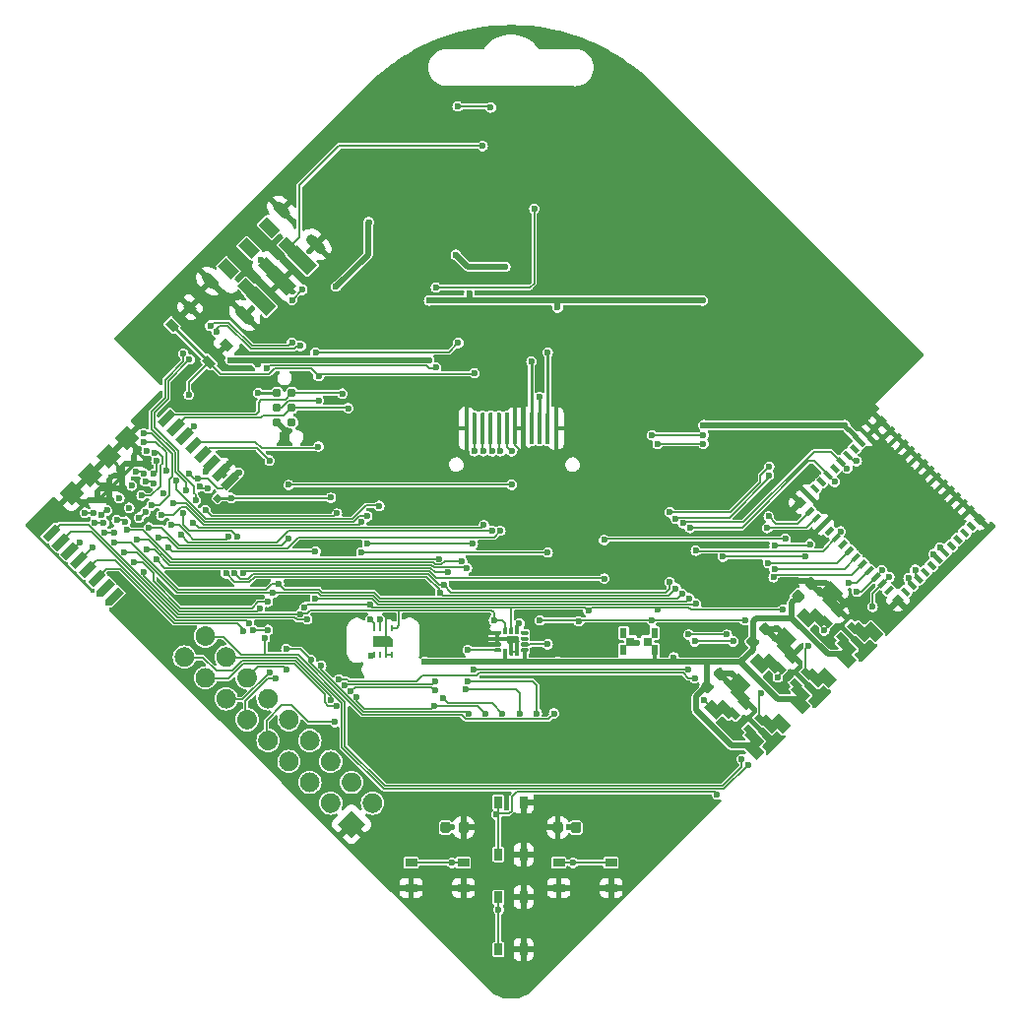
<source format=gtl>
G04 #@! TF.GenerationSoftware,KiCad,Pcbnew,7.0.8-7.0.8~ubuntu23.04.1*
G04 #@! TF.CreationDate,2023-11-14T21:47:50+00:00*
G04 #@! TF.ProjectId,demo-badge-2023,64656d6f-2d62-4616-9467-652d32303233,1*
G04 #@! TF.SameCoordinates,Original*
G04 #@! TF.FileFunction,Copper,L1,Top*
G04 #@! TF.FilePolarity,Positive*
%FSLAX46Y46*%
G04 Gerber Fmt 4.6, Leading zero omitted, Abs format (unit mm)*
G04 Created by KiCad (PCBNEW 7.0.8-7.0.8~ubuntu23.04.1) date 2023-11-14 21:47:50*
%MOMM*%
%LPD*%
G01*
G04 APERTURE LIST*
G04 #@! TA.AperFunction,SMDPad,CuDef*
%ADD10R,0.711200X0.990600*%
G04 #@! TD*
G04 #@! TA.AperFunction,SMDPad,CuDef*
%ADD11R,0.558800X0.889000*%
G04 #@! TD*
G04 #@! TA.AperFunction,SMDPad,CuDef*
%ADD12R,0.800000X0.800000*%
G04 #@! TD*
G04 #@! TA.AperFunction,SMDPad,CuDef*
%ADD13R,0.990600X0.711200*%
G04 #@! TD*
G04 #@! TA.AperFunction,SMDPad,CuDef*
%ADD14C,0.600000*%
G04 #@! TD*
G04 #@! TA.AperFunction,ConnectorPad*
%ADD15C,0.787400*%
G04 #@! TD*
G04 #@! TA.AperFunction,SMDPad,CuDef*
%ADD16R,0.250000X0.550000*%
G04 #@! TD*
G04 #@! TA.AperFunction,ViaPad*
%ADD17C,0.600000*%
G04 #@! TD*
G04 #@! TA.AperFunction,Conductor*
%ADD18C,0.200000*%
G04 #@! TD*
G04 #@! TA.AperFunction,Conductor*
%ADD19C,0.254000*%
G04 #@! TD*
G04 #@! TA.AperFunction,Conductor*
%ADD20C,0.500000*%
G04 #@! TD*
G04 #@! TA.AperFunction,Conductor*
%ADD21C,0.127000*%
G04 #@! TD*
G04 #@! TA.AperFunction,Conductor*
%ADD22C,0.350000*%
G04 #@! TD*
G04 #@! TA.AperFunction,Conductor*
%ADD23C,0.400000*%
G04 #@! TD*
G04 APERTURE END LIST*
G04 #@! TA.AperFunction,SMDPad,CuDef*
G36*
G01*
X152025429Y-100648617D02*
X152378983Y-101002171D01*
G75*
G02*
X152378983Y-101320369I-159099J-159099D01*
G01*
X152060785Y-101638567D01*
G75*
G02*
X151742587Y-101638567I-159099J159099D01*
G01*
X151389033Y-101285013D01*
G75*
G02*
X151389033Y-100966815I159099J159099D01*
G01*
X151707231Y-100648617D01*
G75*
G02*
X152025429Y-100648617I159099J-159099D01*
G01*
G37*
G04 #@! TD.AperFunction*
G04 #@! TA.AperFunction,SMDPad,CuDef*
G36*
G01*
X150929413Y-101744633D02*
X151282967Y-102098187D01*
G75*
G02*
X151282967Y-102416385I-159099J-159099D01*
G01*
X150964769Y-102734583D01*
G75*
G02*
X150646571Y-102734583I-159099J159099D01*
G01*
X150293017Y-102381029D01*
G75*
G02*
X150293017Y-102062831I159099J159099D01*
G01*
X150611215Y-101744633D01*
G75*
G02*
X150929413Y-101744633I159099J-159099D01*
G01*
G37*
G04 #@! TD.AperFunction*
G04 #@! TA.AperFunction,SMDPad,CuDef*
G36*
X161361949Y-84366140D02*
G01*
X160796264Y-83800455D01*
X161079107Y-83517612D01*
X161644792Y-84083297D01*
X161361949Y-84366140D01*
G37*
G04 #@! TD.AperFunction*
G04 #@! TA.AperFunction,SMDPad,CuDef*
G36*
X160796264Y-84931825D02*
G01*
X160230579Y-84366140D01*
X160513422Y-84083297D01*
X161079107Y-84648982D01*
X160796264Y-84931825D01*
G37*
G04 #@! TD.AperFunction*
G04 #@! TA.AperFunction,SMDPad,CuDef*
G36*
X160230578Y-85497511D02*
G01*
X159664893Y-84931826D01*
X159947736Y-84648983D01*
X160513421Y-85214668D01*
X160230578Y-85497511D01*
G37*
G04 #@! TD.AperFunction*
G04 #@! TA.AperFunction,SMDPad,CuDef*
G36*
X159664893Y-86063196D02*
G01*
X159099208Y-85497511D01*
X159382051Y-85214668D01*
X159947736Y-85780353D01*
X159664893Y-86063196D01*
G37*
G04 #@! TD.AperFunction*
G04 #@! TA.AperFunction,SMDPad,CuDef*
G36*
X159099207Y-86628882D02*
G01*
X158533522Y-86063197D01*
X158816365Y-85780354D01*
X159382050Y-86346039D01*
X159099207Y-86628882D01*
G37*
G04 #@! TD.AperFunction*
G04 #@! TA.AperFunction,SMDPad,CuDef*
G36*
X158533522Y-87194567D02*
G01*
X157967837Y-86628882D01*
X158250680Y-86346039D01*
X158816365Y-86911724D01*
X158533522Y-87194567D01*
G37*
G04 #@! TD.AperFunction*
G04 #@! TA.AperFunction,SMDPad,CuDef*
G36*
X157967837Y-87760252D02*
G01*
X157402152Y-87194567D01*
X157684995Y-86911724D01*
X158250680Y-87477409D01*
X157967837Y-87760252D01*
G37*
G04 #@! TD.AperFunction*
G04 #@! TA.AperFunction,SMDPad,CuDef*
G36*
X157402151Y-88325938D02*
G01*
X156836466Y-87760253D01*
X157119309Y-87477410D01*
X157684994Y-88043095D01*
X157402151Y-88325938D01*
G37*
G04 #@! TD.AperFunction*
G04 #@! TA.AperFunction,SMDPad,CuDef*
G36*
X156836466Y-88891623D02*
G01*
X156270781Y-88325938D01*
X156553624Y-88043095D01*
X157119309Y-88608780D01*
X156836466Y-88891623D01*
G37*
G04 #@! TD.AperFunction*
G04 #@! TA.AperFunction,SMDPad,CuDef*
G36*
X156270780Y-89457309D02*
G01*
X155705095Y-88891624D01*
X155987938Y-88608781D01*
X156553623Y-89174466D01*
X156270780Y-89457309D01*
G37*
G04 #@! TD.AperFunction*
G04 #@! TA.AperFunction,SMDPad,CuDef*
G36*
X155705095Y-90022994D02*
G01*
X155139410Y-89457309D01*
X155422253Y-89174466D01*
X155987938Y-89740151D01*
X155705095Y-90022994D01*
G37*
G04 #@! TD.AperFunction*
G04 #@! TA.AperFunction,SMDPad,CuDef*
G36*
X155280831Y-91154365D02*
G01*
X155846516Y-90588680D01*
X156129359Y-90871523D01*
X155563674Y-91437208D01*
X155280831Y-91154365D01*
G37*
G04 #@! TD.AperFunction*
G04 #@! TA.AperFunction,SMDPad,CuDef*
G36*
X155846517Y-91720050D02*
G01*
X156412202Y-91154365D01*
X156695045Y-91437208D01*
X156129360Y-92002893D01*
X155846517Y-91720050D01*
G37*
G04 #@! TD.AperFunction*
G04 #@! TA.AperFunction,SMDPad,CuDef*
G36*
X156412202Y-92285736D02*
G01*
X156977887Y-91720051D01*
X157260730Y-92002894D01*
X156695045Y-92568579D01*
X156412202Y-92285736D01*
G37*
G04 #@! TD.AperFunction*
G04 #@! TA.AperFunction,SMDPad,CuDef*
G36*
X156977887Y-92851421D02*
G01*
X157543572Y-92285736D01*
X157826415Y-92568579D01*
X157260730Y-93134264D01*
X156977887Y-92851421D01*
G37*
G04 #@! TD.AperFunction*
G04 #@! TA.AperFunction,SMDPad,CuDef*
G36*
X157543573Y-93417106D02*
G01*
X158109258Y-92851421D01*
X158392101Y-93134264D01*
X157826416Y-93699949D01*
X157543573Y-93417106D01*
G37*
G04 #@! TD.AperFunction*
G04 #@! TA.AperFunction,SMDPad,CuDef*
G36*
X158109258Y-93982792D02*
G01*
X158674943Y-93417107D01*
X158957786Y-93699950D01*
X158392101Y-94265635D01*
X158109258Y-93982792D01*
G37*
G04 #@! TD.AperFunction*
G04 #@! TA.AperFunction,SMDPad,CuDef*
G36*
X158674944Y-94548477D02*
G01*
X159240629Y-93982792D01*
X159523472Y-94265635D01*
X158957787Y-94831320D01*
X158674944Y-94548477D01*
G37*
G04 #@! TD.AperFunction*
G04 #@! TA.AperFunction,SMDPad,CuDef*
G36*
X159240629Y-95114163D02*
G01*
X159806314Y-94548478D01*
X160089157Y-94831321D01*
X159523472Y-95397006D01*
X159240629Y-95114163D01*
G37*
G04 #@! TD.AperFunction*
G04 #@! TA.AperFunction,SMDPad,CuDef*
G36*
X159806315Y-95679848D02*
G01*
X160372000Y-95114163D01*
X160654843Y-95397006D01*
X160089158Y-95962691D01*
X159806315Y-95679848D01*
G37*
G04 #@! TD.AperFunction*
G04 #@! TA.AperFunction,SMDPad,CuDef*
G36*
X160372000Y-96245534D02*
G01*
X160937685Y-95679849D01*
X161220528Y-95962692D01*
X160654843Y-96528377D01*
X160372000Y-96245534D01*
G37*
G04 #@! TD.AperFunction*
G04 #@! TA.AperFunction,SMDPad,CuDef*
G36*
X160937685Y-96811219D02*
G01*
X161503370Y-96245534D01*
X161786213Y-96528377D01*
X161220528Y-97094062D01*
X160937685Y-96811219D01*
G37*
G04 #@! TD.AperFunction*
G04 #@! TA.AperFunction,SMDPad,CuDef*
G36*
X161503371Y-97376904D02*
G01*
X162069056Y-96811219D01*
X162351899Y-97094062D01*
X161786214Y-97659747D01*
X161503371Y-97376904D01*
G37*
G04 #@! TD.AperFunction*
G04 #@! TA.AperFunction,SMDPad,CuDef*
G36*
X162069056Y-97942590D02*
G01*
X162634741Y-97376905D01*
X162917584Y-97659748D01*
X162351899Y-98225433D01*
X162069056Y-97942590D01*
G37*
G04 #@! TD.AperFunction*
G04 #@! TA.AperFunction,SMDPad,CuDef*
G36*
X164048955Y-98366854D02*
G01*
X163483270Y-97801169D01*
X163766113Y-97518326D01*
X164331798Y-98084011D01*
X164048955Y-98366854D01*
G37*
G04 #@! TD.AperFunction*
G04 #@! TA.AperFunction,SMDPad,CuDef*
G36*
X164614640Y-97801169D02*
G01*
X164048955Y-97235484D01*
X164331798Y-96952641D01*
X164897483Y-97518326D01*
X164614640Y-97801169D01*
G37*
G04 #@! TD.AperFunction*
G04 #@! TA.AperFunction,SMDPad,CuDef*
G36*
X165180326Y-97235483D02*
G01*
X164614641Y-96669798D01*
X164897484Y-96386955D01*
X165463169Y-96952640D01*
X165180326Y-97235483D01*
G37*
G04 #@! TD.AperFunction*
G04 #@! TA.AperFunction,SMDPad,CuDef*
G36*
X165746011Y-96669798D02*
G01*
X165180326Y-96104113D01*
X165463169Y-95821270D01*
X166028854Y-96386955D01*
X165746011Y-96669798D01*
G37*
G04 #@! TD.AperFunction*
G04 #@! TA.AperFunction,SMDPad,CuDef*
G36*
X166311697Y-96104112D02*
G01*
X165746012Y-95538427D01*
X166028855Y-95255584D01*
X166594540Y-95821269D01*
X166311697Y-96104112D01*
G37*
G04 #@! TD.AperFunction*
G04 #@! TA.AperFunction,SMDPad,CuDef*
G36*
X166877382Y-95538427D02*
G01*
X166311697Y-94972742D01*
X166594540Y-94689899D01*
X167160225Y-95255584D01*
X166877382Y-95538427D01*
G37*
G04 #@! TD.AperFunction*
G04 #@! TA.AperFunction,SMDPad,CuDef*
G36*
X167443067Y-94972742D02*
G01*
X166877382Y-94407057D01*
X167160225Y-94124214D01*
X167725910Y-94689899D01*
X167443067Y-94972742D01*
G37*
G04 #@! TD.AperFunction*
G04 #@! TA.AperFunction,SMDPad,CuDef*
G36*
X168008753Y-94407056D02*
G01*
X167443068Y-93841371D01*
X167725911Y-93558528D01*
X168291596Y-94124213D01*
X168008753Y-94407056D01*
G37*
G04 #@! TD.AperFunction*
G04 #@! TA.AperFunction,SMDPad,CuDef*
G36*
X168574438Y-93841371D02*
G01*
X168008753Y-93275686D01*
X168291596Y-92992843D01*
X168857281Y-93558528D01*
X168574438Y-93841371D01*
G37*
G04 #@! TD.AperFunction*
G04 #@! TA.AperFunction,SMDPad,CuDef*
G36*
X169140124Y-93275685D02*
G01*
X168574439Y-92710000D01*
X168857282Y-92427157D01*
X169422967Y-92992842D01*
X169140124Y-93275685D01*
G37*
G04 #@! TD.AperFunction*
G04 #@! TA.AperFunction,SMDPad,CuDef*
G36*
X169705809Y-92710000D02*
G01*
X169140124Y-92144315D01*
X169422967Y-91861472D01*
X169988652Y-92427157D01*
X169705809Y-92710000D01*
G37*
G04 #@! TD.AperFunction*
G04 #@! TA.AperFunction,SMDPad,CuDef*
G36*
X161856924Y-83729744D02*
G01*
X161361949Y-83234769D01*
X161856924Y-82739794D01*
X162351899Y-83234769D01*
X161856924Y-83729744D01*
G37*
G04 #@! TD.AperFunction*
G04 #@! TA.AperFunction,SMDPad,CuDef*
G36*
X154856567Y-90730101D02*
G01*
X154361592Y-90235126D01*
X154856567Y-89740151D01*
X155351542Y-90235126D01*
X154856567Y-90730101D01*
G37*
G04 #@! TD.AperFunction*
G04 #@! TA.AperFunction,SMDPad,CuDef*
G36*
X162210478Y-84224718D02*
G01*
X162776163Y-83659033D01*
X163059006Y-83941876D01*
X162493321Y-84507561D01*
X162210478Y-84224718D01*
G37*
G04 #@! TD.AperFunction*
G04 #@! TA.AperFunction,SMDPad,CuDef*
G36*
X162776163Y-84790404D02*
G01*
X163341848Y-84224719D01*
X163624691Y-84507562D01*
X163059006Y-85073247D01*
X162776163Y-84790404D01*
G37*
G04 #@! TD.AperFunction*
G04 #@! TA.AperFunction,SMDPad,CuDef*
G36*
X163341849Y-85356089D02*
G01*
X163907534Y-84790404D01*
X164190377Y-85073247D01*
X163624692Y-85638932D01*
X163341849Y-85356089D01*
G37*
G04 #@! TD.AperFunction*
G04 #@! TA.AperFunction,SMDPad,CuDef*
G36*
X163907534Y-85921774D02*
G01*
X164473219Y-85356089D01*
X164756062Y-85638932D01*
X164190377Y-86204617D01*
X163907534Y-85921774D01*
G37*
G04 #@! TD.AperFunction*
G04 #@! TA.AperFunction,SMDPad,CuDef*
G36*
X162564031Y-89174466D02*
G01*
X161538726Y-88149161D01*
X162139767Y-87548120D01*
X162988295Y-87548120D01*
X163589336Y-88149161D01*
X162564031Y-89174466D01*
G37*
G04 #@! TD.AperFunction*
G04 #@! TA.AperFunction,SMDPad,CuDef*
G36*
X161167495Y-90571002D02*
G01*
X160142190Y-89545697D01*
X161167495Y-88520392D01*
X162192800Y-89545697D01*
X161167495Y-90571002D01*
G37*
G04 #@! TD.AperFunction*
G04 #@! TA.AperFunction,SMDPad,CuDef*
G36*
X159770959Y-91967538D02*
G01*
X158745654Y-90942233D01*
X159770959Y-89916928D01*
X160796264Y-90942233D01*
X159770959Y-91967538D01*
G37*
G04 #@! TD.AperFunction*
G04 #@! TA.AperFunction,SMDPad,CuDef*
G36*
X164473219Y-86487460D02*
G01*
X165038904Y-85921775D01*
X165321747Y-86204618D01*
X164756062Y-86770303D01*
X164473219Y-86487460D01*
G37*
G04 #@! TD.AperFunction*
G04 #@! TA.AperFunction,SMDPad,CuDef*
G36*
X165038905Y-87053145D02*
G01*
X165604590Y-86487460D01*
X165887433Y-86770303D01*
X165321748Y-87335988D01*
X165038905Y-87053145D01*
G37*
G04 #@! TD.AperFunction*
G04 #@! TA.AperFunction,SMDPad,CuDef*
G36*
X165604590Y-87618831D02*
G01*
X166170275Y-87053146D01*
X166453118Y-87335989D01*
X165887433Y-87901674D01*
X165604590Y-87618831D01*
G37*
G04 #@! TD.AperFunction*
G04 #@! TA.AperFunction,SMDPad,CuDef*
G36*
X163960567Y-90571002D02*
G01*
X162935262Y-89545697D01*
X163960567Y-88520392D01*
X164985872Y-89545697D01*
X163960567Y-90571002D01*
G37*
G04 #@! TD.AperFunction*
G04 #@! TA.AperFunction,SMDPad,CuDef*
G36*
X162564031Y-91967538D02*
G01*
X161538726Y-90942233D01*
X162564031Y-89916928D01*
X163589336Y-90942233D01*
X162564031Y-91967538D01*
G37*
G04 #@! TD.AperFunction*
G04 #@! TA.AperFunction,SMDPad,CuDef*
G36*
X161167495Y-93364074D02*
G01*
X160142190Y-92338769D01*
X161167495Y-91313464D01*
X162192800Y-92338769D01*
X161167495Y-93364074D01*
G37*
G04 #@! TD.AperFunction*
G04 #@! TA.AperFunction,SMDPad,CuDef*
G36*
X166170276Y-88184516D02*
G01*
X166735961Y-87618831D01*
X167018804Y-87901674D01*
X166453119Y-88467359D01*
X166170276Y-88184516D01*
G37*
G04 #@! TD.AperFunction*
G04 #@! TA.AperFunction,SMDPad,CuDef*
G36*
X166735961Y-88750202D02*
G01*
X167301646Y-88184517D01*
X167584489Y-88467360D01*
X167018804Y-89033045D01*
X166735961Y-88750202D01*
G37*
G04 #@! TD.AperFunction*
G04 #@! TA.AperFunction,SMDPad,CuDef*
G36*
X165357103Y-91967538D02*
G01*
X164331798Y-90942233D01*
X165357103Y-89916928D01*
X166382408Y-90942233D01*
X165357103Y-91967538D01*
G37*
G04 #@! TD.AperFunction*
G04 #@! TA.AperFunction,SMDPad,CuDef*
G36*
X163960567Y-93364074D02*
G01*
X162935262Y-92338769D01*
X163960567Y-91313464D01*
X164985872Y-92338769D01*
X163960567Y-93364074D01*
G37*
G04 #@! TD.AperFunction*
G04 #@! TA.AperFunction,SMDPad,CuDef*
G36*
X162564031Y-94760610D02*
G01*
X161538726Y-93735305D01*
X162564031Y-92710000D01*
X163589336Y-93735305D01*
X162564031Y-94760610D01*
G37*
G04 #@! TD.AperFunction*
G04 #@! TA.AperFunction,SMDPad,CuDef*
G36*
X167301647Y-89315887D02*
G01*
X167867332Y-88750202D01*
X168150175Y-89033045D01*
X167584490Y-89598730D01*
X167301647Y-89315887D01*
G37*
G04 #@! TD.AperFunction*
G04 #@! TA.AperFunction,SMDPad,CuDef*
G36*
X167867332Y-89881572D02*
G01*
X168433017Y-89315887D01*
X168715860Y-89598730D01*
X168150175Y-90164415D01*
X167867332Y-89881572D01*
G37*
G04 #@! TD.AperFunction*
G04 #@! TA.AperFunction,SMDPad,CuDef*
G36*
X168433017Y-90447258D02*
G01*
X168998702Y-89881573D01*
X169281545Y-90164416D01*
X168715860Y-90730101D01*
X168433017Y-90447258D01*
G37*
G04 #@! TD.AperFunction*
G04 #@! TA.AperFunction,SMDPad,CuDef*
G36*
X168998703Y-91012943D02*
G01*
X169564388Y-90447258D01*
X169847231Y-90730101D01*
X169281546Y-91295786D01*
X168998703Y-91012943D01*
G37*
G04 #@! TD.AperFunction*
G04 #@! TA.AperFunction,SMDPad,CuDef*
G36*
X170271495Y-92144315D02*
G01*
X169776520Y-91649340D01*
X170271495Y-91154365D01*
X170766470Y-91649340D01*
X170271495Y-92144315D01*
G37*
G04 #@! TD.AperFunction*
G04 #@! TA.AperFunction,SMDPad,CuDef*
G36*
X163271138Y-99144672D02*
G01*
X162776163Y-98649697D01*
X163271138Y-98154722D01*
X163766113Y-98649697D01*
X163271138Y-99144672D01*
G37*
G04 #@! TD.AperFunction*
G04 #@! TA.AperFunction,SMDPad,CuDef*
G36*
X104629367Y-78279513D02*
G01*
X104126473Y-78782407D01*
X103426013Y-78081947D01*
X103928907Y-77579053D01*
X104629367Y-78279513D01*
G37*
G04 #@! TD.AperFunction*
G04 #@! TA.AperFunction,SMDPad,CuDef*
G36*
X101447385Y-75097531D02*
G01*
X100944491Y-75600425D01*
X100244031Y-74899965D01*
X100746925Y-74397071D01*
X101447385Y-75097531D01*
G37*
G04 #@! TD.AperFunction*
G04 #@! TA.AperFunction,SMDPad,CuDef*
G36*
X106149645Y-76759235D02*
G01*
X105646751Y-77262129D01*
X104946291Y-76561669D01*
X105449185Y-76058775D01*
X106149645Y-76759235D01*
G37*
G04 #@! TD.AperFunction*
G04 #@! TA.AperFunction,SMDPad,CuDef*
G36*
X102967663Y-73577253D02*
G01*
X102464769Y-74080147D01*
X101764309Y-73379687D01*
X102267203Y-72876793D01*
X102967663Y-73577253D01*
G37*
G04 #@! TD.AperFunction*
D10*
X128925001Y-128697341D03*
X128925001Y-124197339D03*
X131074999Y-128697341D03*
X131074999Y-124197339D03*
G04 #@! TA.AperFunction,SMDPad,CuDef*
G36*
G01*
X126373700Y-117945350D02*
X126373700Y-118457850D01*
G75*
G02*
X126154950Y-118676600I-218750J0D01*
G01*
X125717450Y-118676600D01*
G75*
G02*
X125498700Y-118457850I0J218750D01*
G01*
X125498700Y-117945350D01*
G75*
G02*
X125717450Y-117726600I218750J0D01*
G01*
X126154950Y-117726600D01*
G75*
G02*
X126373700Y-117945350I0J-218750D01*
G01*
G37*
G04 #@! TD.AperFunction*
G04 #@! TA.AperFunction,SMDPad,CuDef*
G36*
G01*
X124798700Y-117945350D02*
X124798700Y-118457850D01*
G75*
G02*
X124579950Y-118676600I-218750J0D01*
G01*
X124142450Y-118676600D01*
G75*
G02*
X123923700Y-118457850I0J218750D01*
G01*
X123923700Y-117945350D01*
G75*
G02*
X124142450Y-117726600I218750J0D01*
G01*
X124579950Y-117726600D01*
G75*
G02*
X124798700Y-117945350I0J-218750D01*
G01*
G37*
G04 #@! TD.AperFunction*
G04 #@! TA.AperFunction,SMDPad,CuDef*
G36*
X150583860Y-105972754D02*
G01*
X149876754Y-106679860D01*
X148816094Y-105619200D01*
X149523200Y-104912094D01*
X150583860Y-105972754D01*
G37*
G04 #@! TD.AperFunction*
G04 #@! TA.AperFunction,SMDPad,CuDef*
G36*
X148816094Y-106538439D02*
G01*
X149417135Y-105937398D01*
X150548506Y-107068769D01*
X149947465Y-107669810D01*
X148816094Y-106538439D01*
G37*
G04 #@! TD.AperFunction*
G04 #@! TA.AperFunction,SMDPad,CuDef*
G36*
X149487846Y-107351612D02*
G01*
X149912110Y-106927348D01*
X150619216Y-107634454D01*
X150194952Y-108058718D01*
X149487846Y-107351612D01*
G37*
G04 #@! TD.AperFunction*
G04 #@! TA.AperFunction,SMDPad,CuDef*
G36*
X148321119Y-108235495D02*
G01*
X147614013Y-108942601D01*
X146553353Y-107881941D01*
X147260459Y-107174835D01*
X148321119Y-108235495D01*
G37*
G04 #@! TD.AperFunction*
G04 #@! TA.AperFunction,SMDPad,CuDef*
G36*
X147578657Y-107775876D02*
G01*
X148179698Y-107174835D01*
X149311069Y-108306206D01*
X148710028Y-108907247D01*
X147578657Y-107775876D01*
G37*
G04 #@! TD.AperFunction*
G04 #@! TA.AperFunction,SMDPad,CuDef*
G36*
X148568607Y-108270851D02*
G01*
X148992871Y-107846587D01*
X149699977Y-108553693D01*
X149275713Y-108977957D01*
X148568607Y-108270851D01*
G37*
G04 #@! TD.AperFunction*
G04 #@! TA.AperFunction,SMDPad,CuDef*
G36*
X149982820Y-109685064D02*
G01*
X150407084Y-109260800D01*
X151114190Y-109967906D01*
X150689926Y-110392170D01*
X149982820Y-109685064D01*
G37*
G04 #@! TD.AperFunction*
G04 #@! TA.AperFunction,SMDPad,CuDef*
G36*
X150053530Y-110250749D02*
G01*
X150654571Y-109649708D01*
X151785942Y-110781079D01*
X151184901Y-111382120D01*
X150053530Y-110250749D01*
G37*
G04 #@! TD.AperFunction*
G04 #@! TA.AperFunction,SMDPad,CuDef*
G36*
X151785942Y-111700318D02*
G01*
X151078836Y-112407424D01*
X150018176Y-111346764D01*
X150725282Y-110639658D01*
X151785942Y-111700318D01*
G37*
G04 #@! TD.AperFunction*
G04 #@! TA.AperFunction,SMDPad,CuDef*
G36*
X150902059Y-108765825D02*
G01*
X151326323Y-108341561D01*
X152033429Y-109048667D01*
X151609165Y-109472931D01*
X150902059Y-108765825D01*
G37*
G04 #@! TD.AperFunction*
G04 #@! TA.AperFunction,SMDPad,CuDef*
G36*
X151290967Y-109013312D02*
G01*
X151892008Y-108412271D01*
X153023379Y-109543642D01*
X152422338Y-110144683D01*
X151290967Y-109013312D01*
G37*
G04 #@! TD.AperFunction*
G04 #@! TA.AperFunction,SMDPad,CuDef*
G36*
X154048683Y-109437577D02*
G01*
X153341577Y-110144683D01*
X152280917Y-109084023D01*
X152988023Y-108376917D01*
X154048683Y-109437577D01*
G37*
G04 #@! TD.AperFunction*
D11*
X139679401Y-101466399D03*
X139679401Y-102966401D03*
X142320599Y-102966401D03*
X142320599Y-101466399D03*
G04 #@! TA.AperFunction,SMDPad,CuDef*
G36*
G01*
X134025000Y-82610500D02*
X134025000Y-85185500D01*
G75*
G02*
X133937500Y-85273000I-87500J0D01*
G01*
X133762500Y-85273000D01*
G75*
G02*
X133675000Y-85185500I0J87500D01*
G01*
X133675000Y-82610500D01*
G75*
G02*
X133762500Y-82523000I87500J0D01*
G01*
X133937500Y-82523000D01*
G75*
G02*
X134025000Y-82610500I0J-87500D01*
G01*
G37*
G04 #@! TD.AperFunction*
G04 #@! TA.AperFunction,SMDPad,CuDef*
G36*
G01*
X133325000Y-82610500D02*
X133325000Y-85185500D01*
G75*
G02*
X133237500Y-85273000I-87500J0D01*
G01*
X133062500Y-85273000D01*
G75*
G02*
X132975000Y-85185500I0J87500D01*
G01*
X132975000Y-82610500D01*
G75*
G02*
X133062500Y-82523000I87500J0D01*
G01*
X133237500Y-82523000D01*
G75*
G02*
X133325000Y-82610500I0J-87500D01*
G01*
G37*
G04 #@! TD.AperFunction*
G04 #@! TA.AperFunction,SMDPad,CuDef*
G36*
G01*
X132625000Y-82610500D02*
X132625000Y-85185500D01*
G75*
G02*
X132537500Y-85273000I-87500J0D01*
G01*
X132362500Y-85273000D01*
G75*
G02*
X132275000Y-85185500I0J87500D01*
G01*
X132275000Y-82610500D01*
G75*
G02*
X132362500Y-82523000I87500J0D01*
G01*
X132537500Y-82523000D01*
G75*
G02*
X132625000Y-82610500I0J-87500D01*
G01*
G37*
G04 #@! TD.AperFunction*
G04 #@! TA.AperFunction,SMDPad,CuDef*
G36*
G01*
X131925000Y-82610500D02*
X131925000Y-85185500D01*
G75*
G02*
X131837500Y-85273000I-87500J0D01*
G01*
X131662500Y-85273000D01*
G75*
G02*
X131575000Y-85185500I0J87500D01*
G01*
X131575000Y-82610500D01*
G75*
G02*
X131662500Y-82523000I87500J0D01*
G01*
X131837500Y-82523000D01*
G75*
G02*
X131925000Y-82610500I0J-87500D01*
G01*
G37*
G04 #@! TD.AperFunction*
G04 #@! TA.AperFunction,SMDPad,CuDef*
G36*
G01*
X131225000Y-82610500D02*
X131225000Y-85185500D01*
G75*
G02*
X131137500Y-85273000I-87500J0D01*
G01*
X130962500Y-85273000D01*
G75*
G02*
X130875000Y-85185500I0J87500D01*
G01*
X130875000Y-82610500D01*
G75*
G02*
X130962500Y-82523000I87500J0D01*
G01*
X131137500Y-82523000D01*
G75*
G02*
X131225000Y-82610500I0J-87500D01*
G01*
G37*
G04 #@! TD.AperFunction*
G04 #@! TA.AperFunction,SMDPad,CuDef*
G36*
G01*
X130525000Y-82610500D02*
X130525000Y-85185500D01*
G75*
G02*
X130437500Y-85273000I-87500J0D01*
G01*
X130262500Y-85273000D01*
G75*
G02*
X130175000Y-85185500I0J87500D01*
G01*
X130175000Y-82610500D01*
G75*
G02*
X130262500Y-82523000I87500J0D01*
G01*
X130437500Y-82523000D01*
G75*
G02*
X130525000Y-82610500I0J-87500D01*
G01*
G37*
G04 #@! TD.AperFunction*
G04 #@! TA.AperFunction,SMDPad,CuDef*
G36*
G01*
X129825000Y-82610500D02*
X129825000Y-85185500D01*
G75*
G02*
X129737500Y-85273000I-87500J0D01*
G01*
X129562500Y-85273000D01*
G75*
G02*
X129475000Y-85185500I0J87500D01*
G01*
X129475000Y-82610500D01*
G75*
G02*
X129562500Y-82523000I87500J0D01*
G01*
X129737500Y-82523000D01*
G75*
G02*
X129825000Y-82610500I0J-87500D01*
G01*
G37*
G04 #@! TD.AperFunction*
G04 #@! TA.AperFunction,SMDPad,CuDef*
G36*
G01*
X129125000Y-82610500D02*
X129125000Y-85185500D01*
G75*
G02*
X129037500Y-85273000I-87500J0D01*
G01*
X128862500Y-85273000D01*
G75*
G02*
X128775000Y-85185500I0J87500D01*
G01*
X128775000Y-82610500D01*
G75*
G02*
X128862500Y-82523000I87500J0D01*
G01*
X129037500Y-82523000D01*
G75*
G02*
X129125000Y-82610500I0J-87500D01*
G01*
G37*
G04 #@! TD.AperFunction*
G04 #@! TA.AperFunction,SMDPad,CuDef*
G36*
G01*
X128425000Y-82610500D02*
X128425000Y-85185500D01*
G75*
G02*
X128337500Y-85273000I-87500J0D01*
G01*
X128162500Y-85273000D01*
G75*
G02*
X128075000Y-85185500I0J87500D01*
G01*
X128075000Y-82610500D01*
G75*
G02*
X128162500Y-82523000I87500J0D01*
G01*
X128337500Y-82523000D01*
G75*
G02*
X128425000Y-82610500I0J-87500D01*
G01*
G37*
G04 #@! TD.AperFunction*
G04 #@! TA.AperFunction,SMDPad,CuDef*
G36*
G01*
X127725000Y-82610500D02*
X127725000Y-85185500D01*
G75*
G02*
X127637500Y-85273000I-87500J0D01*
G01*
X127462500Y-85273000D01*
G75*
G02*
X127375000Y-85185500I0J87500D01*
G01*
X127375000Y-82610500D01*
G75*
G02*
X127462500Y-82523000I87500J0D01*
G01*
X127637500Y-82523000D01*
G75*
G02*
X127725000Y-82610500I0J-87500D01*
G01*
G37*
G04 #@! TD.AperFunction*
G04 #@! TA.AperFunction,SMDPad,CuDef*
G36*
G01*
X127025000Y-82610500D02*
X127025000Y-85185500D01*
G75*
G02*
X126937500Y-85273000I-87500J0D01*
G01*
X126762500Y-85273000D01*
G75*
G02*
X126675000Y-85185500I0J87500D01*
G01*
X126675000Y-82610500D01*
G75*
G02*
X126762500Y-82523000I87500J0D01*
G01*
X126937500Y-82523000D01*
G75*
G02*
X127025000Y-82610500I0J-87500D01*
G01*
G37*
G04 #@! TD.AperFunction*
G04 #@! TA.AperFunction,SMDPad,CuDef*
G36*
G01*
X126325000Y-82610500D02*
X126325000Y-85185500D01*
G75*
G02*
X126237500Y-85273000I-87500J0D01*
G01*
X126062500Y-85273000D01*
G75*
G02*
X125975000Y-85185500I0J87500D01*
G01*
X125975000Y-82610500D01*
G75*
G02*
X126062500Y-82523000I87500J0D01*
G01*
X126237500Y-82523000D01*
G75*
G02*
X126325000Y-82610500I0J-87500D01*
G01*
G37*
G04 #@! TD.AperFunction*
G04 #@! TA.AperFunction,SMDPad,CuDef*
G36*
X154563136Y-102024264D02*
G01*
X153856030Y-102731370D01*
X152795370Y-101670710D01*
X153502476Y-100963604D01*
X154563136Y-102024264D01*
G37*
G04 #@! TD.AperFunction*
G04 #@! TA.AperFunction,SMDPad,CuDef*
G36*
X152795370Y-102589949D02*
G01*
X153396411Y-101988908D01*
X154527782Y-103120279D01*
X153926741Y-103721320D01*
X152795370Y-102589949D01*
G37*
G04 #@! TD.AperFunction*
G04 #@! TA.AperFunction,SMDPad,CuDef*
G36*
X153467122Y-103403122D02*
G01*
X153891386Y-102978858D01*
X154598492Y-103685964D01*
X154174228Y-104110228D01*
X153467122Y-103403122D01*
G37*
G04 #@! TD.AperFunction*
G04 #@! TA.AperFunction,SMDPad,CuDef*
G36*
X152300395Y-104287005D02*
G01*
X151593289Y-104994111D01*
X150532629Y-103933451D01*
X151239735Y-103226345D01*
X152300395Y-104287005D01*
G37*
G04 #@! TD.AperFunction*
G04 #@! TA.AperFunction,SMDPad,CuDef*
G36*
X151557933Y-103827386D02*
G01*
X152158974Y-103226345D01*
X153290345Y-104357716D01*
X152689304Y-104958757D01*
X151557933Y-103827386D01*
G37*
G04 #@! TD.AperFunction*
G04 #@! TA.AperFunction,SMDPad,CuDef*
G36*
X152547883Y-104322361D02*
G01*
X152972147Y-103898097D01*
X153679253Y-104605203D01*
X153254989Y-105029467D01*
X152547883Y-104322361D01*
G37*
G04 #@! TD.AperFunction*
G04 #@! TA.AperFunction,SMDPad,CuDef*
G36*
X153962096Y-105736574D02*
G01*
X154386360Y-105312310D01*
X155093466Y-106019416D01*
X154669202Y-106443680D01*
X153962096Y-105736574D01*
G37*
G04 #@! TD.AperFunction*
G04 #@! TA.AperFunction,SMDPad,CuDef*
G36*
X154032806Y-106302259D02*
G01*
X154633847Y-105701218D01*
X155765218Y-106832589D01*
X155164177Y-107433630D01*
X154032806Y-106302259D01*
G37*
G04 #@! TD.AperFunction*
G04 #@! TA.AperFunction,SMDPad,CuDef*
G36*
X155765218Y-107751828D02*
G01*
X155058112Y-108458934D01*
X153997452Y-107398274D01*
X154704558Y-106691168D01*
X155765218Y-107751828D01*
G37*
G04 #@! TD.AperFunction*
G04 #@! TA.AperFunction,SMDPad,CuDef*
G36*
X154881335Y-104817335D02*
G01*
X155305599Y-104393071D01*
X156012705Y-105100177D01*
X155588441Y-105524441D01*
X154881335Y-104817335D01*
G37*
G04 #@! TD.AperFunction*
G04 #@! TA.AperFunction,SMDPad,CuDef*
G36*
X155270243Y-105064822D02*
G01*
X155871284Y-104463781D01*
X157002655Y-105595152D01*
X156401614Y-106196193D01*
X155270243Y-105064822D01*
G37*
G04 #@! TD.AperFunction*
G04 #@! TA.AperFunction,SMDPad,CuDef*
G36*
X158027959Y-105489087D02*
G01*
X157320853Y-106196193D01*
X156260193Y-105135533D01*
X156967299Y-104428427D01*
X158027959Y-105489087D01*
G37*
G04 #@! TD.AperFunction*
D12*
X141750000Y-102216400D03*
X140250000Y-102216400D03*
G04 #@! TA.AperFunction,SMDPad,CuDef*
G36*
G01*
X148113829Y-104509417D02*
X148467383Y-104862971D01*
G75*
G02*
X148467383Y-105181169I-159099J-159099D01*
G01*
X148149185Y-105499367D01*
G75*
G02*
X147830987Y-105499367I-159099J159099D01*
G01*
X147477433Y-105145813D01*
G75*
G02*
X147477433Y-104827615I159099J159099D01*
G01*
X147795631Y-104509417D01*
G75*
G02*
X148113829Y-104509417I159099J-159099D01*
G01*
G37*
G04 #@! TD.AperFunction*
G04 #@! TA.AperFunction,SMDPad,CuDef*
G36*
G01*
X147017813Y-105605433D02*
X147371367Y-105958987D01*
G75*
G02*
X147371367Y-106277185I-159099J-159099D01*
G01*
X147053169Y-106595383D01*
G75*
G02*
X146734971Y-106595383I-159099J159099D01*
G01*
X146381417Y-106241829D01*
G75*
G02*
X146381417Y-105923631I159099J159099D01*
G01*
X146699615Y-105605433D01*
G75*
G02*
X147017813Y-105605433I159099J-159099D01*
G01*
G37*
G04 #@! TD.AperFunction*
G04 #@! TA.AperFunction,SMDPad,CuDef*
G36*
X158536201Y-98071213D02*
G01*
X157829095Y-98778319D01*
X156768435Y-97717659D01*
X157475541Y-97010553D01*
X158536201Y-98071213D01*
G37*
G04 #@! TD.AperFunction*
G04 #@! TA.AperFunction,SMDPad,CuDef*
G36*
X156768435Y-98636898D02*
G01*
X157369476Y-98035857D01*
X158500847Y-99167228D01*
X157899806Y-99768269D01*
X156768435Y-98636898D01*
G37*
G04 #@! TD.AperFunction*
G04 #@! TA.AperFunction,SMDPad,CuDef*
G36*
X157440187Y-99450071D02*
G01*
X157864451Y-99025807D01*
X158571557Y-99732913D01*
X158147293Y-100157177D01*
X157440187Y-99450071D01*
G37*
G04 #@! TD.AperFunction*
G04 #@! TA.AperFunction,SMDPad,CuDef*
G36*
X156273460Y-100333954D02*
G01*
X155566354Y-101041060D01*
X154505694Y-99980400D01*
X155212800Y-99273294D01*
X156273460Y-100333954D01*
G37*
G04 #@! TD.AperFunction*
G04 #@! TA.AperFunction,SMDPad,CuDef*
G36*
X155530998Y-99874335D02*
G01*
X156132039Y-99273294D01*
X157263410Y-100404665D01*
X156662369Y-101005706D01*
X155530998Y-99874335D01*
G37*
G04 #@! TD.AperFunction*
G04 #@! TA.AperFunction,SMDPad,CuDef*
G36*
X156520948Y-100369310D02*
G01*
X156945212Y-99945046D01*
X157652318Y-100652152D01*
X157228054Y-101076416D01*
X156520948Y-100369310D01*
G37*
G04 #@! TD.AperFunction*
G04 #@! TA.AperFunction,SMDPad,CuDef*
G36*
X157935161Y-101783523D02*
G01*
X158359425Y-101359259D01*
X159066531Y-102066365D01*
X158642267Y-102490629D01*
X157935161Y-101783523D01*
G37*
G04 #@! TD.AperFunction*
G04 #@! TA.AperFunction,SMDPad,CuDef*
G36*
X158005871Y-102349208D02*
G01*
X158606912Y-101748167D01*
X159738283Y-102879538D01*
X159137242Y-103480579D01*
X158005871Y-102349208D01*
G37*
G04 #@! TD.AperFunction*
G04 #@! TA.AperFunction,SMDPad,CuDef*
G36*
X159738283Y-103798777D02*
G01*
X159031177Y-104505883D01*
X157970517Y-103445223D01*
X158677623Y-102738117D01*
X159738283Y-103798777D01*
G37*
G04 #@! TD.AperFunction*
G04 #@! TA.AperFunction,SMDPad,CuDef*
G36*
X158854400Y-100864284D02*
G01*
X159278664Y-100440020D01*
X159985770Y-101147126D01*
X159561506Y-101571390D01*
X158854400Y-100864284D01*
G37*
G04 #@! TD.AperFunction*
G04 #@! TA.AperFunction,SMDPad,CuDef*
G36*
X159243308Y-101111771D02*
G01*
X159844349Y-100510730D01*
X160975720Y-101642101D01*
X160374679Y-102243142D01*
X159243308Y-101111771D01*
G37*
G04 #@! TD.AperFunction*
G04 #@! TA.AperFunction,SMDPad,CuDef*
G36*
X162001024Y-101536036D02*
G01*
X161293918Y-102243142D01*
X160233258Y-101182482D01*
X160940364Y-100475376D01*
X162001024Y-101536036D01*
G37*
G04 #@! TD.AperFunction*
G04 #@! TA.AperFunction,SMDPad,CuDef*
G36*
G01*
X133575700Y-118457850D02*
X133575700Y-117945350D01*
G75*
G02*
X133794450Y-117726600I218750J0D01*
G01*
X134231950Y-117726600D01*
G75*
G02*
X134450700Y-117945350I0J-218750D01*
G01*
X134450700Y-118457850D01*
G75*
G02*
X134231950Y-118676600I-218750J0D01*
G01*
X133794450Y-118676600D01*
G75*
G02*
X133575700Y-118457850I0J218750D01*
G01*
G37*
G04 #@! TD.AperFunction*
G04 #@! TA.AperFunction,SMDPad,CuDef*
G36*
G01*
X135150700Y-118457850D02*
X135150700Y-117945350D01*
G75*
G02*
X135369450Y-117726600I218750J0D01*
G01*
X135806950Y-117726600D01*
G75*
G02*
X136025700Y-117945350I0J-218750D01*
G01*
X136025700Y-118457850D01*
G75*
G02*
X135806950Y-118676600I-218750J0D01*
G01*
X135369450Y-118676600D01*
G75*
G02*
X135150700Y-118457850I0J218750D01*
G01*
G37*
G04 #@! TD.AperFunction*
D13*
X121399999Y-121249342D03*
X125900001Y-121249342D03*
X121399999Y-123399340D03*
X125900001Y-123399340D03*
D10*
X128925001Y-120533342D03*
X128925001Y-116033340D03*
X131074999Y-120533342D03*
X131074999Y-116033340D03*
G04 #@! TA.AperFunction,SMDPad,CuDef*
G36*
X90761322Y-92098662D02*
G01*
X91256296Y-92593636D01*
X90195636Y-93654296D01*
X89700662Y-93159322D01*
X90761322Y-92098662D01*
G37*
G04 #@! TD.AperFunction*
G04 #@! TA.AperFunction,SMDPad,CuDef*
G36*
X90973326Y-94431986D02*
G01*
X90478352Y-93937012D01*
X91539012Y-92876352D01*
X92033986Y-93371326D01*
X90973326Y-94431986D01*
G37*
G04 #@! TD.AperFunction*
G04 #@! TA.AperFunction,SMDPad,CuDef*
G36*
X91751016Y-95209676D02*
G01*
X91256042Y-94714702D01*
X92316702Y-93654042D01*
X92811676Y-94149016D01*
X91751016Y-95209676D01*
G37*
G04 #@! TD.AperFunction*
G04 #@! TA.AperFunction,SMDPad,CuDef*
G36*
X92528706Y-95987366D02*
G01*
X92033732Y-95492392D01*
X93094392Y-94431732D01*
X93589366Y-94926706D01*
X92528706Y-95987366D01*
G37*
G04 #@! TD.AperFunction*
G04 #@! TA.AperFunction,SMDPad,CuDef*
G36*
X93305887Y-96764547D02*
G01*
X92810913Y-96269573D01*
X93871573Y-95208913D01*
X94366547Y-95703887D01*
X93305887Y-96764547D01*
G37*
G04 #@! TD.AperFunction*
G04 #@! TA.AperFunction,SMDPad,CuDef*
G36*
X94084086Y-97542746D02*
G01*
X93589112Y-97047772D01*
X94649772Y-95987112D01*
X95144746Y-96482086D01*
X94084086Y-97542746D01*
G37*
G04 #@! TD.AperFunction*
G04 #@! TA.AperFunction,SMDPad,CuDef*
G36*
X94861777Y-98320437D02*
G01*
X94366803Y-97825463D01*
X95427463Y-96764803D01*
X95922437Y-97259777D01*
X94861777Y-98320437D01*
G37*
G04 #@! TD.AperFunction*
G04 #@! TA.AperFunction,SMDPad,CuDef*
G36*
X95639467Y-99098127D02*
G01*
X95144493Y-98603153D01*
X96205153Y-97542493D01*
X96700127Y-98037467D01*
X95639467Y-99098127D01*
G37*
G04 #@! TD.AperFunction*
G04 #@! TA.AperFunction,SMDPad,CuDef*
G36*
X105538962Y-89198632D02*
G01*
X105043988Y-88703658D01*
X106104648Y-87642998D01*
X106599622Y-88137972D01*
X105538962Y-89198632D01*
G37*
G04 #@! TD.AperFunction*
G04 #@! TA.AperFunction,SMDPad,CuDef*
G36*
X104761272Y-88420942D02*
G01*
X104266298Y-87925968D01*
X105326958Y-86865308D01*
X105821932Y-87360282D01*
X104761272Y-88420942D01*
G37*
G04 #@! TD.AperFunction*
G04 #@! TA.AperFunction,SMDPad,CuDef*
G36*
X103983581Y-87643252D02*
G01*
X103488607Y-87148278D01*
X104549267Y-86087618D01*
X105044241Y-86582592D01*
X103983581Y-87643252D01*
G37*
G04 #@! TD.AperFunction*
G04 #@! TA.AperFunction,SMDPad,CuDef*
G36*
X103205382Y-86865052D02*
G01*
X102710408Y-86370078D01*
X103771068Y-85309418D01*
X104266042Y-85804392D01*
X103205382Y-86865052D01*
G37*
G04 #@! TD.AperFunction*
G04 #@! TA.AperFunction,SMDPad,CuDef*
G36*
X102428201Y-86087871D02*
G01*
X101933227Y-85592897D01*
X102993887Y-84532237D01*
X103488861Y-85027211D01*
X102428201Y-86087871D01*
G37*
G04 #@! TD.AperFunction*
G04 #@! TA.AperFunction,SMDPad,CuDef*
G36*
X101650511Y-85310181D02*
G01*
X101155537Y-84815207D01*
X102216197Y-83754547D01*
X102711171Y-84249521D01*
X101650511Y-85310181D01*
G37*
G04 #@! TD.AperFunction*
G04 #@! TA.AperFunction,SMDPad,CuDef*
G36*
X100872821Y-84532491D02*
G01*
X100377847Y-84037517D01*
X101438507Y-82976857D01*
X101933481Y-83471831D01*
X100872821Y-84532491D01*
G37*
G04 #@! TD.AperFunction*
G04 #@! TA.AperFunction,SMDPad,CuDef*
G36*
X100095130Y-83754801D02*
G01*
X99600156Y-83259827D01*
X100660816Y-82199167D01*
X101155790Y-82694141D01*
X100095130Y-83754801D01*
G37*
G04 #@! TD.AperFunction*
D14*
X94401903Y-90082389D03*
X95250431Y-90930917D03*
X96098959Y-91779445D03*
X96947487Y-92627973D03*
X97796016Y-93476501D03*
X98644544Y-94325029D03*
X99493072Y-95173557D03*
X95462563Y-89021728D03*
X96311091Y-89870257D03*
X97159619Y-90718785D03*
X98008148Y-91567313D03*
X98856676Y-92415841D03*
X99705204Y-93264369D03*
X100553732Y-94112897D03*
X96523223Y-87961068D03*
X97371751Y-88809596D03*
X98220280Y-89658124D03*
X99068808Y-90506653D03*
X99917336Y-91355181D03*
X100765864Y-92203709D03*
X101614392Y-93052237D03*
X97583883Y-86900408D03*
X98432412Y-87748936D03*
X99280940Y-88597464D03*
X100129468Y-89445992D03*
X100977996Y-90294521D03*
X101826524Y-91143049D03*
X102675052Y-91991577D03*
X98644544Y-85839748D03*
X99493072Y-86688276D03*
X100341600Y-87536804D03*
X101190128Y-88385332D03*
X102038656Y-89233860D03*
X102887184Y-90082389D03*
X103735712Y-90930917D03*
G04 #@! TA.AperFunction,SMDPad,CuDef*
G36*
X92192194Y-90524330D02*
G01*
X91131534Y-89463670D01*
X92192194Y-88403010D01*
X93252854Y-89463670D01*
X92192194Y-90524330D01*
G37*
G04 #@! TD.AperFunction*
G04 #@! TA.AperFunction,SMDPad,CuDef*
G36*
X93783185Y-88933340D02*
G01*
X92722525Y-87872680D01*
X93783185Y-86812020D01*
X94843845Y-87872680D01*
X93783185Y-88933340D01*
G37*
G04 #@! TD.AperFunction*
G04 #@! TA.AperFunction,SMDPad,CuDef*
G36*
X95374175Y-87342350D02*
G01*
X94313515Y-86281690D01*
X95374175Y-85221030D01*
X96434835Y-86281690D01*
X95374175Y-87342350D01*
G37*
G04 #@! TD.AperFunction*
G04 #@! TA.AperFunction,SMDPad,CuDef*
G36*
X96965165Y-85751359D02*
G01*
X95904505Y-84690699D01*
X96965165Y-83630039D01*
X98025825Y-84690699D01*
X96965165Y-85751359D01*
G37*
G04 #@! TD.AperFunction*
X103099316Y-88173200D03*
X103947845Y-89021728D03*
G04 #@! TA.AperFunction,SMDPad,CuDef*
G36*
X104796373Y-90294521D02*
G01*
X104372109Y-89870257D01*
X104796373Y-89445993D01*
X105220637Y-89870257D01*
X104796373Y-90294521D01*
G37*
G04 #@! TD.AperFunction*
X93341243Y-91143049D03*
X94189771Y-91991577D03*
X95038299Y-92840105D03*
X95886827Y-93688633D03*
X96735355Y-94537161D03*
X97583883Y-95385689D03*
X98432412Y-96234218D03*
D15*
X109881000Y-80838000D03*
X111151000Y-80838000D03*
X109881000Y-82108000D03*
X111151000Y-82108000D03*
X109881000Y-83378000D03*
X111151000Y-83378000D03*
G04 #@! TA.AperFunction,SMDPad,CuDef*
G36*
X110005456Y-68099029D02*
G01*
X110712563Y-67391922D01*
X111843934Y-68523293D01*
X111136827Y-69230400D01*
X110005456Y-68099029D01*
G37*
G04 #@! TD.AperFunction*
G04 #@! TA.AperFunction,SMDPad,CuDef*
G36*
X108237689Y-69866796D02*
G01*
X108944796Y-69159689D01*
X110076167Y-70291060D01*
X109369060Y-70998167D01*
X108237689Y-69866796D01*
G37*
G04 #@! TD.AperFunction*
G04 #@! TA.AperFunction,SMDPad,CuDef*
G36*
X106469922Y-71634563D02*
G01*
X107177029Y-70927456D01*
X108308400Y-72058827D01*
X107601293Y-72765934D01*
X106469922Y-71634563D01*
G37*
G04 #@! TD.AperFunction*
G04 #@! TA.AperFunction,SMDPad,CuDef*
G36*
X108308400Y-66401973D02*
G01*
X109015507Y-65694866D01*
X110146878Y-66826237D01*
X109439771Y-67533344D01*
X108308400Y-66401973D01*
G37*
G04 #@! TD.AperFunction*
G04 #@! TA.AperFunction,SMDPad,CuDef*
G36*
X106540633Y-68169740D02*
G01*
X107247740Y-67462633D01*
X108379111Y-68594004D01*
X107672004Y-69301111D01*
X106540633Y-68169740D01*
G37*
G04 #@! TD.AperFunction*
G04 #@! TA.AperFunction,SMDPad,CuDef*
G36*
X104772866Y-69937507D02*
G01*
X105479973Y-69230400D01*
X106611344Y-70361771D01*
X105904237Y-71068878D01*
X104772866Y-69937507D01*
G37*
G04 #@! TD.AperFunction*
G04 #@! TA.AperFunction,SMDPad,CuDef*
G36*
X111562115Y-68095118D02*
G01*
X113329882Y-69862885D01*
X112481353Y-70711414D01*
X110713586Y-68943647D01*
X111562115Y-68095118D01*
G37*
G04 #@! TD.AperFunction*
G04 #@! TA.AperFunction,SMDPad,CuDef*
G36*
X109794348Y-69862885D02*
G01*
X111562115Y-71630652D01*
X110713586Y-72479181D01*
X108945819Y-70711414D01*
X109794348Y-69862885D01*
G37*
G04 #@! TD.AperFunction*
G04 #@! TA.AperFunction,SMDPad,CuDef*
G36*
X108026581Y-71630652D02*
G01*
X109794348Y-73398419D01*
X108945819Y-74246948D01*
X107178052Y-72479181D01*
X108026581Y-71630652D01*
G37*
G04 #@! TD.AperFunction*
G04 #@! TA.AperFunction,SMDPad,CuDef*
G36*
G01*
X155937029Y-96737017D02*
X156290583Y-97090571D01*
G75*
G02*
X156290583Y-97408769I-159099J-159099D01*
G01*
X155972385Y-97726967D01*
G75*
G02*
X155654187Y-97726967I-159099J159099D01*
G01*
X155300633Y-97373413D01*
G75*
G02*
X155300633Y-97055215I159099J159099D01*
G01*
X155618831Y-96737017D01*
G75*
G02*
X155937029Y-96737017I159099J-159099D01*
G01*
G37*
G04 #@! TD.AperFunction*
G04 #@! TA.AperFunction,SMDPad,CuDef*
G36*
G01*
X154841013Y-97833033D02*
X155194567Y-98186587D01*
G75*
G02*
X155194567Y-98504785I-159099J-159099D01*
G01*
X154876369Y-98822983D01*
G75*
G02*
X154558171Y-98822983I-159099J159099D01*
G01*
X154204617Y-98469429D01*
G75*
G02*
X154204617Y-98151231I159099J159099D01*
G01*
X154522815Y-97833033D01*
G75*
G02*
X154841013Y-97833033I159099J-159099D01*
G01*
G37*
G04 #@! TD.AperFunction*
D13*
X134099999Y-121249342D03*
X138600001Y-121249342D03*
X134099999Y-123399340D03*
X138600001Y-123399340D03*
D16*
X119750000Y-101041400D03*
X119250000Y-101041400D03*
X118750000Y-101041400D03*
X118250000Y-101041400D03*
X118250000Y-103391400D03*
X118750000Y-103391400D03*
X119250000Y-103391400D03*
X119750000Y-103391400D03*
G04 #@! TA.AperFunction,SMDPad,CuDef*
G36*
X118150000Y-102716400D02*
G01*
X118150000Y-101716400D01*
X119550000Y-101716400D01*
X119850000Y-102016400D01*
X119850000Y-102716400D01*
X118150000Y-102716400D01*
G37*
G04 #@! TD.AperFunction*
G04 #@! TA.AperFunction,SMDPad,CuDef*
G36*
G01*
X128525000Y-101553900D02*
X128525000Y-101378900D01*
G75*
G02*
X128612500Y-101291400I87500J0D01*
G01*
X129062500Y-101291400D01*
G75*
G02*
X129150000Y-101378900I0J-87500D01*
G01*
X129150000Y-101553900D01*
G75*
G02*
X129062500Y-101641400I-87500J0D01*
G01*
X128612500Y-101641400D01*
G75*
G02*
X128525000Y-101553900I0J87500D01*
G01*
G37*
G04 #@! TD.AperFunction*
G04 #@! TA.AperFunction,SMDPad,CuDef*
G36*
G01*
X128525000Y-102053900D02*
X128525000Y-101878900D01*
G75*
G02*
X128612500Y-101791400I87500J0D01*
G01*
X129062500Y-101791400D01*
G75*
G02*
X129150000Y-101878900I0J-87500D01*
G01*
X129150000Y-102053900D01*
G75*
G02*
X129062500Y-102141400I-87500J0D01*
G01*
X128612500Y-102141400D01*
G75*
G02*
X128525000Y-102053900I0J87500D01*
G01*
G37*
G04 #@! TD.AperFunction*
G04 #@! TA.AperFunction,SMDPad,CuDef*
G36*
G01*
X128525000Y-102553900D02*
X128525000Y-102378900D01*
G75*
G02*
X128612500Y-102291400I87500J0D01*
G01*
X129062500Y-102291400D01*
G75*
G02*
X129150000Y-102378900I0J-87500D01*
G01*
X129150000Y-102553900D01*
G75*
G02*
X129062500Y-102641400I-87500J0D01*
G01*
X128612500Y-102641400D01*
G75*
G02*
X128525000Y-102553900I0J87500D01*
G01*
G37*
G04 #@! TD.AperFunction*
G04 #@! TA.AperFunction,SMDPad,CuDef*
G36*
G01*
X128525000Y-103053900D02*
X128525000Y-102878900D01*
G75*
G02*
X128612500Y-102791400I87500J0D01*
G01*
X129062500Y-102791400D01*
G75*
G02*
X129150000Y-102878900I0J-87500D01*
G01*
X129150000Y-103053900D01*
G75*
G02*
X129062500Y-103141400I-87500J0D01*
G01*
X128612500Y-103141400D01*
G75*
G02*
X128525000Y-103053900I0J87500D01*
G01*
G37*
G04 #@! TD.AperFunction*
G04 #@! TA.AperFunction,SMDPad,CuDef*
G36*
G01*
X129325000Y-103353900D02*
X129325000Y-102903900D01*
G75*
G02*
X129412500Y-102816400I87500J0D01*
G01*
X129587500Y-102816400D01*
G75*
G02*
X129675000Y-102903900I0J-87500D01*
G01*
X129675000Y-103353900D01*
G75*
G02*
X129587500Y-103441400I-87500J0D01*
G01*
X129412500Y-103441400D01*
G75*
G02*
X129325000Y-103353900I0J87500D01*
G01*
G37*
G04 #@! TD.AperFunction*
G04 #@! TA.AperFunction,SMDPad,CuDef*
G36*
G01*
X129825000Y-103353900D02*
X129825000Y-102903900D01*
G75*
G02*
X129912500Y-102816400I87500J0D01*
G01*
X130087500Y-102816400D01*
G75*
G02*
X130175000Y-102903900I0J-87500D01*
G01*
X130175000Y-103353900D01*
G75*
G02*
X130087500Y-103441400I-87500J0D01*
G01*
X129912500Y-103441400D01*
G75*
G02*
X129825000Y-103353900I0J87500D01*
G01*
G37*
G04 #@! TD.AperFunction*
G04 #@! TA.AperFunction,SMDPad,CuDef*
G36*
G01*
X130325000Y-103353900D02*
X130325000Y-102903900D01*
G75*
G02*
X130412500Y-102816400I87500J0D01*
G01*
X130587500Y-102816400D01*
G75*
G02*
X130675000Y-102903900I0J-87500D01*
G01*
X130675000Y-103353900D01*
G75*
G02*
X130587500Y-103441400I-87500J0D01*
G01*
X130412500Y-103441400D01*
G75*
G02*
X130325000Y-103353900I0J87500D01*
G01*
G37*
G04 #@! TD.AperFunction*
G04 #@! TA.AperFunction,SMDPad,CuDef*
G36*
G01*
X130850000Y-103053900D02*
X130850000Y-102878900D01*
G75*
G02*
X130937500Y-102791400I87500J0D01*
G01*
X131387500Y-102791400D01*
G75*
G02*
X131475000Y-102878900I0J-87500D01*
G01*
X131475000Y-103053900D01*
G75*
G02*
X131387500Y-103141400I-87500J0D01*
G01*
X130937500Y-103141400D01*
G75*
G02*
X130850000Y-103053900I0J87500D01*
G01*
G37*
G04 #@! TD.AperFunction*
G04 #@! TA.AperFunction,SMDPad,CuDef*
G36*
G01*
X130850000Y-102553900D02*
X130850000Y-102378900D01*
G75*
G02*
X130937500Y-102291400I87500J0D01*
G01*
X131387500Y-102291400D01*
G75*
G02*
X131475000Y-102378900I0J-87500D01*
G01*
X131475000Y-102553900D01*
G75*
G02*
X131387500Y-102641400I-87500J0D01*
G01*
X130937500Y-102641400D01*
G75*
G02*
X130850000Y-102553900I0J87500D01*
G01*
G37*
G04 #@! TD.AperFunction*
G04 #@! TA.AperFunction,SMDPad,CuDef*
G36*
G01*
X130850000Y-102053900D02*
X130850000Y-101878900D01*
G75*
G02*
X130937500Y-101791400I87500J0D01*
G01*
X131387500Y-101791400D01*
G75*
G02*
X131475000Y-101878900I0J-87500D01*
G01*
X131475000Y-102053900D01*
G75*
G02*
X131387500Y-102141400I-87500J0D01*
G01*
X130937500Y-102141400D01*
G75*
G02*
X130850000Y-102053900I0J87500D01*
G01*
G37*
G04 #@! TD.AperFunction*
G04 #@! TA.AperFunction,SMDPad,CuDef*
G36*
G01*
X130850000Y-101553900D02*
X130850000Y-101378900D01*
G75*
G02*
X130937500Y-101291400I87500J0D01*
G01*
X131387500Y-101291400D01*
G75*
G02*
X131475000Y-101378900I0J-87500D01*
G01*
X131475000Y-101553900D01*
G75*
G02*
X131387500Y-101641400I-87500J0D01*
G01*
X130937500Y-101641400D01*
G75*
G02*
X130850000Y-101553900I0J87500D01*
G01*
G37*
G04 #@! TD.AperFunction*
G04 #@! TA.AperFunction,SMDPad,CuDef*
G36*
G01*
X130325000Y-101528900D02*
X130325000Y-101078900D01*
G75*
G02*
X130412500Y-100991400I87500J0D01*
G01*
X130587500Y-100991400D01*
G75*
G02*
X130675000Y-101078900I0J-87500D01*
G01*
X130675000Y-101528900D01*
G75*
G02*
X130587500Y-101616400I-87500J0D01*
G01*
X130412500Y-101616400D01*
G75*
G02*
X130325000Y-101528900I0J87500D01*
G01*
G37*
G04 #@! TD.AperFunction*
G04 #@! TA.AperFunction,SMDPad,CuDef*
G36*
G01*
X129825000Y-101528900D02*
X129825000Y-101078900D01*
G75*
G02*
X129912500Y-100991400I87500J0D01*
G01*
X130087500Y-100991400D01*
G75*
G02*
X130175000Y-101078900I0J-87500D01*
G01*
X130175000Y-101528900D01*
G75*
G02*
X130087500Y-101616400I-87500J0D01*
G01*
X129912500Y-101616400D01*
G75*
G02*
X129825000Y-101528900I0J87500D01*
G01*
G37*
G04 #@! TD.AperFunction*
G04 #@! TA.AperFunction,SMDPad,CuDef*
G36*
G01*
X129325000Y-101528900D02*
X129325000Y-101078900D01*
G75*
G02*
X129412500Y-100991400I87500J0D01*
G01*
X129587500Y-100991400D01*
G75*
G02*
X129675000Y-101078900I0J-87500D01*
G01*
X129675000Y-101528900D01*
G75*
G02*
X129587500Y-101616400I-87500J0D01*
G01*
X129412500Y-101616400D01*
G75*
G02*
X129325000Y-101528900I0J87500D01*
G01*
G37*
G04 #@! TD.AperFunction*
G04 #@! TA.AperFunction,ComponentPad*
G36*
X116280256Y-119114543D02*
G01*
X115078174Y-117912461D01*
X116280256Y-116710379D01*
X117482338Y-117912461D01*
X116280256Y-119114543D01*
G37*
G04 #@! TD.AperFunction*
G04 #@! TA.AperFunction,ComponentPad*
G36*
G01*
X117475266Y-116717451D02*
X117475266Y-116717451D01*
G75*
G02*
X117475266Y-115515369I601041J601041D01*
G01*
X117475266Y-115515369D01*
G75*
G02*
X118677348Y-115515369I601041J-601041D01*
G01*
X118677348Y-115515369D01*
G75*
G02*
X118677348Y-116717451I-601041J-601041D01*
G01*
X118677348Y-116717451D01*
G75*
G02*
X117475266Y-116717451I-601041J601041D01*
G01*
G37*
G04 #@! TD.AperFunction*
G04 #@! TA.AperFunction,ComponentPad*
G36*
G01*
X113883164Y-116717451D02*
X113883164Y-116717451D01*
G75*
G02*
X113883164Y-115515369I601041J601041D01*
G01*
X113883164Y-115515369D01*
G75*
G02*
X115085246Y-115515369I601041J-601041D01*
G01*
X115085246Y-115515369D01*
G75*
G02*
X115085246Y-116717451I-601041J-601041D01*
G01*
X115085246Y-116717451D01*
G75*
G02*
X113883164Y-116717451I-601041J601041D01*
G01*
G37*
G04 #@! TD.AperFunction*
G04 #@! TA.AperFunction,ComponentPad*
G36*
G01*
X115679215Y-114921400D02*
X115679215Y-114921400D01*
G75*
G02*
X115679215Y-113719318I601041J601041D01*
G01*
X115679215Y-113719318D01*
G75*
G02*
X116881297Y-113719318I601041J-601041D01*
G01*
X116881297Y-113719318D01*
G75*
G02*
X116881297Y-114921400I-601041J-601041D01*
G01*
X116881297Y-114921400D01*
G75*
G02*
X115679215Y-114921400I-601041J601041D01*
G01*
G37*
G04 #@! TD.AperFunction*
G04 #@! TA.AperFunction,ComponentPad*
G36*
G01*
X112087113Y-114921400D02*
X112087113Y-114921400D01*
G75*
G02*
X112087113Y-113719318I601041J601041D01*
G01*
X112087113Y-113719318D01*
G75*
G02*
X113289195Y-113719318I601041J-601041D01*
G01*
X113289195Y-113719318D01*
G75*
G02*
X113289195Y-114921400I-601041J-601041D01*
G01*
X113289195Y-114921400D01*
G75*
G02*
X112087113Y-114921400I-601041J601041D01*
G01*
G37*
G04 #@! TD.AperFunction*
G04 #@! TA.AperFunction,ComponentPad*
G36*
G01*
X113883164Y-113125348D02*
X113883164Y-113125348D01*
G75*
G02*
X113883164Y-111923266I601041J601041D01*
G01*
X113883164Y-111923266D01*
G75*
G02*
X115085246Y-111923266I601041J-601041D01*
G01*
X115085246Y-111923266D01*
G75*
G02*
X115085246Y-113125348I-601041J-601041D01*
G01*
X115085246Y-113125348D01*
G75*
G02*
X113883164Y-113125348I-601041J601041D01*
G01*
G37*
G04 #@! TD.AperFunction*
G04 #@! TA.AperFunction,ComponentPad*
G36*
G01*
X110291061Y-113125348D02*
X110291061Y-113125348D01*
G75*
G02*
X110291061Y-111923266I601041J601041D01*
G01*
X110291061Y-111923266D01*
G75*
G02*
X111493143Y-111923266I601041J-601041D01*
G01*
X111493143Y-111923266D01*
G75*
G02*
X111493143Y-113125348I-601041J-601041D01*
G01*
X111493143Y-113125348D01*
G75*
G02*
X110291061Y-113125348I-601041J601041D01*
G01*
G37*
G04 #@! TD.AperFunction*
G04 #@! TA.AperFunction,ComponentPad*
G36*
G01*
X112087113Y-111329297D02*
X112087113Y-111329297D01*
G75*
G02*
X112087113Y-110127215I601041J601041D01*
G01*
X112087113Y-110127215D01*
G75*
G02*
X113289195Y-110127215I601041J-601041D01*
G01*
X113289195Y-110127215D01*
G75*
G02*
X113289195Y-111329297I-601041J-601041D01*
G01*
X113289195Y-111329297D01*
G75*
G02*
X112087113Y-111329297I-601041J601041D01*
G01*
G37*
G04 #@! TD.AperFunction*
G04 #@! TA.AperFunction,ComponentPad*
G36*
G01*
X108495010Y-111329297D02*
X108495010Y-111329297D01*
G75*
G02*
X108495010Y-110127215I601041J601041D01*
G01*
X108495010Y-110127215D01*
G75*
G02*
X109697092Y-110127215I601041J-601041D01*
G01*
X109697092Y-110127215D01*
G75*
G02*
X109697092Y-111329297I-601041J-601041D01*
G01*
X109697092Y-111329297D01*
G75*
G02*
X108495010Y-111329297I-601041J601041D01*
G01*
G37*
G04 #@! TD.AperFunction*
G04 #@! TA.AperFunction,ComponentPad*
G36*
G01*
X110291061Y-109533246D02*
X110291061Y-109533246D01*
G75*
G02*
X110291061Y-108331164I601041J601041D01*
G01*
X110291061Y-108331164D01*
G75*
G02*
X111493143Y-108331164I601041J-601041D01*
G01*
X111493143Y-108331164D01*
G75*
G02*
X111493143Y-109533246I-601041J-601041D01*
G01*
X111493143Y-109533246D01*
G75*
G02*
X110291061Y-109533246I-601041J601041D01*
G01*
G37*
G04 #@! TD.AperFunction*
G04 #@! TA.AperFunction,ComponentPad*
G36*
G01*
X106698959Y-109533246D02*
X106698959Y-109533246D01*
G75*
G02*
X106698959Y-108331164I601041J601041D01*
G01*
X106698959Y-108331164D01*
G75*
G02*
X107901041Y-108331164I601041J-601041D01*
G01*
X107901041Y-108331164D01*
G75*
G02*
X107901041Y-109533246I-601041J-601041D01*
G01*
X107901041Y-109533246D01*
G75*
G02*
X106698959Y-109533246I-601041J601041D01*
G01*
G37*
G04 #@! TD.AperFunction*
G04 #@! TA.AperFunction,ComponentPad*
G36*
G01*
X108495010Y-107737195D02*
X108495010Y-107737195D01*
G75*
G02*
X108495010Y-106535113I601041J601041D01*
G01*
X108495010Y-106535113D01*
G75*
G02*
X109697092Y-106535113I601041J-601041D01*
G01*
X109697092Y-106535113D01*
G75*
G02*
X109697092Y-107737195I-601041J-601041D01*
G01*
X109697092Y-107737195D01*
G75*
G02*
X108495010Y-107737195I-601041J601041D01*
G01*
G37*
G04 #@! TD.AperFunction*
G04 #@! TA.AperFunction,ComponentPad*
G36*
G01*
X104902908Y-107737195D02*
X104902908Y-107737195D01*
G75*
G02*
X104902908Y-106535113I601041J601041D01*
G01*
X104902908Y-106535113D01*
G75*
G02*
X106104990Y-106535113I601041J-601041D01*
G01*
X106104990Y-106535113D01*
G75*
G02*
X106104990Y-107737195I-601041J-601041D01*
G01*
X106104990Y-107737195D01*
G75*
G02*
X104902908Y-107737195I-601041J601041D01*
G01*
G37*
G04 #@! TD.AperFunction*
G04 #@! TA.AperFunction,ComponentPad*
G36*
G01*
X106698959Y-105941143D02*
X106698959Y-105941143D01*
G75*
G02*
X106698959Y-104739061I601041J601041D01*
G01*
X106698959Y-104739061D01*
G75*
G02*
X107901041Y-104739061I601041J-601041D01*
G01*
X107901041Y-104739061D01*
G75*
G02*
X107901041Y-105941143I-601041J-601041D01*
G01*
X107901041Y-105941143D01*
G75*
G02*
X106698959Y-105941143I-601041J601041D01*
G01*
G37*
G04 #@! TD.AperFunction*
G04 #@! TA.AperFunction,ComponentPad*
G36*
G01*
X103106856Y-105941143D02*
X103106856Y-105941143D01*
G75*
G02*
X103106856Y-104739061I601041J601041D01*
G01*
X103106856Y-104739061D01*
G75*
G02*
X104308938Y-104739061I601041J-601041D01*
G01*
X104308938Y-104739061D01*
G75*
G02*
X104308938Y-105941143I-601041J-601041D01*
G01*
X104308938Y-105941143D01*
G75*
G02*
X103106856Y-105941143I-601041J601041D01*
G01*
G37*
G04 #@! TD.AperFunction*
G04 #@! TA.AperFunction,ComponentPad*
G36*
G01*
X104902908Y-104145092D02*
X104902908Y-104145092D01*
G75*
G02*
X104902908Y-102943010I601041J601041D01*
G01*
X104902908Y-102943010D01*
G75*
G02*
X106104990Y-102943010I601041J-601041D01*
G01*
X106104990Y-102943010D01*
G75*
G02*
X106104990Y-104145092I-601041J-601041D01*
G01*
X106104990Y-104145092D01*
G75*
G02*
X104902908Y-104145092I-601041J601041D01*
G01*
G37*
G04 #@! TD.AperFunction*
G04 #@! TA.AperFunction,ComponentPad*
G36*
G01*
X101310805Y-104145092D02*
X101310805Y-104145092D01*
G75*
G02*
X101310805Y-102943010I601041J601041D01*
G01*
X101310805Y-102943010D01*
G75*
G02*
X102512887Y-102943010I601041J-601041D01*
G01*
X102512887Y-102943010D01*
G75*
G02*
X102512887Y-104145092I-601041J-601041D01*
G01*
X102512887Y-104145092D01*
G75*
G02*
X101310805Y-104145092I-601041J601041D01*
G01*
G37*
G04 #@! TD.AperFunction*
G04 #@! TA.AperFunction,ComponentPad*
G36*
G01*
X103106856Y-102349041D02*
X103106856Y-102349041D01*
G75*
G02*
X103106856Y-101146959I601041J601041D01*
G01*
X103106856Y-101146959D01*
G75*
G02*
X104308938Y-101146959I601041J-601041D01*
G01*
X104308938Y-101146959D01*
G75*
G02*
X104308938Y-102349041I-601041J-601041D01*
G01*
X104308938Y-102349041D01*
G75*
G02*
X103106856Y-102349041I-601041J601041D01*
G01*
G37*
G04 #@! TD.AperFunction*
G04 #@! TA.AperFunction,ComponentPad*
G36*
G01*
X103549757Y-70616047D02*
X103549757Y-70616047D01*
G75*
G02*
X104186153Y-70616047I318198J-318198D01*
G01*
X104751839Y-71181733D01*
G75*
G02*
X104751839Y-71818129I-318198J-318198D01*
G01*
X104751839Y-71818129D01*
G75*
G02*
X104115443Y-71818129I-318198J318198D01*
G01*
X103549757Y-71252443D01*
G75*
G02*
X103549757Y-70616047I318198J318198D01*
G01*
G37*
G04 #@! TD.AperFunction*
G04 #@! TA.AperFunction,ComponentPad*
G36*
G01*
X106392326Y-73458616D02*
X106392326Y-73458616D01*
G75*
G02*
X107028722Y-73458616I318198J-318198D01*
G01*
X107806540Y-74236434D01*
G75*
G02*
X107806540Y-74872830I-318198J-318198D01*
G01*
X107806540Y-74872830D01*
G75*
G02*
X107170144Y-74872830I-318198J318198D01*
G01*
X106392326Y-74095012D01*
G75*
G02*
X106392326Y-73458616I318198J318198D01*
G01*
G37*
G04 #@! TD.AperFunction*
G04 #@! TA.AperFunction,ComponentPad*
G36*
G01*
X109659159Y-64506645D02*
X109659159Y-64506645D01*
G75*
G02*
X110295555Y-64506645I318198J-318198D01*
G01*
X110861241Y-65072331D01*
G75*
G02*
X110861241Y-65708727I-318198J-318198D01*
G01*
X110861241Y-65708727D01*
G75*
G02*
X110224845Y-65708727I-318198J318198D01*
G01*
X109659159Y-65143041D01*
G75*
G02*
X109659159Y-64506645I318198J318198D01*
G01*
G37*
G04 #@! TD.AperFunction*
G04 #@! TA.AperFunction,ComponentPad*
G36*
G01*
X112501728Y-67349214D02*
X112501728Y-67349214D01*
G75*
G02*
X113138124Y-67349214I318198J-318198D01*
G01*
X113915942Y-68127032D01*
G75*
G02*
X113915942Y-68763428I-318198J-318198D01*
G01*
X113915942Y-68763428D01*
G75*
G02*
X113279546Y-68763428I-318198J318198D01*
G01*
X112501728Y-67985610D01*
G75*
G02*
X112501728Y-67349214I318198J318198D01*
G01*
G37*
G04 #@! TD.AperFunction*
D17*
X140795000Y-102331900D03*
X100000000Y-103098000D03*
X109750000Y-87598000D03*
X97000000Y-99948000D03*
X138432800Y-52822000D03*
X108650000Y-76248000D03*
X124200000Y-58798000D03*
X120500000Y-111648000D03*
X146400000Y-64598000D03*
X138250000Y-122348000D03*
X131473200Y-86350000D03*
X135080000Y-83860800D03*
X124258251Y-67688000D03*
X109500000Y-68448000D03*
X123130000Y-97948000D03*
X130000000Y-102199600D03*
X110650000Y-101198000D03*
X110560000Y-98798000D03*
X124818400Y-83860800D03*
X118100000Y-60698000D03*
X145138400Y-105958800D03*
X163700000Y-87298000D03*
X107450000Y-70198000D03*
X119550000Y-100048000D03*
X152860000Y-101031200D03*
X112400000Y-87598000D03*
X105800000Y-86908000D03*
X122985050Y-65691600D03*
X157482800Y-91531600D03*
X134760000Y-97368000D03*
X105180000Y-86038000D03*
X122830000Y-55616000D03*
X105490000Y-97248000D03*
X150250000Y-68448000D03*
X125598600Y-58130600D03*
X153207965Y-97043897D03*
X161750000Y-80598000D03*
X110550000Y-85108000D03*
X117150000Y-87598000D03*
X128680800Y-76647200D03*
X161100000Y-94798000D03*
X138500000Y-88898000D03*
X116500000Y-93808000D03*
X131422400Y-118201600D03*
X168300000Y-91898000D03*
X120201600Y-57300400D03*
X149800000Y-65048000D03*
X135600000Y-56948000D03*
X89650000Y-91898000D03*
X148999200Y-104942800D03*
X146550000Y-110098000D03*
X141300000Y-93998000D03*
X132590000Y-101458000D03*
X112470000Y-97208000D03*
X121250000Y-87598000D03*
X162500000Y-85688000D03*
X112360000Y-93828000D03*
X130000000Y-128298000D03*
X128800000Y-64298000D03*
X146520000Y-98518000D03*
X108670000Y-97208000D03*
X127714000Y-100828000D03*
X121618000Y-52872800D03*
X105490000Y-98688000D03*
X114300000Y-114298000D03*
X164000000Y-90998000D03*
X98350000Y-82848000D03*
X145790000Y-100928000D03*
X116600000Y-104698000D03*
X162500000Y-89498000D03*
X121750000Y-122298000D03*
X108511600Y-69433600D03*
X140800000Y-56948000D03*
X115700000Y-60698000D03*
X117100000Y-80198000D03*
X92900000Y-93698000D03*
X157838400Y-88483600D03*
X109532371Y-98008600D03*
X145392400Y-92446000D03*
X109239812Y-104863575D03*
X145340067Y-98504939D03*
X138001000Y-93487400D03*
X138026400Y-96798000D03*
X106950000Y-101298000D03*
X153596600Y-93385800D03*
X106959062Y-96361497D03*
X127554400Y-59603800D03*
X128250000Y-56298000D03*
X125411500Y-56202300D03*
X152148800Y-91455400D03*
X114938451Y-71694851D03*
X114500000Y-89848000D03*
X105927743Y-89870257D03*
X117778251Y-66148000D03*
X111833700Y-99855483D03*
X142115800Y-84470400D03*
X142115800Y-100370800D03*
X128526800Y-100371900D03*
X135816600Y-100472400D03*
X132489200Y-100394100D03*
X146540000Y-84470400D03*
X150116800Y-100370800D03*
X117842517Y-99017986D03*
X112470300Y-100278096D03*
X142605800Y-85207000D03*
X136654800Y-99558000D03*
X117909600Y-100325239D03*
X146540000Y-85196903D03*
X153368000Y-99456400D03*
X112252300Y-99261700D03*
X142605800Y-99490239D03*
X115500000Y-80898000D03*
X110675900Y-102867575D03*
X109240000Y-86648000D03*
X110675900Y-104609575D03*
X113175858Y-98527986D03*
X112778800Y-103774400D03*
X145900400Y-94401800D03*
X145900400Y-98982300D03*
X133700000Y-108395700D03*
X158346400Y-92750800D03*
X114461167Y-107209403D03*
X105733716Y-93196000D03*
X105490000Y-96361497D03*
X123904912Y-98002239D03*
X164188400Y-96764000D03*
X115699663Y-105984337D03*
X144160250Y-97641677D03*
X144158860Y-91642558D03*
X123440000Y-105671497D03*
X152179514Y-87904714D03*
X144779926Y-92037684D03*
X110022371Y-97257670D03*
X144710770Y-98123061D03*
X158905200Y-87315200D03*
X109756200Y-105374600D03*
X106460219Y-93196000D03*
X124231912Y-97353489D03*
X143652092Y-91108672D03*
X164754634Y-96034788D03*
X123440000Y-106398000D03*
X143632360Y-97119600D03*
X114974882Y-107723118D03*
X116213378Y-106498052D03*
X152200898Y-87168922D03*
X106223716Y-96361497D03*
X107851200Y-101209000D03*
X166880800Y-94122400D03*
X109085700Y-101204683D03*
X150370800Y-112816800D03*
X109085700Y-98798000D03*
X166322000Y-94681200D03*
X149830347Y-112317043D03*
X108359700Y-99365483D03*
X108831700Y-101920200D03*
X126850000Y-79148000D03*
X113450000Y-81498000D03*
X102750000Y-83748000D03*
X126850400Y-85848000D03*
X102290000Y-80978000D03*
X113450000Y-79398000D03*
X152578479Y-96681197D03*
X159032200Y-97170400D03*
X152098000Y-95468600D03*
X124945400Y-118201600D03*
X152656800Y-93945100D03*
X152653710Y-95958600D03*
X155704800Y-93843000D03*
X155298400Y-94925100D03*
X147729200Y-115367400D03*
X127790000Y-108398700D03*
X114840000Y-109148000D03*
X116727093Y-107011767D03*
X128757501Y-117084000D03*
X123430000Y-107718000D03*
X124558912Y-96277170D03*
X148237200Y-94925100D03*
X113200000Y-77342300D03*
X113175858Y-94448000D03*
X125453400Y-76545600D03*
X133150000Y-77358400D03*
X159718000Y-86705600D03*
X126208000Y-95898000D03*
X126284200Y-105634600D03*
X135334000Y-121249342D03*
X132210000Y-108398700D03*
X126078334Y-106331325D03*
X128925001Y-125262800D03*
X125776926Y-95296670D03*
X130750000Y-108398700D03*
X123811497Y-95109497D03*
X124175589Y-107116468D03*
X124920000Y-121249342D03*
X129260000Y-108398700D03*
X162512000Y-96662400D03*
X161089600Y-99227800D03*
X159743400Y-97907000D03*
X161902400Y-96103600D03*
X94046483Y-94151517D03*
X94590000Y-98102221D03*
X152021800Y-92446000D03*
X118697000Y-100325239D03*
X118655500Y-90548000D03*
X130050000Y-88737600D03*
X110865497Y-88748000D03*
X110865497Y-93368897D03*
X130050000Y-85842000D03*
X128350000Y-92698000D03*
X128359068Y-85848531D03*
X127650000Y-92215500D03*
X127632594Y-85842000D03*
X135003800Y-118176200D03*
X126270712Y-102961600D03*
X126698000Y-93798000D03*
X117633141Y-91445027D03*
X117650000Y-93748000D03*
X133149600Y-94554200D03*
X117122200Y-91961500D03*
X117122200Y-94579600D03*
X133149600Y-102453600D03*
X129085600Y-85842000D03*
X129076503Y-92698000D03*
X95380000Y-98878000D03*
X152936200Y-105298400D03*
X151479942Y-106653058D03*
X156927583Y-101263383D03*
X155589355Y-102594445D03*
X115027358Y-91199500D03*
X145798800Y-102199600D03*
X145798800Y-105349200D03*
X149100800Y-102199600D03*
X115185948Y-105470622D03*
X146608519Y-107225719D03*
X132450000Y-81198000D03*
X113429858Y-85448000D03*
X126774200Y-104654100D03*
X126320000Y-108395700D03*
X145265400Y-101615400D03*
X113665858Y-104309742D03*
X145272300Y-104654100D03*
X148542000Y-101615400D03*
X99370000Y-85958000D03*
X108260000Y-80848000D03*
X122938800Y-72888000D03*
X134013200Y-103977600D03*
X131750000Y-78148000D03*
X146540000Y-83606800D03*
X129492000Y-103977600D03*
X117960400Y-103469600D03*
X105850000Y-77998000D03*
X134000000Y-73498000D03*
X143970000Y-103571200D03*
X122583200Y-103977600D03*
X122938800Y-78018800D03*
X146488600Y-72888000D03*
X102324322Y-87773678D03*
X126400000Y-72298000D03*
X130711200Y-100675600D03*
X131168400Y-103977600D03*
X158702000Y-83606800D03*
X106590000Y-87688000D03*
X108250000Y-78398000D03*
X111167504Y-76498000D03*
X111167504Y-72833360D03*
X112040352Y-71965007D03*
X104140000Y-75048000D03*
X111914538Y-76805034D03*
X104690000Y-75598000D03*
X107439652Y-100610306D03*
X123548400Y-78648000D03*
X132000000Y-64998000D03*
X123548400Y-71770400D03*
X109000000Y-78695300D03*
X98400000Y-84321497D03*
X97712104Y-87615506D03*
X98552922Y-88465374D03*
X103709305Y-87646700D03*
X99290000Y-87798000D03*
X98400000Y-85048000D03*
X103261021Y-88888000D03*
X94060000Y-91138000D03*
X125250000Y-68948000D03*
X129500000Y-69998000D03*
X94980000Y-92018000D03*
X95860000Y-92838000D03*
X116007858Y-82148000D03*
X101809989Y-77461115D03*
X102340000Y-77958000D03*
X94766540Y-91307136D03*
X96835210Y-91898000D03*
X98560000Y-91058000D03*
D18*
X140250000Y-102216400D02*
X140679500Y-102216400D01*
X140679500Y-102216400D02*
X140795000Y-102331900D01*
D19*
X97583883Y-85309417D02*
X96965165Y-84690699D01*
X92810913Y-90082389D02*
X92192194Y-89463670D01*
D20*
X155607513Y-97043897D02*
X153215600Y-97043897D01*
D19*
X96100000Y-87537845D02*
X96100000Y-87007514D01*
X96523223Y-87961068D02*
X97583883Y-86900408D01*
D20*
X157652318Y-97695518D02*
X157127200Y-97170400D01*
D18*
X119250000Y-100348000D02*
X119550000Y-100048000D01*
D19*
X95462563Y-89021728D02*
X95038835Y-88598000D01*
D20*
X105779240Y-86908000D02*
X105044115Y-87643125D01*
X148999200Y-104942800D02*
X148034000Y-104942800D01*
D18*
X128837500Y-101966400D02*
X128837500Y-101466400D01*
X131074999Y-128697341D02*
X131074999Y-124197339D01*
D20*
X155795608Y-97231992D02*
X155607513Y-97043897D01*
D18*
X134099999Y-123399340D02*
X138600001Y-123399340D01*
D20*
X151884008Y-101143592D02*
X152747608Y-101143592D01*
D21*
X130350000Y-85348000D02*
X131352000Y-86350000D01*
D19*
X97583883Y-86900408D02*
X97583883Y-85309417D01*
D18*
X119250000Y-101041400D02*
X119250000Y-100403415D01*
X119250000Y-101041400D02*
X119250000Y-101966400D01*
X130000000Y-103128900D02*
X130500000Y-103128900D01*
D20*
X157127200Y-97170400D02*
X155857200Y-97170400D01*
D21*
X119250000Y-103391400D02*
X119750000Y-103391400D01*
D19*
X131050000Y-85295725D02*
X131473200Y-85718925D01*
X96100000Y-87007514D02*
X95374175Y-86281690D01*
X130350000Y-83910400D02*
X131050000Y-83910400D01*
D18*
X128837500Y-102466400D02*
X128837500Y-101966400D01*
D19*
X94401903Y-90082389D02*
X92810913Y-90082389D01*
D18*
X121399999Y-123399340D02*
X125900001Y-123399340D01*
D20*
X105800000Y-86908000D02*
X105779240Y-86908000D01*
D18*
X119250000Y-100403415D02*
X119250000Y-100348000D01*
D19*
X95038835Y-88598000D02*
X94508506Y-88598000D01*
D18*
X128352400Y-101466400D02*
X127714000Y-100828000D01*
D20*
X149699977Y-105643577D02*
X148999200Y-104942800D01*
D19*
X94508506Y-88598000D02*
X93783185Y-87872680D01*
X94401903Y-90082389D02*
X95462563Y-89021728D01*
X110550000Y-84047000D02*
X110550000Y-85108000D01*
D21*
X131352000Y-86350000D02*
X131473200Y-86350000D01*
D19*
X131473200Y-85718925D02*
X131473200Y-86350000D01*
D18*
X119250000Y-103391400D02*
X119250000Y-102466400D01*
X128837500Y-101466400D02*
X128352400Y-101466400D01*
D19*
X131050000Y-83910400D02*
X131050000Y-85295725D01*
D20*
X152747608Y-101143592D02*
X152860000Y-101031200D01*
D19*
X109881000Y-83378000D02*
X110550000Y-84047000D01*
D21*
X130350000Y-83898000D02*
X130350000Y-85348000D01*
D19*
X96523223Y-87961068D02*
X96100000Y-87537845D01*
X95462563Y-89021728D02*
X96523223Y-87961068D01*
D20*
X153676287Y-101847487D02*
X152860000Y-101031200D01*
D21*
X92055380Y-94542620D02*
X92900000Y-93698000D01*
X118153196Y-98273986D02*
X113667800Y-98273986D01*
X145340067Y-98504939D02*
X145098767Y-98746239D01*
X156057057Y-86698000D02*
X157260730Y-87901674D01*
X97803795Y-94537161D02*
X101275234Y-98008600D01*
X118625449Y-98746239D02*
X118153196Y-98273986D01*
X106911122Y-107203678D02*
X109239812Y-104874988D01*
X109239812Y-104874988D02*
X109239812Y-104863575D01*
X155600000Y-86698000D02*
X156057057Y-86698000D01*
X96735355Y-94537161D02*
X97803795Y-94537161D01*
X149852000Y-92446000D02*
X155600000Y-86698000D01*
X113377014Y-97983200D02*
X109557771Y-97983200D01*
X145098767Y-98746239D02*
X118625449Y-98746239D01*
X113667800Y-98273986D02*
X113377014Y-97983200D01*
X145392400Y-92446000D02*
X149852000Y-92446000D01*
X157260730Y-87905930D02*
X157838400Y-88483600D01*
X109557771Y-97983200D02*
X109532371Y-98008600D01*
X101275234Y-98008600D02*
X109532371Y-98008600D01*
X105362556Y-107203678D02*
X106911122Y-107203678D01*
X138102600Y-93385800D02*
X153596600Y-93385800D01*
X106950000Y-101148000D02*
X106950000Y-101298000D01*
X106959062Y-96361497D02*
X106959062Y-96352435D01*
X122949867Y-96125497D02*
X123591540Y-96767170D01*
X106959062Y-96352435D02*
X107186000Y-96125497D01*
X96378892Y-95952000D02*
X101044375Y-100617483D01*
X95179858Y-95952000D02*
X96378892Y-95952000D01*
X101044375Y-100617483D02*
X106419483Y-100617483D01*
X137995570Y-96767170D02*
X138026400Y-96798000D01*
X123591540Y-96767170D02*
X137995570Y-96767170D01*
X138001000Y-93487400D02*
X138102600Y-93385800D01*
X94366929Y-96764929D02*
X95179858Y-95952000D01*
X107186000Y-96125497D02*
X122949867Y-96125497D01*
X106419483Y-100617483D02*
X106950000Y-101148000D01*
D18*
X111813600Y-63007400D02*
X115217200Y-59603800D01*
X111813600Y-67422256D02*
X110924695Y-68311161D01*
X125411500Y-56202300D02*
X128209500Y-56202300D01*
X128209500Y-56202300D02*
X128265600Y-56258400D01*
X115217200Y-59603800D02*
X127554400Y-59603800D01*
X111813600Y-63007400D02*
X111813600Y-67422256D01*
D21*
X154627639Y-92090400D02*
X155705095Y-91012944D01*
X152783800Y-92090400D02*
X154627639Y-92090400D01*
X152783800Y-92090400D02*
X152148800Y-91455400D01*
D20*
X114953149Y-71694851D02*
X117700000Y-68948000D01*
D19*
X104796373Y-89870257D02*
X105927743Y-89870257D01*
D18*
X105927743Y-89870257D02*
X114627743Y-89870257D01*
D20*
X117700000Y-66226251D02*
X117778251Y-66148000D01*
X117700000Y-68948000D02*
X117700000Y-66226251D01*
X114938451Y-71694851D02*
X114953149Y-71694851D01*
D21*
X142115800Y-100370800D02*
X142927500Y-100370800D01*
X111900983Y-99788200D02*
X111833700Y-99855483D01*
X112728561Y-99508239D02*
X112448600Y-99788200D01*
X120375000Y-100774002D02*
X120375000Y-99508239D01*
X135738300Y-100394100D02*
X135816600Y-100472400D01*
X90478479Y-92876479D02*
X91206958Y-92148000D01*
X120131600Y-101041400D02*
X120365024Y-100807976D01*
X146510000Y-84470400D02*
X142115800Y-84470400D01*
X128526800Y-100371900D02*
X128526800Y-99710400D01*
X93652522Y-92148000D02*
X101360005Y-99855483D01*
X112448600Y-99788200D02*
X111900983Y-99788200D01*
X132489200Y-100394100D02*
X135738300Y-100394100D01*
X142927500Y-100370800D02*
X142928600Y-100371900D01*
X128526800Y-99710400D02*
X128324639Y-99508239D01*
X135917100Y-100371900D02*
X142928600Y-100371900D01*
X129264500Y-100371900D02*
X129500000Y-100607400D01*
X120365024Y-100807976D02*
X120375000Y-100774002D01*
X128526800Y-100371900D02*
X129264500Y-100371900D01*
X128324639Y-99508239D02*
X120375000Y-99508239D01*
X101360005Y-99855483D02*
X111833700Y-99855483D01*
X142928600Y-100371900D02*
X150115700Y-100371900D01*
X135816600Y-100472400D02*
X135917100Y-100371900D01*
X119750000Y-101041400D02*
X120131600Y-101041400D01*
X91206958Y-92148000D02*
X93652522Y-92148000D01*
X150115700Y-100371900D02*
X150116800Y-100370800D01*
X112728561Y-99508239D02*
X120375000Y-99508239D01*
X129500000Y-100607400D02*
X129500000Y-101303900D01*
X112496014Y-99017986D02*
X112252300Y-99261700D01*
X118250000Y-100665639D02*
X117909600Y-100325239D01*
X136351039Y-99254239D02*
X136654800Y-99558000D01*
X145488761Y-99477600D02*
X153346800Y-99477600D01*
X142605800Y-99490239D02*
X142605800Y-99450039D01*
X153346800Y-99477600D02*
X153368000Y-99456400D01*
X130000000Y-99254239D02*
X136351039Y-99254239D01*
X117842517Y-99017986D02*
X112496014Y-99017986D01*
X118250000Y-101041400D02*
X118250000Y-100665639D01*
X118773200Y-99254239D02*
X118078770Y-99254239D01*
X130000000Y-101303900D02*
X130000000Y-99254239D01*
X142605800Y-99450039D02*
X142801600Y-99254239D01*
X118078770Y-99254239D02*
X117842517Y-99017986D01*
X118697000Y-99254239D02*
X118773200Y-99254239D01*
X146510000Y-85196903D02*
X142615897Y-85196903D01*
X111363500Y-100109483D02*
X111600000Y-100345983D01*
X112402413Y-100345983D02*
X112470300Y-100278096D01*
X136958561Y-99254239D02*
X145265400Y-99254239D01*
X93947312Y-92802000D02*
X101254795Y-100109483D01*
X118697000Y-99254239D02*
X118078770Y-99254239D01*
X101254795Y-100109483D02*
X111363500Y-100109483D01*
X111600000Y-100345983D02*
X112402413Y-100345983D01*
X145265400Y-99254239D02*
X145488761Y-99477600D01*
X142615897Y-85196903D02*
X142605800Y-85207000D01*
X118773200Y-99254239D02*
X130000000Y-99254239D01*
X91256169Y-93654169D02*
X92108338Y-92802000D01*
X136654800Y-99558000D02*
X136958561Y-99254239D01*
X92108338Y-92802000D02*
X93947312Y-92802000D01*
X111151000Y-80838000D02*
X110566800Y-81422200D01*
X108300000Y-82460900D02*
X108050000Y-82710900D01*
X108300000Y-81648000D02*
X108300000Y-82460900D01*
X108050000Y-82710900D02*
X100644057Y-82710900D01*
X108525800Y-81422200D02*
X108300000Y-81648000D01*
X111151000Y-80838000D02*
X115440000Y-80838000D01*
X115440000Y-80838000D02*
X115500000Y-80898000D01*
X110566800Y-81422200D02*
X108525800Y-81422200D01*
X133206500Y-108889200D02*
X133700000Y-108395700D01*
X110675900Y-102867575D02*
X111871975Y-102867575D01*
D18*
X158346400Y-92750800D02*
X158346400Y-92897123D01*
D21*
X112778800Y-103774400D02*
X112728000Y-103825200D01*
X112728000Y-104064850D02*
X117174453Y-108511303D01*
X156808423Y-94435100D02*
X157967837Y-93275685D01*
X104027960Y-85547500D02*
X103488225Y-86087235D01*
X145900400Y-98982300D02*
X145882461Y-99000239D01*
X118520239Y-99000239D02*
X118047986Y-98527986D01*
X125723303Y-108511303D02*
X126101200Y-108889200D01*
X110675900Y-104609575D02*
X110439900Y-104373575D01*
X158346400Y-92897122D02*
X158346400Y-92750800D01*
X111871975Y-102867575D02*
X112778800Y-103774400D01*
X145933700Y-94435100D02*
X156808423Y-94435100D01*
X112728000Y-103825200D02*
X112728000Y-104064850D01*
X117174453Y-108511303D02*
X125723303Y-108511303D01*
X110439900Y-104373575D02*
X108192659Y-104373575D01*
X145900400Y-94401800D02*
X145933700Y-94435100D01*
X126101200Y-108889200D02*
X133206500Y-108889200D01*
X145882461Y-99000239D02*
X118520239Y-99000239D01*
X109240000Y-86648000D02*
X108139500Y-85547500D01*
X113175858Y-98527986D02*
X118047986Y-98527986D01*
X157967837Y-93275685D02*
X158346400Y-92897122D01*
X108139500Y-85547500D02*
X104027960Y-85547500D01*
X108192659Y-104373575D02*
X107158607Y-105407627D01*
X123235797Y-105875700D02*
X115808300Y-105875700D01*
D18*
X164188400Y-96764000D02*
X164188400Y-97092085D01*
D21*
X105497716Y-93432000D02*
X105733716Y-93196000D01*
X114461167Y-106875647D02*
X111451095Y-103865575D01*
X122739447Y-96633497D02*
X123904912Y-97798962D01*
X148774356Y-91547184D02*
X152179514Y-88142026D01*
X124140912Y-98238239D02*
X143563688Y-98238239D01*
X103522775Y-103611575D02*
X101770453Y-103611575D01*
X144254234Y-91547184D02*
X148774356Y-91547184D01*
X100765864Y-92203709D02*
X101459536Y-92203709D01*
X114461167Y-107209403D02*
X114461167Y-106875647D01*
X102684000Y-93432000D02*
X105497716Y-93432000D01*
X144158860Y-91642558D02*
X144254234Y-91547184D01*
X105995934Y-104739600D02*
X104650800Y-104739600D01*
X102300000Y-93048000D02*
X102684000Y-93432000D01*
X107482710Y-97105997D02*
X107955210Y-96633497D01*
X104650800Y-104739600D02*
X103522775Y-103611575D01*
X105497213Y-96361497D02*
X106241713Y-97105997D01*
X107955210Y-96633497D02*
X122739447Y-96633497D01*
X152179514Y-88142026D02*
X152179514Y-87904714D01*
X123904912Y-98002239D02*
X124140912Y-98238239D01*
X101459536Y-92203709D02*
X102300000Y-93044173D01*
X123440000Y-105671497D02*
X123235797Y-105875700D01*
X111451095Y-103865575D02*
X106869959Y-103865575D01*
X123904912Y-97798962D02*
X123904912Y-98002239D01*
X143563688Y-98238239D02*
X144160250Y-97641677D01*
X102300000Y-93044173D02*
X102300000Y-93048000D01*
X106241713Y-97105997D02*
X107482710Y-97105997D01*
X115808300Y-105875700D02*
X115699663Y-105984337D01*
X106869959Y-103865575D02*
X105995934Y-104739600D01*
X110022371Y-97257670D02*
X109446930Y-97257670D01*
X107158607Y-107315403D02*
X109099635Y-105374375D01*
X144341592Y-98492239D02*
X118730659Y-98492239D01*
X144710770Y-98123061D02*
X144341592Y-98492239D01*
X95886827Y-93688633D02*
X97314477Y-93688633D01*
X109099635Y-105374375D02*
X109755975Y-105374375D01*
X118730659Y-98492239D02*
X118258406Y-98019986D01*
X158392101Y-86802101D02*
X158905200Y-87315200D01*
X144779926Y-92037684D02*
X144862110Y-91955500D01*
X113773010Y-98019986D02*
X113482224Y-97729200D01*
X110493901Y-97729200D02*
X110022371Y-97257670D01*
X109755975Y-105374375D02*
X109756200Y-105374600D01*
X107158607Y-108999729D02*
X107158607Y-107315403D01*
X110493901Y-97729200D02*
X113482224Y-97729200D01*
X157519798Y-85898000D02*
X158392101Y-86770303D01*
X144862110Y-91955500D02*
X149983290Y-91955500D01*
X97314477Y-93688633D02*
X101380443Y-97754600D01*
X149983290Y-91955500D02*
X156040790Y-85898000D01*
X109446930Y-97257670D02*
X108950000Y-97754600D01*
X156040790Y-85898000D02*
X157519798Y-85898000D01*
X108950000Y-97754600D02*
X101380443Y-97754600D01*
X118258406Y-98019986D02*
X113773010Y-98019986D01*
X107850000Y-96379497D02*
X122844657Y-96379497D01*
X143632360Y-97119600D02*
X143632360Y-97660440D01*
X116213378Y-106498052D02*
X116581730Y-106129700D01*
X114281211Y-107723118D02*
X114974882Y-107723118D01*
X103566505Y-105407627D02*
X105687117Y-105407627D01*
X107377500Y-96851997D02*
X106714216Y-96851997D01*
X143632360Y-97660440D02*
X143308561Y-97984239D01*
X124231912Y-97353489D02*
X123818649Y-97353489D01*
X148853658Y-91108672D02*
X151432165Y-88530165D01*
X116581730Y-106129700D02*
X123171700Y-106129700D01*
X106714216Y-96851997D02*
X106223716Y-96361497D01*
X105687117Y-105407627D02*
X106975169Y-104119575D01*
X143652092Y-91108672D02*
X148853658Y-91108672D01*
X124862662Y-97984239D02*
X124231912Y-97353489D01*
X143308561Y-97984239D02*
X124862662Y-97984239D01*
X106460219Y-93196000D02*
X105969719Y-92705500D01*
X151432165Y-87937655D02*
X152200898Y-87168922D01*
X111345885Y-104119575D02*
X113970667Y-106744357D01*
X105969719Y-92705500D02*
X102320536Y-92705500D01*
X113970667Y-106744357D02*
X113970667Y-107412575D01*
X101826524Y-92211487D02*
X101826524Y-91143049D01*
X123440000Y-106398000D02*
X123171700Y-106129700D01*
X113970667Y-107412575D02*
X114281211Y-107723118D01*
D18*
X164754634Y-96034788D02*
X164754634Y-96526949D01*
D21*
X106975169Y-104119575D02*
X111345885Y-104119575D01*
X102320536Y-92705500D02*
X101826524Y-92211487D01*
X122844657Y-96379497D02*
X123818649Y-97353489D01*
X151432165Y-88530165D02*
X151432165Y-87937655D01*
X107850000Y-96379497D02*
X107377500Y-96851997D01*
X99260471Y-96353047D02*
X99260471Y-97037529D01*
X101570425Y-99347483D02*
X107684028Y-99347483D01*
X111556305Y-103611575D02*
X105362556Y-103611575D01*
X98293113Y-95385689D02*
X99260471Y-96353047D01*
X109085700Y-101204683D02*
X107856017Y-101204683D01*
X99260471Y-97037529D02*
X101570425Y-99347483D01*
X119049400Y-114877400D02*
X115470000Y-111298000D01*
X167301646Y-94543246D02*
X166880800Y-94122400D01*
X107684028Y-99347483D02*
X108233511Y-98798000D01*
X115470000Y-111298000D02*
X115470000Y-107525270D01*
X97583883Y-95385689D02*
X98293113Y-95385689D01*
X115470000Y-107525270D02*
X111556305Y-103611575D01*
X150370800Y-112816800D02*
X148310200Y-114877400D01*
X148310200Y-114877400D02*
X119049400Y-114877400D01*
X108233511Y-98798000D02*
X109085700Y-98798000D01*
X106824775Y-103357575D02*
X108841800Y-103357575D01*
X98432412Y-96234218D02*
X98432412Y-96568680D01*
X108841800Y-103357575D02*
X111661515Y-103357575D01*
X119154610Y-114623400D02*
X148204990Y-114623400D01*
X103566505Y-101815524D02*
X105282724Y-101815524D01*
X105282724Y-101815524D02*
X106824775Y-103357575D01*
X108123700Y-99601483D02*
X108359700Y-99365483D01*
X108831700Y-101920200D02*
X108841800Y-101930300D01*
X98432412Y-96568680D02*
X101465215Y-99601483D01*
X111661515Y-103357575D02*
X115724000Y-107420060D01*
X148204990Y-114623400D02*
X149830347Y-112998043D01*
X149830347Y-112998043D02*
X149830347Y-112317043D01*
X166735961Y-95095161D02*
X166322000Y-94681200D01*
X115724000Y-107420060D02*
X115724000Y-111192790D01*
X115724000Y-111192790D02*
X119154610Y-114623400D01*
X101465215Y-99601483D02*
X108123700Y-99601483D01*
X108841800Y-101930300D02*
X108841800Y-103357575D01*
X113450000Y-79398000D02*
X112765300Y-78713300D01*
D19*
X100845708Y-74998748D02*
X104027690Y-78180730D01*
D21*
X113450000Y-81498000D02*
X110850210Y-81498000D01*
X110240210Y-82108000D02*
X109881000Y-82108000D01*
X126812200Y-79185800D02*
X126850000Y-79148000D01*
X110850210Y-81498000D02*
X110240210Y-82108000D01*
X126850400Y-85848000D02*
X126850400Y-83898400D01*
X109675672Y-78713300D02*
X109203172Y-79185800D01*
X101965636Y-84532364D02*
X102750000Y-83748000D01*
X113550000Y-79185800D02*
X126812200Y-79185800D01*
X104027690Y-78180730D02*
X102290000Y-79918420D01*
X105032760Y-79185800D02*
X104027690Y-78180730D01*
X112765300Y-78713300D02*
X109675672Y-78713300D01*
X109203172Y-79185800D02*
X105032760Y-79185800D01*
X102290000Y-79918420D02*
X102290000Y-80978000D01*
X159288389Y-96480616D02*
X160230579Y-95538427D01*
X152578479Y-96681197D02*
X152779060Y-96480616D01*
X152779060Y-96480616D02*
X159288389Y-96480616D01*
X159729977Y-97170400D02*
X160796264Y-96104113D01*
X159729977Y-97170400D02*
X159032200Y-97170400D01*
X159099208Y-94407056D02*
X158037664Y-95468600D01*
X158037664Y-95468600D02*
X152098000Y-95468600D01*
D18*
X124361200Y-118201600D02*
X124945400Y-118201600D01*
D21*
X155602700Y-93945100D02*
X155704800Y-93843000D01*
X158679035Y-95958600D02*
X159664893Y-94972742D01*
X158679035Y-95958600D02*
X152653710Y-95958600D01*
X152656800Y-93945100D02*
X155602700Y-93945100D01*
X128757501Y-117084000D02*
X128859101Y-116982400D01*
X124513600Y-107736800D02*
X125160000Y-107736800D01*
X130050800Y-115588600D02*
X130508000Y-115131400D01*
X148237200Y-94925100D02*
X155298400Y-94925100D01*
X123448800Y-107736800D02*
X123430000Y-107718000D01*
X116727093Y-107345523D02*
X116727093Y-107011767D01*
D18*
X128925001Y-116916500D02*
X128757501Y-117084000D01*
D21*
X127790000Y-108398700D02*
X127128100Y-107736800D01*
X110276900Y-107711418D02*
X111150000Y-107711418D01*
X114840000Y-109148000D02*
X112586818Y-109148000D01*
X125160000Y-107736800D02*
X125230000Y-107736800D01*
X124513600Y-107736800D02*
X123448800Y-107736800D01*
D18*
X128925001Y-116033340D02*
X128925001Y-116916500D01*
D21*
X147493200Y-115131400D02*
X147729200Y-115367400D01*
X123460750Y-96277170D02*
X123055077Y-95871497D01*
X108954658Y-109033660D02*
X108954658Y-110795780D01*
X123430000Y-107718000D02*
X123144697Y-108003303D01*
D18*
X128925001Y-117251500D02*
X128925001Y-120533342D01*
D21*
X127128100Y-107736800D02*
X125160000Y-107736800D01*
X124558912Y-96277170D02*
X123460750Y-96277170D01*
X110276900Y-107711418D02*
X108954658Y-109033660D01*
X100191012Y-95871497D02*
X99493072Y-95173557D01*
D18*
X128757501Y-117084000D02*
X128925001Y-117251500D01*
D21*
X112586700Y-109148118D02*
X111150000Y-107711418D01*
X116727093Y-107345523D02*
X117384873Y-108003303D01*
X130050800Y-116779200D02*
X130050800Y-115588600D01*
X130508000Y-115131400D02*
X147493200Y-115131400D01*
X128859101Y-116982400D02*
X129847600Y-116982400D01*
X125230000Y-107736800D02*
X124208667Y-107736800D01*
X112586818Y-109148000D02*
X112586700Y-109148118D01*
X129847600Y-116982400D02*
X130050800Y-116779200D01*
X123055077Y-95871497D02*
X100191012Y-95871497D01*
X117384873Y-108003303D02*
X123144697Y-108003303D01*
X100553732Y-94112897D02*
X100888835Y-94448000D01*
X124656700Y-77342300D02*
X113200000Y-77342300D01*
X125453400Y-76545600D02*
X124656700Y-77342300D01*
X100888835Y-94448000D02*
X113175858Y-94448000D01*
D19*
X133150000Y-83910400D02*
X133150000Y-77358400D01*
D21*
X158957786Y-86204618D02*
X159458768Y-86705600D01*
X159458768Y-86705600D02*
X159718000Y-86705600D01*
X123160287Y-95617497D02*
X100630684Y-95617497D01*
X100630684Y-95617497D02*
X99338216Y-94325029D01*
X126208000Y-95898000D02*
X126096670Y-95786670D01*
X124350000Y-95786670D02*
X124282673Y-95853997D01*
X126096670Y-95786670D02*
X124350000Y-95786670D01*
X123396787Y-95853997D02*
X123160287Y-95617497D01*
D18*
X134099999Y-121249342D02*
X135334000Y-121249342D01*
D21*
X131846600Y-105634600D02*
X126284200Y-105634600D01*
X124282673Y-95853997D02*
X123396787Y-95853997D01*
D18*
X138600001Y-121249342D02*
X135334000Y-121249342D01*
D21*
X132210000Y-105998000D02*
X131846600Y-105634600D01*
X99338216Y-94325029D02*
X98644544Y-94325029D01*
X132210000Y-108398700D02*
X132210000Y-105998000D01*
X130433325Y-106331325D02*
X126078334Y-106331325D01*
X124317290Y-95296670D02*
X124013963Y-95599997D01*
D18*
X128925001Y-124197339D02*
X128925001Y-125262800D01*
X128925001Y-128697341D02*
X128925001Y-125262800D01*
D21*
X98848898Y-93476501D02*
X97796016Y-93476501D01*
X130750000Y-108398700D02*
X130750000Y-106648000D01*
X130750000Y-106648000D02*
X130433325Y-106331325D01*
X123265497Y-95363497D02*
X100735894Y-95363497D01*
X125776926Y-95296670D02*
X124317290Y-95296670D01*
X124013963Y-95599997D02*
X123501997Y-95599997D01*
X123501997Y-95599997D02*
X123265497Y-95363497D01*
X100735894Y-95363497D02*
X98848898Y-93476501D01*
X98359580Y-92627973D02*
X96947487Y-92627973D01*
X124541921Y-107482800D02*
X128344100Y-107482800D01*
X128344100Y-107482800D02*
X129260000Y-108398700D01*
X123811497Y-95109497D02*
X100841104Y-95109497D01*
D18*
X124920000Y-121249342D02*
X121399999Y-121249342D01*
D21*
X100841104Y-95109497D02*
X98359580Y-92627973D01*
X124541921Y-107482800D02*
X124175589Y-107116468D01*
D18*
X125900001Y-121249342D02*
X124920000Y-121249342D01*
D21*
X161938917Y-97235483D02*
X162512000Y-96662400D01*
X161089600Y-99227800D02*
X161089600Y-98073518D01*
X161089600Y-98073518D02*
X161927635Y-97235483D01*
X161361949Y-96669798D02*
X160124747Y-97907000D01*
X160124747Y-97907000D02*
X159743400Y-97907000D01*
X161361949Y-96644051D02*
X161902400Y-96103600D01*
X94012623Y-94151517D02*
X94046483Y-94151517D01*
X92833070Y-95331070D02*
X94012623Y-94151517D01*
X95144620Y-97544010D02*
X94586409Y-98102221D01*
X152047200Y-92420600D02*
X155428809Y-92420600D01*
X155428809Y-92420600D02*
X156270781Y-91578629D01*
X152047200Y-92420600D02*
X152021800Y-92446000D01*
X118605500Y-90548000D02*
X118655500Y-90548000D01*
X101190128Y-89094561D02*
X103785067Y-91689500D01*
X117529465Y-90501353D02*
X118558853Y-90501353D01*
X118558853Y-90501353D02*
X118605500Y-90548000D01*
X103785067Y-91689500D02*
X116341318Y-91689500D01*
X101190128Y-88385332D02*
X101190128Y-89094561D01*
X118750000Y-100378239D02*
X118697000Y-100325239D01*
X118750000Y-101041400D02*
X118750000Y-100378239D01*
X116341318Y-91689500D02*
X117529465Y-90501353D01*
X99976154Y-92415841D02*
X98856676Y-92415841D01*
X110876397Y-88737100D02*
X130049500Y-88737100D01*
X101500312Y-93940000D02*
X99976154Y-92415841D01*
X130049500Y-88737100D02*
X130050000Y-88737600D01*
X129650000Y-85498000D02*
X129650000Y-83898000D01*
X110294394Y-93940000D02*
X101500312Y-93940000D01*
X110865497Y-88748000D02*
X110876397Y-88737100D01*
X129650000Y-85498000D02*
X129994000Y-85842000D01*
X110865497Y-93368897D02*
X110294394Y-93940000D01*
X129994000Y-85842000D02*
X130050000Y-85842000D01*
X128250000Y-85739463D02*
X128359068Y-85848531D01*
X102248155Y-93686000D02*
X109854722Y-93686000D01*
X109854722Y-93686000D02*
X110835222Y-92705500D01*
X128250000Y-83898000D02*
X128250000Y-85739463D01*
X110835222Y-92705500D02*
X128342500Y-92705500D01*
X128342500Y-92705500D02*
X128350000Y-92698000D01*
X101614392Y-93052237D02*
X102248155Y-93686000D01*
X127550000Y-83898000D02*
X127550000Y-85759406D01*
X127414000Y-92451500D02*
X103134975Y-92451500D01*
X127650000Y-92215500D02*
X127414000Y-92451500D01*
X103134975Y-92451500D02*
X102675052Y-91991577D01*
X127550000Y-85759406D02*
X127632594Y-85842000D01*
D18*
X135588200Y-118201600D02*
X135029200Y-118201600D01*
X135029200Y-118201600D02*
X135003800Y-118176200D01*
D21*
X116446528Y-91943500D02*
X116945001Y-91445027D01*
X116945001Y-91445027D02*
X117633141Y-91445027D01*
X102030878Y-90294521D02*
X103679856Y-91943500D01*
D18*
X126812500Y-102966400D02*
X126807700Y-102961600D01*
D21*
X100977996Y-90294521D02*
X102030878Y-90294521D01*
X117650000Y-93748000D02*
X126689300Y-93748000D01*
D18*
X126812500Y-102966400D02*
X128837500Y-102966400D01*
D21*
X103679856Y-91943500D02*
X116446528Y-91943500D01*
D18*
X126807700Y-102961600D02*
X126270712Y-102961600D01*
D21*
X117140200Y-94561600D02*
X133142200Y-94561600D01*
X133142200Y-94561600D02*
X133149600Y-94554200D01*
X99917336Y-91355181D02*
X100920720Y-91355181D01*
D18*
X131562200Y-102453600D02*
X131549400Y-102466400D01*
D21*
X116972700Y-92197500D02*
X117122200Y-92048000D01*
X103574648Y-92197500D02*
X116972700Y-92197500D01*
X100920720Y-91355181D02*
X101623352Y-90652549D01*
D18*
X133149600Y-102453600D02*
X131562200Y-102453600D01*
D21*
X101623352Y-90652549D02*
X102029696Y-90652549D01*
X102029696Y-90652549D02*
X103574648Y-92197500D01*
X117140200Y-94561600D02*
X117122200Y-94579600D01*
D18*
X131162500Y-102466400D02*
X131549400Y-102466400D01*
D21*
X111670066Y-93258000D02*
X128516503Y-93258000D01*
X101395104Y-94194000D02*
X110734066Y-94194000D01*
X101395104Y-94194000D02*
X100465472Y-93264369D01*
X128950000Y-85706400D02*
X129085600Y-85842000D01*
X110734066Y-94194000D02*
X111670066Y-93258000D01*
X100465472Y-93264369D02*
X99705204Y-93264369D01*
X128516503Y-93258000D02*
X129076503Y-92698000D01*
X128950000Y-83898000D02*
X128950000Y-85706400D01*
X95922310Y-98336026D02*
X95370063Y-98888273D01*
X152936200Y-105222200D02*
X153393400Y-104765000D01*
X151336000Y-106797000D02*
X151336000Y-108600400D01*
X151479942Y-106653058D02*
X151336000Y-106797000D01*
X152936200Y-105298400D02*
X152936200Y-105222200D01*
X155589355Y-102594445D02*
X155298400Y-102885400D01*
X155298400Y-102885400D02*
X155298400Y-104663400D01*
X156945817Y-101263383D02*
X157330400Y-100878800D01*
X156927583Y-101263383D02*
X156945817Y-101263383D01*
X116063679Y-105621700D02*
X121876300Y-105621700D01*
X103735712Y-90930917D02*
X104240295Y-91435500D01*
X145241100Y-105349200D02*
X145798800Y-105349200D01*
X144800000Y-104908100D02*
X145241100Y-105349200D01*
X127270000Y-104908100D02*
X144800000Y-104908100D01*
X149100800Y-102199600D02*
X145798800Y-102199600D01*
X127033500Y-105144600D02*
X127270000Y-104908100D01*
X121876300Y-105621700D02*
X122353400Y-105144600D01*
X114791358Y-91435500D02*
X115027358Y-91199500D01*
X115185948Y-105470622D02*
X115912601Y-105470622D01*
X122353400Y-105144600D02*
X127033500Y-105144600D01*
X104240295Y-91435500D02*
X114791358Y-91435500D01*
X115912601Y-105470622D02*
X116063679Y-105621700D01*
D18*
X147437236Y-108054436D02*
X146608519Y-107225719D01*
D19*
X132450000Y-83910400D02*
X132450000Y-81198000D01*
D21*
X113665858Y-104643498D02*
X117279663Y-108257303D01*
X113665858Y-104643498D02*
X113665858Y-104309742D01*
X108000000Y-85048000D02*
X108550000Y-85598000D01*
X126774200Y-104654100D02*
X145272300Y-104654100D01*
X102973098Y-85048000D02*
X108000000Y-85048000D01*
X126181603Y-108257303D02*
X126320000Y-108395700D01*
X108550000Y-85598000D02*
X113279858Y-85598000D01*
X113279858Y-85598000D02*
X113429858Y-85448000D01*
X117279663Y-108257303D02*
X126181603Y-108257303D01*
X148542000Y-101615400D02*
X145265400Y-101615400D01*
X99622977Y-85950977D02*
X99700000Y-86028000D01*
X99361985Y-85950977D02*
X99622977Y-85950977D01*
X99700000Y-86028000D02*
X99642665Y-85970665D01*
X99850000Y-88848000D02*
X99850000Y-87025020D01*
X99642665Y-85970665D02*
X99381673Y-85970665D01*
X99983572Y-86311572D02*
X99700000Y-86028000D01*
X99983572Y-86891448D02*
X99983572Y-86311572D01*
X98220280Y-89658124D02*
X99039876Y-89658124D01*
X99039876Y-89658124D02*
X99850000Y-88848000D01*
X99850000Y-87025020D02*
X99983572Y-86891448D01*
D20*
X106590000Y-87688000D02*
X106554620Y-87688000D01*
X150787992Y-102950808D02*
X150787992Y-102239608D01*
D19*
X131750000Y-83898000D02*
X131750000Y-78148000D01*
D20*
X134013200Y-103977600D02*
X131168400Y-103977600D01*
X145926719Y-106943308D02*
X146769619Y-106100408D01*
X146865600Y-105175216D02*
X146865600Y-103977600D01*
D19*
X109881000Y-80838000D02*
X108270000Y-80838000D01*
D20*
X107850000Y-78018800D02*
X122888000Y-78018800D01*
X154881335Y-107575051D02*
X154433484Y-107127200D01*
X126400000Y-72888000D02*
X134000000Y-72888000D01*
X143970000Y-103977600D02*
X146865600Y-103977600D01*
D22*
X131162500Y-103971700D02*
X131168400Y-103977600D01*
D20*
X158528200Y-103295800D02*
X157247427Y-103295800D01*
D23*
X158702000Y-83686089D02*
X159256956Y-84241044D01*
D22*
X130500000Y-101303900D02*
X130500000Y-100886800D01*
D18*
X118038600Y-103391400D02*
X117960400Y-103469600D01*
D20*
X154128694Y-98898906D02*
X154136903Y-98890697D01*
X146876392Y-105186008D02*
X146865600Y-105175216D01*
X149761200Y-103977600D02*
X152910800Y-107127200D01*
X126400000Y-72888000D02*
X126400000Y-72298000D01*
X122888000Y-78018800D02*
X122938800Y-78018800D01*
X145926719Y-108118719D02*
X145926719Y-106943308D01*
X106554620Y-87688000D02*
X105821805Y-88420815D01*
X154136903Y-98890697D02*
X154699592Y-98328008D01*
X107870800Y-78018800D02*
X108250000Y-78398000D01*
D19*
X108270000Y-80838000D02*
X108260000Y-80848000D01*
D20*
X105870800Y-78018800D02*
X105850000Y-77998000D01*
D22*
X131162500Y-102966400D02*
X131162500Y-103971700D01*
D18*
X103925200Y-88173200D02*
X104800000Y-89048000D01*
D22*
X130500000Y-100886800D02*
X130711200Y-100675600D01*
D20*
X158702000Y-83606800D02*
X158702000Y-83686089D01*
D18*
X105194620Y-89048000D02*
X105821805Y-88420815D01*
D22*
X142141200Y-103926800D02*
X142344400Y-103723600D01*
D20*
X134000000Y-72888000D02*
X134000000Y-73498000D01*
X150787992Y-100512408D02*
X151115124Y-100185276D01*
D22*
X142320599Y-103747401D02*
X142320599Y-102966401D01*
X129500000Y-103128900D02*
X129500000Y-103969600D01*
D20*
X148948400Y-111140400D02*
X146002000Y-108194000D01*
X150787992Y-102239608D02*
X150787992Y-100512408D01*
X146002000Y-108194000D02*
X145926719Y-108118719D01*
X146876392Y-106100408D02*
X146876392Y-105186008D01*
D18*
X102723844Y-88173200D02*
X102324322Y-87773678D01*
D20*
X154136903Y-100185276D02*
X154128694Y-100177067D01*
X134000000Y-72888000D02*
X146488600Y-72888000D01*
X143970000Y-103977600D02*
X143970000Y-103571200D01*
X129492000Y-103977600D02*
X122583200Y-103977600D01*
D18*
X103099316Y-88173200D02*
X102723844Y-88173200D01*
D20*
X151115124Y-100185276D02*
X154136903Y-100185276D01*
X154136903Y-100185276D02*
X157247427Y-103295800D01*
X122938800Y-72888000D02*
X126400000Y-72888000D01*
X134013200Y-103977600D02*
X143970000Y-103977600D01*
D18*
X103099316Y-88173200D02*
X103925200Y-88173200D01*
D20*
X154433484Y-107127200D02*
X152910800Y-107127200D01*
X150902059Y-111523541D02*
X150518918Y-111140400D01*
D23*
X159256956Y-84241044D02*
X160089157Y-85073247D01*
D18*
X118250000Y-103391400D02*
X118038600Y-103391400D01*
X104800000Y-89048000D02*
X105194620Y-89048000D01*
D20*
X146560800Y-83606800D02*
X158702000Y-83606800D01*
X107850000Y-78018800D02*
X107870800Y-78018800D01*
D22*
X142141200Y-103926800D02*
X142320599Y-103747401D01*
D19*
X159735604Y-84719693D02*
X160089157Y-85073247D01*
D20*
X105870800Y-78018800D02*
X107850000Y-78018800D01*
X129492000Y-103977600D02*
X131168400Y-103977600D01*
D23*
X159256956Y-84241044D02*
X159735604Y-84719693D01*
D20*
X149761200Y-103977600D02*
X150787992Y-102950808D01*
X150518918Y-111140400D02*
X148948400Y-111140400D01*
X154128694Y-100177067D02*
X154128694Y-98898906D01*
D22*
X142344400Y-103723600D02*
X142344400Y-102990202D01*
D20*
X146865600Y-103977600D02*
X149761200Y-103977600D01*
D22*
X129500000Y-103969600D02*
X129492000Y-103977600D01*
D21*
X107719105Y-76807499D02*
X105692606Y-74781000D01*
X110858005Y-76807499D02*
X107719105Y-76807499D01*
X111171999Y-72833360D02*
X112040352Y-71965007D01*
X104407000Y-74781000D02*
X105692606Y-74781000D01*
X111167504Y-76498000D02*
X110858005Y-76807499D01*
X104407000Y-74781000D02*
X104140000Y-75048000D01*
X111167504Y-72833360D02*
X111171999Y-72833360D01*
X111580076Y-76805034D02*
X111323610Y-77061500D01*
X104690000Y-75295000D02*
X104690000Y-75598000D01*
X111323610Y-77061500D02*
X107613894Y-77061500D01*
X111914538Y-76805034D02*
X111580076Y-76805034D01*
X104950000Y-75035000D02*
X104690000Y-75295000D01*
X105587394Y-75035000D02*
X104950000Y-75035000D01*
X107613894Y-77061500D02*
X105587394Y-75035000D01*
X132000000Y-71398000D02*
X131627600Y-71770400D01*
X107150000Y-100363483D02*
X107192829Y-100363483D01*
X109000000Y-78695300D02*
X109236000Y-78459300D01*
X123548400Y-71770400D02*
X131627600Y-71770400D01*
X95984102Y-95198000D02*
X101149585Y-100363483D01*
X101149585Y-100363483D02*
X107150000Y-100363483D01*
X109236000Y-78459300D02*
X122714000Y-78459300D01*
X94377460Y-95198000D02*
X95984102Y-95198000D01*
X122714000Y-78459300D02*
X122950000Y-78695300D01*
X107192829Y-100363483D02*
X107439652Y-100610306D01*
X93588730Y-95986730D02*
X94377460Y-95198000D01*
X132000000Y-64998000D02*
X132000000Y-71398000D01*
X122950000Y-78695300D02*
X123539100Y-78695300D01*
X100619968Y-89649164D02*
X100619968Y-88267968D01*
X100832100Y-88049688D02*
X100832100Y-86051520D01*
X100832100Y-86051520D02*
X99102077Y-84321497D01*
X99068808Y-90506653D02*
X99762479Y-90506653D01*
X99762479Y-90506653D02*
X100619968Y-89649164D01*
X99102077Y-84321497D02*
X98400000Y-84321497D01*
X100616894Y-88264894D02*
X100832100Y-88049688D01*
X100619968Y-88267968D02*
X100616894Y-88264894D01*
X97712104Y-87615506D02*
X98298982Y-87615506D01*
X98552922Y-88465374D02*
X99148850Y-88465374D01*
D20*
X103709305Y-87422554D02*
X103709305Y-87646700D01*
X104266424Y-86865435D02*
X103709305Y-87422554D01*
D21*
X99493072Y-87594928D02*
X99290000Y-87798000D01*
X99493072Y-86688276D02*
X99493072Y-87594928D01*
X99469370Y-85048000D02*
X98400000Y-85048000D01*
X100341600Y-85920230D02*
X99469370Y-85048000D01*
X100341600Y-87536804D02*
X100341600Y-85920230D01*
X103947845Y-89021728D02*
X103401524Y-89021728D01*
X103401524Y-89021728D02*
X103261021Y-88881225D01*
X93341243Y-91143049D02*
X94054951Y-91143049D01*
X94054951Y-91143049D02*
X94060000Y-91138000D01*
D20*
X129500000Y-69998000D02*
X126300000Y-69998000D01*
X126300000Y-69998000D02*
X125250000Y-68948000D01*
D21*
X94983577Y-91991577D02*
X94990000Y-91998000D01*
X94189771Y-91991577D02*
X94983577Y-91991577D01*
X95857895Y-92840105D02*
X95860000Y-92838000D01*
X95038299Y-92840105D02*
X95857895Y-92840105D01*
X115967858Y-82108000D02*
X116007858Y-82148000D01*
X111151000Y-82108000D02*
X115967858Y-82108000D01*
X111151000Y-82108000D02*
X110465200Y-82793800D01*
X110465200Y-82793800D02*
X108626310Y-82793800D01*
X101983100Y-82964900D02*
X101193326Y-83754674D01*
X108455210Y-82964900D02*
X101983100Y-82964900D01*
X108626310Y-82793800D02*
X108455210Y-82964900D01*
X101809989Y-78128801D02*
X101809989Y-77461115D01*
X102038656Y-88540188D02*
X101086100Y-87587632D01*
X101086100Y-87587632D02*
X101086100Y-85946310D01*
X101086100Y-85946310D02*
X99073000Y-83933210D01*
X102038656Y-89233860D02*
X102038656Y-88540188D01*
X99073000Y-83933210D02*
X99073000Y-82425790D01*
X100246000Y-79692790D02*
X101809989Y-78128801D01*
X100246000Y-81252790D02*
X100246000Y-79692790D01*
X99073000Y-82425790D02*
X100246000Y-81252790D01*
X102887184Y-89578000D02*
X102770521Y-89461337D01*
X100500000Y-79798000D02*
X102340000Y-77958000D01*
X100500000Y-81358000D02*
X100500000Y-79798000D01*
X99327000Y-83828000D02*
X99327000Y-82531000D01*
X101340100Y-87482422D02*
X101340100Y-85841100D01*
X102770521Y-88912843D02*
X101340100Y-87482422D01*
X102887184Y-90082389D02*
X102887184Y-89578000D01*
X102770521Y-89461337D02*
X102770521Y-88912843D01*
X101340100Y-85841100D02*
X99327000Y-83828000D01*
X99327000Y-82531000D02*
X100500000Y-81358000D01*
X95142759Y-90930917D02*
X94766540Y-91307136D01*
X96704214Y-91779445D02*
X96835210Y-91910441D01*
X96098959Y-91779445D02*
X96704214Y-91779445D01*
X98050687Y-91567313D02*
X98560000Y-91058000D01*
G04 #@! TA.AperFunction,Conductor*
G36*
X96304933Y-96188085D02*
G01*
X96325575Y-96204719D01*
X100886192Y-100765336D01*
X100888427Y-100767691D01*
X100914334Y-100796464D01*
X100914336Y-100796466D01*
X100931877Y-100804275D01*
X100948982Y-100813562D01*
X100965087Y-100824021D01*
X100965091Y-100824023D01*
X100966259Y-100824208D01*
X100997293Y-100833400D01*
X100998378Y-100833883D01*
X101017583Y-100833883D01*
X101036981Y-100835409D01*
X101055954Y-100838415D01*
X101057096Y-100838109D01*
X101089192Y-100833883D01*
X102898521Y-100833883D01*
X102965560Y-100853568D01*
X103011315Y-100906372D01*
X103021259Y-100975530D01*
X102994374Y-101036548D01*
X102869983Y-101188118D01*
X102776855Y-101362350D01*
X102719507Y-101551400D01*
X102700144Y-101748000D01*
X102719507Y-101944599D01*
X102719507Y-101944601D01*
X102719508Y-101944603D01*
X102776855Y-102133650D01*
X102863906Y-102296512D01*
X102869983Y-102307881D01*
X102995307Y-102460589D01*
X103148015Y-102585913D01*
X103148019Y-102585916D01*
X103322247Y-102679042D01*
X103511294Y-102736389D01*
X103707897Y-102755753D01*
X103904500Y-102736389D01*
X104093547Y-102679042D01*
X104267775Y-102585916D01*
X104420486Y-102460589D01*
X104545813Y-102307878D01*
X104638939Y-102133650D01*
X104643102Y-102119925D01*
X104681401Y-102061488D01*
X104745214Y-102033033D01*
X104761762Y-102031924D01*
X105141726Y-102031924D01*
X105208765Y-102051609D01*
X105229407Y-102068243D01*
X105494725Y-102333561D01*
X105528210Y-102394884D01*
X105523226Y-102464576D01*
X105481354Y-102520509D01*
X105419199Y-102544645D01*
X105307348Y-102555661D01*
X105118299Y-102613009D01*
X104944067Y-102706137D01*
X104791359Y-102831461D01*
X104666035Y-102984169D01*
X104572907Y-103158401D01*
X104515559Y-103347451D01*
X104496196Y-103544051D01*
X104515559Y-103740650D01*
X104515559Y-103740652D01*
X104515560Y-103740654D01*
X104572907Y-103929701D01*
X104610657Y-104000327D01*
X104667979Y-104107571D01*
X104682220Y-104175974D01*
X104657219Y-104241217D01*
X104600914Y-104282587D01*
X104531181Y-104286949D01*
X104470940Y-104253704D01*
X103680964Y-103463729D01*
X103678745Y-103461392D01*
X103652814Y-103432592D01*
X103652813Y-103432591D01*
X103652812Y-103432590D01*
X103635259Y-103424775D01*
X103618164Y-103415493D01*
X103602057Y-103405034D01*
X103602059Y-103405034D01*
X103600880Y-103404848D01*
X103569860Y-103395659D01*
X103568773Y-103395175D01*
X103568772Y-103395175D01*
X103549567Y-103395175D01*
X103530168Y-103393648D01*
X103511196Y-103390643D01*
X103510049Y-103390950D01*
X103477958Y-103395175D01*
X103006677Y-103395175D01*
X102939638Y-103375490D01*
X102893883Y-103322686D01*
X102888019Y-103307180D01*
X102842888Y-103158401D01*
X102749762Y-102984173D01*
X102749759Y-102984169D01*
X102624435Y-102831461D01*
X102471727Y-102706137D01*
X102471725Y-102706136D01*
X102471724Y-102706135D01*
X102297496Y-102613009D01*
X102108449Y-102555662D01*
X102108447Y-102555661D01*
X102108445Y-102555661D01*
X101911846Y-102536298D01*
X101715246Y-102555661D01*
X101526196Y-102613009D01*
X101351964Y-102706137D01*
X101199256Y-102831461D01*
X101073932Y-102984169D01*
X100980804Y-103158401D01*
X100923456Y-103347451D01*
X100904093Y-103544051D01*
X100923456Y-103740650D01*
X100923456Y-103740652D01*
X100923457Y-103740654D01*
X100980804Y-103929701D01*
X101066880Y-104090739D01*
X101073932Y-104103932D01*
X101199256Y-104256640D01*
X101350180Y-104380500D01*
X101351968Y-104381967D01*
X101526196Y-104475093D01*
X101715243Y-104532440D01*
X101911846Y-104551804D01*
X102108449Y-104532440D01*
X102297496Y-104475093D01*
X102471724Y-104381967D01*
X102624435Y-104256640D01*
X102749762Y-104103929D01*
X102842888Y-103929701D01*
X102847051Y-103915976D01*
X102885350Y-103857539D01*
X102949163Y-103829084D01*
X102965711Y-103827975D01*
X103381777Y-103827975D01*
X103448816Y-103847660D01*
X103469458Y-103864294D01*
X103731539Y-104126375D01*
X103765024Y-104187698D01*
X103760040Y-104257390D01*
X103718168Y-104313323D01*
X103656012Y-104337459D01*
X103511297Y-104351712D01*
X103322247Y-104409060D01*
X103148015Y-104502188D01*
X102995307Y-104627512D01*
X102869983Y-104780220D01*
X102776855Y-104954452D01*
X102719507Y-105143502D01*
X102700144Y-105340102D01*
X102719507Y-105536701D01*
X102719507Y-105536703D01*
X102719508Y-105536705D01*
X102776855Y-105725752D01*
X102857969Y-105877507D01*
X102869983Y-105899983D01*
X102995307Y-106052691D01*
X103148015Y-106178015D01*
X103148019Y-106178018D01*
X103322247Y-106271144D01*
X103511294Y-106328491D01*
X103707897Y-106347855D01*
X103904500Y-106328491D01*
X104093547Y-106271144D01*
X104267775Y-106178018D01*
X104420486Y-106052691D01*
X104545813Y-105899980D01*
X104638939Y-105725752D01*
X104643102Y-105712029D01*
X104681401Y-105653591D01*
X104745214Y-105625136D01*
X104761762Y-105624027D01*
X105679814Y-105624027D01*
X105683059Y-105624112D01*
X105721726Y-105626139D01*
X105739655Y-105619255D01*
X105758317Y-105613727D01*
X105777101Y-105609735D01*
X105778050Y-105609045D01*
X105806517Y-105593589D01*
X105807610Y-105593170D01*
X105821190Y-105579589D01*
X105835979Y-105566957D01*
X105851527Y-105555662D01*
X105852118Y-105554637D01*
X105871823Y-105528955D01*
X106086100Y-105314678D01*
X106147421Y-105281195D01*
X106217113Y-105286179D01*
X106273046Y-105328051D01*
X106297182Y-105390207D01*
X106311610Y-105536701D01*
X106311610Y-105536703D01*
X106311611Y-105536705D01*
X106368958Y-105725752D01*
X106450072Y-105877507D01*
X106462086Y-105899983D01*
X106587410Y-106052691D01*
X106740118Y-106178015D01*
X106740122Y-106178018D01*
X106914350Y-106271144D01*
X107103397Y-106328491D01*
X107185568Y-106336584D01*
X107250355Y-106362745D01*
X107290714Y-106419779D01*
X107293831Y-106489579D01*
X107261095Y-106547668D01*
X106857806Y-106950959D01*
X106796483Y-106984444D01*
X106770125Y-106987278D01*
X106598780Y-106987278D01*
X106531741Y-106967593D01*
X106485986Y-106914789D01*
X106480122Y-106899283D01*
X106434991Y-106750504D01*
X106341865Y-106576276D01*
X106326881Y-106558018D01*
X106216538Y-106423564D01*
X106063830Y-106298240D01*
X106063828Y-106298239D01*
X106063827Y-106298238D01*
X105889599Y-106205112D01*
X105700552Y-106147765D01*
X105700550Y-106147764D01*
X105700548Y-106147764D01*
X105503949Y-106128401D01*
X105307349Y-106147764D01*
X105118299Y-106205112D01*
X104944067Y-106298240D01*
X104791359Y-106423564D01*
X104666035Y-106576272D01*
X104666033Y-106576276D01*
X104572907Y-106750504D01*
X104522247Y-106917508D01*
X104515559Y-106939554D01*
X104496196Y-107136154D01*
X104515559Y-107332753D01*
X104515559Y-107332755D01*
X104515560Y-107332757D01*
X104572907Y-107521804D01*
X104666033Y-107696032D01*
X104666035Y-107696035D01*
X104791359Y-107848743D01*
X104932233Y-107964355D01*
X104944071Y-107974070D01*
X105118299Y-108067196D01*
X105307346Y-108124543D01*
X105503949Y-108143907D01*
X105700552Y-108124543D01*
X105889599Y-108067196D01*
X106063827Y-107974070D01*
X106216538Y-107848743D01*
X106341865Y-107696032D01*
X106434991Y-107521804D01*
X106439154Y-107508079D01*
X106477453Y-107449642D01*
X106541266Y-107421187D01*
X106557814Y-107420078D01*
X106818207Y-107420078D01*
X106885246Y-107439763D01*
X106931001Y-107492567D01*
X106942207Y-107544078D01*
X106942207Y-107911949D01*
X106922522Y-107978988D01*
X106876661Y-108021307D01*
X106740120Y-108094290D01*
X106587410Y-108219615D01*
X106462086Y-108372323D01*
X106368958Y-108546555D01*
X106311610Y-108735605D01*
X106292247Y-108932205D01*
X106311610Y-109128804D01*
X106311610Y-109128806D01*
X106311611Y-109128808D01*
X106368958Y-109317855D01*
X106462084Y-109492083D01*
X106462086Y-109492086D01*
X106587410Y-109644794D01*
X106740118Y-109770118D01*
X106740122Y-109770121D01*
X106914350Y-109863247D01*
X107103397Y-109920594D01*
X107300000Y-109939958D01*
X107496603Y-109920594D01*
X107685650Y-109863247D01*
X107859878Y-109770121D01*
X108012589Y-109644794D01*
X108137916Y-109492083D01*
X108231042Y-109317855D01*
X108288389Y-109128808D01*
X108307753Y-108932205D01*
X108288389Y-108735602D01*
X108231042Y-108546555D01*
X108137916Y-108372327D01*
X108134668Y-108368369D01*
X108012589Y-108219615D01*
X107859881Y-108094291D01*
X107859879Y-108094290D01*
X107859878Y-108094289D01*
X107685650Y-108001163D01*
X107496603Y-107943816D01*
X107496600Y-107943815D01*
X107496595Y-107943814D01*
X107486849Y-107942854D01*
X107422062Y-107916691D01*
X107381705Y-107859656D01*
X107375007Y-107819452D01*
X107375007Y-107456400D01*
X107394692Y-107389361D01*
X107411326Y-107368719D01*
X107650457Y-107129588D01*
X107891799Y-106888245D01*
X107953120Y-106854762D01*
X108022811Y-106859746D01*
X108078745Y-106901617D01*
X108103162Y-106967082D01*
X108102881Y-106988081D01*
X108088298Y-107136153D01*
X108107661Y-107332753D01*
X108107661Y-107332755D01*
X108107662Y-107332757D01*
X108165009Y-107521804D01*
X108258135Y-107696032D01*
X108258137Y-107696035D01*
X108383461Y-107848743D01*
X108524335Y-107964355D01*
X108536173Y-107974070D01*
X108710401Y-108067196D01*
X108899448Y-108124543D01*
X109096051Y-108143907D01*
X109241812Y-108129550D01*
X109310456Y-108142569D01*
X109361167Y-108190633D01*
X109377842Y-108258484D01*
X109355186Y-108324579D01*
X109341646Y-108340634D01*
X108806812Y-108875470D01*
X108804458Y-108877704D01*
X108775674Y-108903621D01*
X108767860Y-108921172D01*
X108758580Y-108938264D01*
X108748117Y-108954375D01*
X108747931Y-108955555D01*
X108738743Y-108986573D01*
X108738258Y-108987661D01*
X108738258Y-109006868D01*
X108736731Y-109026267D01*
X108734080Y-109043007D01*
X108733726Y-109045239D01*
X108734032Y-109046383D01*
X108738258Y-109078476D01*
X108738258Y-109708000D01*
X108718573Y-109775039D01*
X108672712Y-109817358D01*
X108536171Y-109890341D01*
X108383461Y-110015666D01*
X108258137Y-110168374D01*
X108165009Y-110342606D01*
X108107661Y-110531656D01*
X108088298Y-110728256D01*
X108107661Y-110924855D01*
X108107661Y-110924857D01*
X108107662Y-110924859D01*
X108165009Y-111113906D01*
X108258135Y-111288134D01*
X108258137Y-111288137D01*
X108383461Y-111440845D01*
X108536169Y-111566169D01*
X108536173Y-111566172D01*
X108710401Y-111659298D01*
X108899448Y-111716645D01*
X109096051Y-111736009D01*
X109292654Y-111716645D01*
X109481701Y-111659298D01*
X109655929Y-111566172D01*
X109808640Y-111440845D01*
X109933967Y-111288134D01*
X110027093Y-111113906D01*
X110084440Y-110924859D01*
X110103804Y-110728256D01*
X111680401Y-110728256D01*
X111699764Y-110924855D01*
X111699764Y-110924857D01*
X111699765Y-110924859D01*
X111757112Y-111113906D01*
X111850238Y-111288134D01*
X111850240Y-111288137D01*
X111975564Y-111440845D01*
X112128272Y-111566169D01*
X112128276Y-111566172D01*
X112302504Y-111659298D01*
X112491551Y-111716645D01*
X112688154Y-111736009D01*
X112884757Y-111716645D01*
X113073804Y-111659298D01*
X113248032Y-111566172D01*
X113400743Y-111440845D01*
X113526070Y-111288134D01*
X113619196Y-111113906D01*
X113676543Y-110924859D01*
X113695907Y-110728256D01*
X113676543Y-110531653D01*
X113619196Y-110342606D01*
X113526070Y-110168378D01*
X113526067Y-110168374D01*
X113400743Y-110015666D01*
X113248035Y-109890342D01*
X113248033Y-109890341D01*
X113248032Y-109890340D01*
X113073804Y-109797214D01*
X112884757Y-109739867D01*
X112884755Y-109739866D01*
X112884753Y-109739866D01*
X112688154Y-109720503D01*
X112491554Y-109739866D01*
X112302504Y-109797214D01*
X112128272Y-109890342D01*
X111975564Y-110015666D01*
X111850240Y-110168374D01*
X111757112Y-110342606D01*
X111699764Y-110531656D01*
X111680401Y-110728256D01*
X110103804Y-110728256D01*
X110084440Y-110531653D01*
X110027093Y-110342606D01*
X109933967Y-110168378D01*
X109933964Y-110168374D01*
X109808640Y-110015666D01*
X109655932Y-109890342D01*
X109655930Y-109890341D01*
X109655929Y-109890340D01*
X109481701Y-109797214D01*
X109292654Y-109739867D01*
X109292651Y-109739866D01*
X109292646Y-109739865D01*
X109282900Y-109738905D01*
X109218113Y-109712742D01*
X109177756Y-109655707D01*
X109171058Y-109615503D01*
X109171058Y-109174658D01*
X109190743Y-109107619D01*
X109207377Y-109086977D01*
X109447016Y-108847338D01*
X109703880Y-108590473D01*
X109765201Y-108556990D01*
X109834892Y-108561974D01*
X109890826Y-108603845D01*
X109915243Y-108669310D01*
X109910220Y-108714150D01*
X109903712Y-108735601D01*
X109884349Y-108932205D01*
X109903712Y-109128804D01*
X109903712Y-109128806D01*
X109903713Y-109128808D01*
X109961060Y-109317855D01*
X110054186Y-109492083D01*
X110054188Y-109492086D01*
X110179512Y-109644794D01*
X110332220Y-109770118D01*
X110332224Y-109770121D01*
X110506452Y-109863247D01*
X110695499Y-109920594D01*
X110892102Y-109939958D01*
X111088705Y-109920594D01*
X111277752Y-109863247D01*
X111451980Y-109770121D01*
X111604691Y-109644794D01*
X111730018Y-109492083D01*
X111823144Y-109317855D01*
X111880491Y-109128808D01*
X111888942Y-109043004D01*
X111915101Y-108978220D01*
X111972135Y-108937860D01*
X112041935Y-108934743D01*
X112100025Y-108967479D01*
X112423355Y-109290809D01*
X112427700Y-109295634D01*
X112447474Y-109320052D01*
X112450745Y-109322701D01*
X112450780Y-109322728D01*
X112452458Y-109324086D01*
X112454588Y-109325392D01*
X112456775Y-109326981D01*
X112456778Y-109326982D01*
X112456779Y-109326983D01*
X112473378Y-109334373D01*
X112490472Y-109343654D01*
X112507417Y-109354658D01*
X112507418Y-109354658D01*
X112518243Y-109358813D01*
X112529438Y-109361813D01*
X112529440Y-109361814D01*
X112529442Y-109361814D01*
X112534013Y-109363039D01*
X112534017Y-109363040D01*
X112535711Y-109363494D01*
X112537946Y-109363788D01*
X112540817Y-109364398D01*
X112540821Y-109364400D01*
X112559163Y-109364400D01*
X112578562Y-109365927D01*
X112598279Y-109369050D01*
X112609856Y-109368443D01*
X112625756Y-109365926D01*
X112645149Y-109364400D01*
X114371611Y-109364400D01*
X114438650Y-109384085D01*
X114465322Y-109407195D01*
X114540364Y-109493799D01*
X114540366Y-109493800D01*
X114540366Y-109493801D01*
X114584188Y-109521962D01*
X114649924Y-109564208D01*
X114743531Y-109591694D01*
X114774882Y-109600900D01*
X114774883Y-109600900D01*
X114905118Y-109600900D01*
X114936469Y-109591694D01*
X115030076Y-109564208D01*
X115062563Y-109543330D01*
X115129599Y-109523646D01*
X115196639Y-109543330D01*
X115242394Y-109596134D01*
X115253600Y-109647646D01*
X115253600Y-111290695D01*
X115253515Y-111293941D01*
X115251488Y-111332609D01*
X115258372Y-111350543D01*
X115263897Y-111369194D01*
X115267891Y-111387983D01*
X115267892Y-111387986D01*
X115268587Y-111388942D01*
X115284029Y-111417381D01*
X115284454Y-111418489D01*
X115284456Y-111418492D01*
X115298035Y-111432071D01*
X115310672Y-111446867D01*
X115321963Y-111462408D01*
X115321965Y-111462410D01*
X115322988Y-111463000D01*
X115348673Y-111482709D01*
X118891226Y-115025261D01*
X118893442Y-115027597D01*
X118919361Y-115056383D01*
X118936915Y-115064198D01*
X118954008Y-115073479D01*
X118970114Y-115083939D01*
X118970116Y-115083940D01*
X118971284Y-115084125D01*
X119002318Y-115093317D01*
X119003403Y-115093800D01*
X119022608Y-115093800D01*
X119042006Y-115095326D01*
X119060979Y-115098332D01*
X119062125Y-115098024D01*
X119094217Y-115093800D01*
X129940202Y-115093800D01*
X130007241Y-115113485D01*
X130052996Y-115166289D01*
X130062940Y-115235447D01*
X130033915Y-115299003D01*
X130027891Y-115305472D01*
X129985564Y-115347800D01*
X129902953Y-115430410D01*
X129900599Y-115432644D01*
X129871816Y-115458561D01*
X129864002Y-115476112D01*
X129854722Y-115493204D01*
X129844259Y-115509315D01*
X129844073Y-115510495D01*
X129834885Y-115541513D01*
X129834400Y-115542601D01*
X129834400Y-115561808D01*
X129832873Y-115581206D01*
X129829868Y-115600179D01*
X129830174Y-115601323D01*
X129834400Y-115633416D01*
X129834400Y-116638201D01*
X129814715Y-116705240D01*
X129798093Y-116725871D01*
X129794295Y-116729670D01*
X129732976Y-116763163D01*
X129706602Y-116766000D01*
X129536601Y-116766000D01*
X129469562Y-116746315D01*
X129423807Y-116693511D01*
X129413863Y-116624353D01*
X129422042Y-116594542D01*
X129424627Y-116588301D01*
X129424629Y-116588298D01*
X129433501Y-116543697D01*
X129433500Y-115522984D01*
X129424629Y-115478382D01*
X129424627Y-115478380D01*
X129424627Y-115478378D01*
X129390835Y-115427806D01*
X129379585Y-115420289D01*
X129340259Y-115394012D01*
X129340258Y-115394011D01*
X129340257Y-115394011D01*
X129340255Y-115394010D01*
X129295660Y-115385140D01*
X128554346Y-115385140D01*
X128509742Y-115394012D01*
X128509739Y-115394013D01*
X128459167Y-115427805D01*
X128425372Y-115478383D01*
X128425371Y-115478385D01*
X128416501Y-115522980D01*
X128416501Y-116543694D01*
X128425373Y-116588298D01*
X128425374Y-116588301D01*
X128443535Y-116615480D01*
X128464413Y-116682157D01*
X128445929Y-116749537D01*
X128434147Y-116765573D01*
X128372580Y-116836626D01*
X128372579Y-116836627D01*
X128318477Y-116955091D01*
X128299944Y-117084000D01*
X128318477Y-117212908D01*
X128333346Y-117245465D01*
X128372580Y-117331374D01*
X128457865Y-117429799D01*
X128457867Y-117429800D01*
X128457867Y-117429801D01*
X128510015Y-117463313D01*
X128567425Y-117500208D01*
X128583036Y-117504792D01*
X128641813Y-117542564D01*
X128670839Y-117606120D01*
X128672101Y-117623768D01*
X128672101Y-119761157D01*
X128652416Y-119828196D01*
X128599612Y-119873951D01*
X128560265Y-119884559D01*
X128554351Y-119885141D01*
X128509742Y-119894014D01*
X128509739Y-119894015D01*
X128459167Y-119927807D01*
X128425372Y-119978385D01*
X128425371Y-119978387D01*
X128416501Y-120022982D01*
X128416501Y-121043696D01*
X128425373Y-121088300D01*
X128425374Y-121088303D01*
X128457259Y-121136021D01*
X128459167Y-121138876D01*
X128509743Y-121172670D01*
X128509744Y-121172670D01*
X128509746Y-121172671D01*
X128532043Y-121177106D01*
X128554344Y-121181542D01*
X129295657Y-121181541D01*
X129340259Y-121172670D01*
X129390835Y-121138876D01*
X129424629Y-121088300D01*
X129433501Y-121043699D01*
X129433501Y-120783342D01*
X130219399Y-120783342D01*
X130219399Y-121076486D01*
X130225800Y-121136014D01*
X130225802Y-121136021D01*
X130276044Y-121270728D01*
X130276048Y-121270735D01*
X130362208Y-121385829D01*
X130362211Y-121385832D01*
X130477305Y-121471992D01*
X130477312Y-121471996D01*
X130612019Y-121522238D01*
X130612026Y-121522240D01*
X130671554Y-121528641D01*
X130671571Y-121528642D01*
X130824999Y-121528642D01*
X130824999Y-120783342D01*
X131324999Y-120783342D01*
X131324999Y-121528642D01*
X131478427Y-121528642D01*
X131478443Y-121528641D01*
X131537971Y-121522240D01*
X131537978Y-121522238D01*
X131672685Y-121471996D01*
X131672692Y-121471992D01*
X131787786Y-121385832D01*
X131787789Y-121385829D01*
X131873949Y-121270735D01*
X131873953Y-121270728D01*
X131924195Y-121136021D01*
X131924197Y-121136014D01*
X131930598Y-121076486D01*
X131930599Y-121076469D01*
X131930599Y-120783342D01*
X131324999Y-120783342D01*
X130824999Y-120783342D01*
X130219399Y-120783342D01*
X129433501Y-120783342D01*
X129433500Y-120283342D01*
X130219399Y-120283342D01*
X130824999Y-120283342D01*
X130824999Y-119538042D01*
X131324999Y-119538042D01*
X131324999Y-120283342D01*
X131930599Y-120283342D01*
X131930599Y-119990214D01*
X131930598Y-119990197D01*
X131924197Y-119930669D01*
X131924195Y-119930662D01*
X131873953Y-119795955D01*
X131873949Y-119795948D01*
X131787789Y-119680854D01*
X131787786Y-119680851D01*
X131672692Y-119594691D01*
X131672685Y-119594687D01*
X131537978Y-119544445D01*
X131537971Y-119544443D01*
X131478443Y-119538042D01*
X131324999Y-119538042D01*
X130824999Y-119538042D01*
X130671554Y-119538042D01*
X130612026Y-119544443D01*
X130612019Y-119544445D01*
X130477312Y-119594687D01*
X130477305Y-119594691D01*
X130362211Y-119680851D01*
X130362208Y-119680854D01*
X130276048Y-119795948D01*
X130276044Y-119795955D01*
X130225802Y-119930662D01*
X130225800Y-119930669D01*
X130219399Y-119990197D01*
X130219399Y-120283342D01*
X129433500Y-120283342D01*
X129433500Y-120022986D01*
X129424629Y-119978384D01*
X129424627Y-119978382D01*
X129424627Y-119978380D01*
X129390835Y-119927808D01*
X129340260Y-119894015D01*
X129340259Y-119894014D01*
X129340258Y-119894013D01*
X129340257Y-119894013D01*
X129340255Y-119894012D01*
X129295654Y-119885140D01*
X129289740Y-119884558D01*
X129224954Y-119858394D01*
X129184599Y-119801357D01*
X129177901Y-119761156D01*
X129177901Y-118451600D01*
X133075701Y-118451600D01*
X133075701Y-118505752D01*
X133085756Y-118604183D01*
X133138606Y-118763672D01*
X133138608Y-118763677D01*
X133226814Y-118906680D01*
X133345619Y-119025485D01*
X133488622Y-119113691D01*
X133488627Y-119113693D01*
X133648116Y-119166542D01*
X133746556Y-119176599D01*
X133763200Y-119176598D01*
X133763200Y-118451600D01*
X133075701Y-118451600D01*
X129177901Y-118451600D01*
X129177901Y-117951600D01*
X133075700Y-117951600D01*
X133763200Y-117951600D01*
X133763200Y-117226600D01*
X134263200Y-117226600D01*
X134263200Y-119176599D01*
X134279836Y-119176599D01*
X134279852Y-119176598D01*
X134378283Y-119166543D01*
X134537772Y-119113693D01*
X134537777Y-119113691D01*
X134680780Y-119025485D01*
X134799585Y-118906680D01*
X134887792Y-118763675D01*
X134889736Y-118757808D01*
X134929504Y-118700359D01*
X134994017Y-118673530D01*
X135062794Y-118685839D01*
X135095127Y-118709120D01*
X135150506Y-118764499D01*
X135261935Y-118818974D01*
X135261936Y-118818974D01*
X135261938Y-118818975D01*
X135334178Y-118829500D01*
X135334184Y-118829500D01*
X135842216Y-118829500D01*
X135842222Y-118829500D01*
X135914462Y-118818975D01*
X136025893Y-118764499D01*
X136113599Y-118676793D01*
X136168075Y-118565362D01*
X136178600Y-118493122D01*
X136178600Y-117910078D01*
X136168075Y-117837838D01*
X136168074Y-117837835D01*
X136113599Y-117726406D01*
X136025893Y-117638700D01*
X135914464Y-117584225D01*
X135896402Y-117581593D01*
X135842222Y-117573700D01*
X135334178Y-117573700D01*
X135286018Y-117580716D01*
X135261935Y-117584225D01*
X135150506Y-117638700D01*
X135102228Y-117686980D01*
X135040905Y-117720466D01*
X135014546Y-117723300D01*
X135005094Y-117723300D01*
X134938055Y-117703615D01*
X134892300Y-117650811D01*
X134888273Y-117640556D01*
X134887791Y-117639522D01*
X134799585Y-117496519D01*
X134680780Y-117377714D01*
X134537777Y-117289508D01*
X134537772Y-117289506D01*
X134378283Y-117236657D01*
X134279850Y-117226600D01*
X134263200Y-117226600D01*
X133763200Y-117226600D01*
X133763200Y-117226599D01*
X133746556Y-117226600D01*
X133648115Y-117236657D01*
X133488627Y-117289506D01*
X133488622Y-117289508D01*
X133345619Y-117377714D01*
X133226814Y-117496519D01*
X133138608Y-117639522D01*
X133138606Y-117639527D01*
X133085757Y-117799016D01*
X133075700Y-117897449D01*
X133075700Y-117951600D01*
X129177901Y-117951600D01*
X129177901Y-117322800D01*
X129197586Y-117255761D01*
X129250390Y-117210006D01*
X129301901Y-117198800D01*
X129840297Y-117198800D01*
X129843542Y-117198885D01*
X129882209Y-117200912D01*
X129900138Y-117194028D01*
X129918800Y-117188500D01*
X129937584Y-117184508D01*
X129938533Y-117183818D01*
X129967000Y-117168362D01*
X129968093Y-117167943D01*
X129981673Y-117154362D01*
X129996462Y-117141730D01*
X130012010Y-117130435D01*
X130012598Y-117129414D01*
X130032308Y-117103725D01*
X130198680Y-116937353D01*
X130200982Y-116935169D01*
X130228384Y-116910498D01*
X130291376Y-116880272D01*
X130360711Y-116888899D01*
X130385664Y-116903386D01*
X130477309Y-116971992D01*
X130477312Y-116971994D01*
X130612019Y-117022236D01*
X130612026Y-117022238D01*
X130671554Y-117028639D01*
X130671571Y-117028640D01*
X130824999Y-117028640D01*
X130824999Y-116283340D01*
X131324999Y-116283340D01*
X131324999Y-117028640D01*
X131478427Y-117028640D01*
X131478443Y-117028639D01*
X131537971Y-117022238D01*
X131537978Y-117022236D01*
X131672685Y-116971994D01*
X131672692Y-116971990D01*
X131787786Y-116885830D01*
X131787789Y-116885827D01*
X131873949Y-116770733D01*
X131873953Y-116770726D01*
X131924195Y-116636019D01*
X131924197Y-116636012D01*
X131930598Y-116576484D01*
X131930599Y-116576467D01*
X131930599Y-116283340D01*
X131324999Y-116283340D01*
X130824999Y-116283340D01*
X130824999Y-115907340D01*
X130844684Y-115840301D01*
X130897488Y-115794546D01*
X130948999Y-115783340D01*
X131930599Y-115783340D01*
X131930599Y-115490212D01*
X131930045Y-115485063D01*
X131942446Y-115416303D01*
X131990053Y-115365162D01*
X132053334Y-115347800D01*
X147161378Y-115347800D01*
X147228417Y-115367485D01*
X147274172Y-115420289D01*
X147284116Y-115454153D01*
X147290176Y-115496308D01*
X147338134Y-115601318D01*
X147344279Y-115614774D01*
X147429564Y-115713199D01*
X147429566Y-115713200D01*
X147429566Y-115713201D01*
X147472737Y-115740944D01*
X147539124Y-115783608D01*
X147640965Y-115813512D01*
X147664082Y-115820300D01*
X147664083Y-115820300D01*
X147794318Y-115820300D01*
X147825556Y-115811127D01*
X147919276Y-115783608D01*
X147919283Y-115783603D01*
X147925510Y-115780760D01*
X147994668Y-115770815D01*
X148058225Y-115799837D01*
X148096001Y-115858614D01*
X148096003Y-115928484D01*
X148064696Y-115981245D01*
X131916114Y-132125872D01*
X131916039Y-132125938D01*
X131874717Y-132167261D01*
X131872190Y-132169650D01*
X131654528Y-132364165D01*
X131649088Y-132368503D01*
X131412466Y-132536396D01*
X131406574Y-132540098D01*
X131152623Y-132680452D01*
X131146354Y-132683471D01*
X130878293Y-132794505D01*
X130871726Y-132796803D01*
X130592916Y-132877126D01*
X130586133Y-132878674D01*
X130300085Y-132927276D01*
X130293171Y-132928055D01*
X130003479Y-132944324D01*
X129996521Y-132944324D01*
X129706829Y-132928055D01*
X129699914Y-132927276D01*
X129413866Y-132878674D01*
X129407083Y-132877126D01*
X129128273Y-132796803D01*
X129121706Y-132794505D01*
X128987675Y-132738988D01*
X128853641Y-132683469D01*
X128847376Y-132680452D01*
X128811552Y-132660653D01*
X128783452Y-132645122D01*
X128593425Y-132540098D01*
X128587542Y-132536401D01*
X128350900Y-132368494D01*
X128345471Y-132364165D01*
X128127809Y-132169650D01*
X128125282Y-132167260D01*
X128081114Y-132123092D01*
X128081034Y-132123023D01*
X125643653Y-129686239D01*
X125164992Y-129207695D01*
X128416501Y-129207695D01*
X128425373Y-129252299D01*
X128425374Y-129252302D01*
X128457259Y-129300020D01*
X128459167Y-129302875D01*
X128509743Y-129336669D01*
X128509744Y-129336669D01*
X128509746Y-129336670D01*
X128532043Y-129341105D01*
X128554344Y-129345541D01*
X129295657Y-129345540D01*
X129340259Y-129336669D01*
X129390835Y-129302875D01*
X129424629Y-129252299D01*
X129433501Y-129207698D01*
X129433501Y-128947341D01*
X130219399Y-128947341D01*
X130219399Y-129240485D01*
X130225800Y-129300013D01*
X130225802Y-129300020D01*
X130276044Y-129434727D01*
X130276048Y-129434734D01*
X130362208Y-129549828D01*
X130362211Y-129549831D01*
X130477305Y-129635991D01*
X130477312Y-129635995D01*
X130612019Y-129686237D01*
X130612026Y-129686239D01*
X130671554Y-129692640D01*
X130671571Y-129692641D01*
X130824999Y-129692641D01*
X130824999Y-128947341D01*
X131324999Y-128947341D01*
X131324999Y-129692641D01*
X131478427Y-129692641D01*
X131478443Y-129692640D01*
X131537971Y-129686239D01*
X131537978Y-129686237D01*
X131672685Y-129635995D01*
X131672692Y-129635991D01*
X131787786Y-129549831D01*
X131787789Y-129549828D01*
X131873949Y-129434734D01*
X131873953Y-129434727D01*
X131924195Y-129300020D01*
X131924197Y-129300013D01*
X131930598Y-129240485D01*
X131930599Y-129240468D01*
X131930599Y-128947341D01*
X131324999Y-128947341D01*
X130824999Y-128947341D01*
X130219399Y-128947341D01*
X129433501Y-128947341D01*
X129433500Y-128447341D01*
X130219399Y-128447341D01*
X130824999Y-128447341D01*
X130824999Y-127702041D01*
X131324999Y-127702041D01*
X131324999Y-128447341D01*
X131930599Y-128447341D01*
X131930599Y-128154213D01*
X131930598Y-128154196D01*
X131924197Y-128094668D01*
X131924195Y-128094661D01*
X131873953Y-127959954D01*
X131873949Y-127959947D01*
X131787789Y-127844853D01*
X131787786Y-127844850D01*
X131672692Y-127758690D01*
X131672685Y-127758686D01*
X131537978Y-127708444D01*
X131537971Y-127708442D01*
X131478443Y-127702041D01*
X131324999Y-127702041D01*
X130824999Y-127702041D01*
X130671554Y-127702041D01*
X130612026Y-127708442D01*
X130612019Y-127708444D01*
X130477312Y-127758686D01*
X130477305Y-127758690D01*
X130362211Y-127844850D01*
X130362208Y-127844853D01*
X130276048Y-127959947D01*
X130276044Y-127959954D01*
X130225802Y-128094661D01*
X130225800Y-128094668D01*
X130219399Y-128154196D01*
X130219399Y-128447341D01*
X129433500Y-128447341D01*
X129433500Y-128186985D01*
X129424629Y-128142383D01*
X129424627Y-128142381D01*
X129424627Y-128142379D01*
X129390835Y-128091807D01*
X129340260Y-128058014D01*
X129340259Y-128058013D01*
X129340258Y-128058012D01*
X129340257Y-128058012D01*
X129340255Y-128058011D01*
X129295654Y-128049139D01*
X129289740Y-128048557D01*
X129224954Y-128022393D01*
X129184599Y-127965356D01*
X129177901Y-127925155D01*
X129177901Y-125705724D01*
X129197586Y-125638685D01*
X129220701Y-125612009D01*
X129224629Y-125608603D01*
X129224637Y-125608599D01*
X129309922Y-125510174D01*
X129364024Y-125391709D01*
X129382558Y-125262800D01*
X129364024Y-125133891D01*
X129309922Y-125015426D01*
X129309919Y-125015423D01*
X129305127Y-125007965D01*
X129308055Y-125006082D01*
X129285967Y-124957749D01*
X129295892Y-124888588D01*
X129339810Y-124836966D01*
X129340256Y-124836667D01*
X129340259Y-124836667D01*
X129390835Y-124802873D01*
X129424629Y-124752297D01*
X129433501Y-124707696D01*
X129433501Y-124447339D01*
X130219399Y-124447339D01*
X130219399Y-124740483D01*
X130225800Y-124800011D01*
X130225802Y-124800018D01*
X130276044Y-124934725D01*
X130276048Y-124934732D01*
X130362208Y-125049826D01*
X130362211Y-125049829D01*
X130477305Y-125135989D01*
X130477312Y-125135993D01*
X130612019Y-125186235D01*
X130612026Y-125186237D01*
X130671554Y-125192638D01*
X130671571Y-125192639D01*
X130824999Y-125192639D01*
X130824999Y-124447339D01*
X131324999Y-124447339D01*
X131324999Y-125192639D01*
X131478427Y-125192639D01*
X131478443Y-125192638D01*
X131537971Y-125186237D01*
X131537978Y-125186235D01*
X131672685Y-125135993D01*
X131672692Y-125135989D01*
X131787786Y-125049829D01*
X131787789Y-125049826D01*
X131873949Y-124934732D01*
X131873953Y-124934725D01*
X131924195Y-124800018D01*
X131924197Y-124800011D01*
X131930598Y-124740483D01*
X131930599Y-124740466D01*
X131930599Y-124447339D01*
X131324999Y-124447339D01*
X130824999Y-124447339D01*
X130219399Y-124447339D01*
X129433501Y-124447339D01*
X129433500Y-123947339D01*
X130219399Y-123947339D01*
X130824999Y-123947339D01*
X130824999Y-123202039D01*
X131324999Y-123202039D01*
X131324999Y-123947339D01*
X131930599Y-123947339D01*
X131930599Y-123654211D01*
X131930598Y-123654194D01*
X131930076Y-123649340D01*
X133104699Y-123649340D01*
X133104699Y-123802784D01*
X133111100Y-123862312D01*
X133111102Y-123862319D01*
X133161344Y-123997026D01*
X133161348Y-123997033D01*
X133247508Y-124112127D01*
X133247511Y-124112130D01*
X133362605Y-124198290D01*
X133362612Y-124198294D01*
X133497319Y-124248536D01*
X133497326Y-124248538D01*
X133556854Y-124254939D01*
X133556871Y-124254940D01*
X133849999Y-124254940D01*
X133849999Y-123649340D01*
X134349999Y-123649340D01*
X134349999Y-124254940D01*
X134643127Y-124254940D01*
X134643143Y-124254939D01*
X134702671Y-124248538D01*
X134702678Y-124248536D01*
X134837385Y-124198294D01*
X134837392Y-124198290D01*
X134952486Y-124112130D01*
X134952489Y-124112127D01*
X135038649Y-123997033D01*
X135038653Y-123997026D01*
X135088895Y-123862319D01*
X135088897Y-123862312D01*
X135095298Y-123802784D01*
X135095299Y-123802767D01*
X135095299Y-123649340D01*
X137604701Y-123649340D01*
X137604701Y-123802784D01*
X137611102Y-123862312D01*
X137611104Y-123862319D01*
X137661346Y-123997026D01*
X137661350Y-123997033D01*
X137747510Y-124112127D01*
X137747513Y-124112130D01*
X137862607Y-124198290D01*
X137862614Y-124198294D01*
X137997321Y-124248536D01*
X137997328Y-124248538D01*
X138056856Y-124254939D01*
X138056873Y-124254940D01*
X138350001Y-124254940D01*
X138350001Y-123649340D01*
X138850001Y-123649340D01*
X138850001Y-124254940D01*
X139143129Y-124254940D01*
X139143145Y-124254939D01*
X139202673Y-124248538D01*
X139202680Y-124248536D01*
X139337387Y-124198294D01*
X139337394Y-124198290D01*
X139452488Y-124112130D01*
X139452491Y-124112127D01*
X139538651Y-123997033D01*
X139538655Y-123997026D01*
X139588897Y-123862319D01*
X139588899Y-123862312D01*
X139595300Y-123802784D01*
X139595301Y-123802767D01*
X139595301Y-123649340D01*
X138850001Y-123649340D01*
X138350001Y-123649340D01*
X137604701Y-123649340D01*
X135095299Y-123649340D01*
X134349999Y-123649340D01*
X133849999Y-123649340D01*
X133104699Y-123649340D01*
X131930076Y-123649340D01*
X131924197Y-123594666D01*
X131924195Y-123594659D01*
X131873953Y-123459952D01*
X131873949Y-123459945D01*
X131787789Y-123344851D01*
X131787786Y-123344848D01*
X131672692Y-123258688D01*
X131672685Y-123258684D01*
X131537978Y-123208442D01*
X131537971Y-123208440D01*
X131478443Y-123202039D01*
X131324999Y-123202039D01*
X130824999Y-123202039D01*
X130671554Y-123202039D01*
X130612026Y-123208440D01*
X130612019Y-123208442D01*
X130477312Y-123258684D01*
X130477305Y-123258688D01*
X130362211Y-123344848D01*
X130362208Y-123344851D01*
X130276048Y-123459945D01*
X130276044Y-123459952D01*
X130225802Y-123594659D01*
X130225800Y-123594666D01*
X130219399Y-123654194D01*
X130219399Y-123947339D01*
X129433500Y-123947339D01*
X129433500Y-123686983D01*
X129424629Y-123642381D01*
X129424627Y-123642379D01*
X129424627Y-123642377D01*
X129390835Y-123591805D01*
X129340260Y-123558012D01*
X129340259Y-123558011D01*
X129340258Y-123558010D01*
X129340257Y-123558010D01*
X129340255Y-123558009D01*
X129295660Y-123549139D01*
X128554346Y-123549139D01*
X128509742Y-123558011D01*
X128509739Y-123558012D01*
X128459167Y-123591804D01*
X128425372Y-123642382D01*
X128425371Y-123642384D01*
X128416501Y-123686979D01*
X128416501Y-124707693D01*
X128425373Y-124752297D01*
X128425374Y-124752300D01*
X128459166Y-124802873D01*
X128510192Y-124836967D01*
X128554997Y-124890579D01*
X128563704Y-124959904D01*
X128542084Y-125006171D01*
X128544875Y-125007965D01*
X128540079Y-125015427D01*
X128485977Y-125133891D01*
X128467444Y-125262800D01*
X128485977Y-125391708D01*
X128540079Y-125510172D01*
X128540080Y-125510174D01*
X128625365Y-125608599D01*
X128625368Y-125608601D01*
X128629301Y-125612009D01*
X128667077Y-125670786D01*
X128672101Y-125705724D01*
X128672101Y-127925156D01*
X128652416Y-127992195D01*
X128599612Y-128037950D01*
X128560265Y-128048558D01*
X128554351Y-128049140D01*
X128509742Y-128058013D01*
X128509739Y-128058014D01*
X128459167Y-128091806D01*
X128425372Y-128142384D01*
X128425371Y-128142386D01*
X128416501Y-128186981D01*
X128416501Y-129207695D01*
X125164992Y-129207695D01*
X119605275Y-123649340D01*
X120404699Y-123649340D01*
X120404699Y-123802784D01*
X120411100Y-123862312D01*
X120411102Y-123862319D01*
X120461344Y-123997026D01*
X120461348Y-123997033D01*
X120547508Y-124112127D01*
X120547511Y-124112130D01*
X120662605Y-124198290D01*
X120662612Y-124198294D01*
X120797319Y-124248536D01*
X120797326Y-124248538D01*
X120856854Y-124254939D01*
X120856871Y-124254940D01*
X121149999Y-124254940D01*
X121149999Y-123649340D01*
X121649999Y-123649340D01*
X121649999Y-124254940D01*
X121943127Y-124254940D01*
X121943143Y-124254939D01*
X122002671Y-124248538D01*
X122002678Y-124248536D01*
X122137385Y-124198294D01*
X122137392Y-124198290D01*
X122252486Y-124112130D01*
X122252489Y-124112127D01*
X122338649Y-123997033D01*
X122338653Y-123997026D01*
X122388895Y-123862319D01*
X122388897Y-123862312D01*
X122395298Y-123802784D01*
X122395299Y-123802767D01*
X122395299Y-123649340D01*
X124904701Y-123649340D01*
X124904701Y-123802784D01*
X124911102Y-123862312D01*
X124911104Y-123862319D01*
X124961346Y-123997026D01*
X124961350Y-123997033D01*
X125047510Y-124112127D01*
X125047513Y-124112130D01*
X125162607Y-124198290D01*
X125162614Y-124198294D01*
X125297321Y-124248536D01*
X125297328Y-124248538D01*
X125356856Y-124254939D01*
X125356873Y-124254940D01*
X125650001Y-124254940D01*
X125650001Y-123649340D01*
X126150001Y-123649340D01*
X126150001Y-124254940D01*
X126443129Y-124254940D01*
X126443145Y-124254939D01*
X126502673Y-124248538D01*
X126502680Y-124248536D01*
X126637387Y-124198294D01*
X126637394Y-124198290D01*
X126752488Y-124112130D01*
X126752491Y-124112127D01*
X126838651Y-123997033D01*
X126838655Y-123997026D01*
X126888897Y-123862319D01*
X126888899Y-123862312D01*
X126895300Y-123802784D01*
X126895301Y-123802767D01*
X126895301Y-123649340D01*
X126150001Y-123649340D01*
X125650001Y-123649340D01*
X124904701Y-123649340D01*
X122395299Y-123649340D01*
X121649999Y-123649340D01*
X121149999Y-123649340D01*
X120404699Y-123649340D01*
X119605275Y-123649340D01*
X119105153Y-123149340D01*
X120404699Y-123149340D01*
X121149999Y-123149340D01*
X121149999Y-122543740D01*
X121649999Y-122543740D01*
X121649999Y-123149340D01*
X122395299Y-123149340D01*
X124904701Y-123149340D01*
X125650001Y-123149340D01*
X125650001Y-122543740D01*
X126150001Y-122543740D01*
X126150001Y-123149340D01*
X126895301Y-123149340D01*
X133104699Y-123149340D01*
X133849999Y-123149340D01*
X133849999Y-122543740D01*
X134349999Y-122543740D01*
X134349999Y-123149340D01*
X135095299Y-123149340D01*
X137604701Y-123149340D01*
X138350001Y-123149340D01*
X138350001Y-122543740D01*
X138850001Y-122543740D01*
X138850001Y-123149340D01*
X139595301Y-123149340D01*
X139595301Y-122995912D01*
X139595300Y-122995895D01*
X139588899Y-122936367D01*
X139588897Y-122936360D01*
X139538655Y-122801653D01*
X139538651Y-122801646D01*
X139452491Y-122686552D01*
X139452488Y-122686549D01*
X139337394Y-122600389D01*
X139337387Y-122600385D01*
X139202680Y-122550143D01*
X139202673Y-122550141D01*
X139143145Y-122543740D01*
X138850001Y-122543740D01*
X138350001Y-122543740D01*
X138056856Y-122543740D01*
X137997328Y-122550141D01*
X137997321Y-122550143D01*
X137862614Y-122600385D01*
X137862607Y-122600389D01*
X137747513Y-122686549D01*
X137747510Y-122686552D01*
X137661350Y-122801646D01*
X137661346Y-122801653D01*
X137611104Y-122936360D01*
X137611102Y-122936367D01*
X137604701Y-122995895D01*
X137604701Y-123149340D01*
X135095299Y-123149340D01*
X135095299Y-122995912D01*
X135095298Y-122995895D01*
X135088897Y-122936367D01*
X135088895Y-122936360D01*
X135038653Y-122801653D01*
X135038649Y-122801646D01*
X134952489Y-122686552D01*
X134952486Y-122686549D01*
X134837392Y-122600389D01*
X134837385Y-122600385D01*
X134702678Y-122550143D01*
X134702671Y-122550141D01*
X134643143Y-122543740D01*
X134349999Y-122543740D01*
X133849999Y-122543740D01*
X133556854Y-122543740D01*
X133497326Y-122550141D01*
X133497319Y-122550143D01*
X133362612Y-122600385D01*
X133362605Y-122600389D01*
X133247511Y-122686549D01*
X133247508Y-122686552D01*
X133161348Y-122801646D01*
X133161344Y-122801653D01*
X133111102Y-122936360D01*
X133111100Y-122936367D01*
X133104699Y-122995895D01*
X133104699Y-123149340D01*
X126895301Y-123149340D01*
X126895301Y-122995912D01*
X126895300Y-122995895D01*
X126888899Y-122936367D01*
X126888897Y-122936360D01*
X126838655Y-122801653D01*
X126838651Y-122801646D01*
X126752491Y-122686552D01*
X126752488Y-122686549D01*
X126637394Y-122600389D01*
X126637387Y-122600385D01*
X126502680Y-122550143D01*
X126502673Y-122550141D01*
X126443145Y-122543740D01*
X126150001Y-122543740D01*
X125650001Y-122543740D01*
X125356856Y-122543740D01*
X125297328Y-122550141D01*
X125297321Y-122550143D01*
X125162614Y-122600385D01*
X125162607Y-122600389D01*
X125047513Y-122686549D01*
X125047510Y-122686552D01*
X124961350Y-122801646D01*
X124961346Y-122801653D01*
X124911104Y-122936360D01*
X124911102Y-122936367D01*
X124904701Y-122995895D01*
X124904701Y-123149340D01*
X122395299Y-123149340D01*
X122395299Y-122995912D01*
X122395298Y-122995895D01*
X122388897Y-122936367D01*
X122388895Y-122936360D01*
X122338653Y-122801653D01*
X122338649Y-122801646D01*
X122252489Y-122686552D01*
X122252486Y-122686549D01*
X122137392Y-122600389D01*
X122137385Y-122600385D01*
X122002678Y-122550143D01*
X122002671Y-122550141D01*
X121943143Y-122543740D01*
X121649999Y-122543740D01*
X121149999Y-122543740D01*
X120856854Y-122543740D01*
X120797326Y-122550141D01*
X120797319Y-122550143D01*
X120662612Y-122600385D01*
X120662605Y-122600389D01*
X120547511Y-122686549D01*
X120547508Y-122686552D01*
X120461348Y-122801646D01*
X120461344Y-122801653D01*
X120411102Y-122936360D01*
X120411100Y-122936367D01*
X120404699Y-122995895D01*
X120404699Y-123149340D01*
X119105153Y-123149340D01*
X117575435Y-121619996D01*
X120751799Y-121619996D01*
X120760671Y-121664600D01*
X120760672Y-121664603D01*
X120794464Y-121715175D01*
X120794465Y-121715176D01*
X120845041Y-121748970D01*
X120845042Y-121748970D01*
X120845044Y-121748971D01*
X120867341Y-121753406D01*
X120889642Y-121757842D01*
X121910355Y-121757841D01*
X121954957Y-121748970D01*
X122005533Y-121715176D01*
X122039327Y-121664600D01*
X122043480Y-121643725D01*
X122048199Y-121620000D01*
X122048781Y-121614091D01*
X122074940Y-121549303D01*
X122131973Y-121508943D01*
X122172184Y-121502242D01*
X124483238Y-121502242D01*
X124550277Y-121521927D01*
X124576949Y-121545037D01*
X124620364Y-121595141D01*
X124620366Y-121595142D01*
X124620366Y-121595143D01*
X124649846Y-121614088D01*
X124729924Y-121665550D01*
X124831765Y-121695454D01*
X124854882Y-121702242D01*
X124854883Y-121702242D01*
X124985118Y-121702242D01*
X125004625Y-121696513D01*
X125110076Y-121665550D01*
X125113406Y-121663409D01*
X125117200Y-121662295D01*
X125118141Y-121661866D01*
X125118202Y-121662001D01*
X125180445Y-121643725D01*
X125247484Y-121663409D01*
X125283547Y-121698834D01*
X125294466Y-121715175D01*
X125294467Y-121715176D01*
X125345043Y-121748970D01*
X125345044Y-121748970D01*
X125345046Y-121748971D01*
X125367343Y-121753406D01*
X125389644Y-121757842D01*
X126410357Y-121757841D01*
X126454959Y-121748970D01*
X126505535Y-121715176D01*
X126539329Y-121664600D01*
X126548201Y-121619999D01*
X126548201Y-121619996D01*
X133451799Y-121619996D01*
X133460671Y-121664600D01*
X133460672Y-121664603D01*
X133494464Y-121715175D01*
X133494465Y-121715176D01*
X133545041Y-121748970D01*
X133545042Y-121748970D01*
X133545044Y-121748971D01*
X133567341Y-121753406D01*
X133589642Y-121757842D01*
X134610355Y-121757841D01*
X134654957Y-121748970D01*
X134705533Y-121715176D01*
X134739327Y-121664600D01*
X134743480Y-121643725D01*
X134748199Y-121620000D01*
X134748781Y-121614091D01*
X134774940Y-121549303D01*
X134831973Y-121508943D01*
X134872184Y-121502242D01*
X134897238Y-121502242D01*
X134964277Y-121521927D01*
X134990949Y-121545037D01*
X135034364Y-121595141D01*
X135034366Y-121595142D01*
X135034366Y-121595143D01*
X135063846Y-121614088D01*
X135143924Y-121665550D01*
X135245765Y-121695454D01*
X135268882Y-121702242D01*
X135268883Y-121702242D01*
X135399118Y-121702242D01*
X135418625Y-121696513D01*
X135524076Y-121665550D01*
X135633636Y-121595141D01*
X135677049Y-121545038D01*
X135735827Y-121507265D01*
X135770762Y-121502242D01*
X137827817Y-121502242D01*
X137894856Y-121521927D01*
X137940611Y-121574731D01*
X137951220Y-121614088D01*
X137951801Y-121619996D01*
X137960673Y-121664600D01*
X137960674Y-121664603D01*
X137994466Y-121715175D01*
X137994467Y-121715176D01*
X138045043Y-121748970D01*
X138045044Y-121748970D01*
X138045046Y-121748971D01*
X138067343Y-121753406D01*
X138089644Y-121757842D01*
X139110357Y-121757841D01*
X139154959Y-121748970D01*
X139205535Y-121715176D01*
X139239329Y-121664600D01*
X139248201Y-121619999D01*
X139248200Y-120878686D01*
X139239329Y-120834084D01*
X139239327Y-120834082D01*
X139239327Y-120834080D01*
X139205535Y-120783508D01*
X139154960Y-120749715D01*
X139154959Y-120749714D01*
X139154958Y-120749713D01*
X139154957Y-120749713D01*
X139154955Y-120749712D01*
X139110360Y-120740842D01*
X138089646Y-120740842D01*
X138045042Y-120749714D01*
X138045039Y-120749715D01*
X137994467Y-120783507D01*
X137960672Y-120834085D01*
X137960671Y-120834087D01*
X137951800Y-120878683D01*
X137951219Y-120884593D01*
X137925060Y-120949381D01*
X137868027Y-120989741D01*
X137827816Y-120996442D01*
X135770762Y-120996442D01*
X135703723Y-120976757D01*
X135677049Y-120953645D01*
X135633636Y-120903543D01*
X135633633Y-120903541D01*
X135633633Y-120903540D01*
X135567900Y-120861297D01*
X135524076Y-120833134D01*
X135440770Y-120808672D01*
X135399118Y-120796442D01*
X135399117Y-120796442D01*
X135268883Y-120796442D01*
X135268882Y-120796442D01*
X135206403Y-120814788D01*
X135143924Y-120833134D01*
X135143921Y-120833136D01*
X135034366Y-120903540D01*
X135034366Y-120903541D01*
X135034364Y-120903542D01*
X135034364Y-120903543D01*
X134994646Y-120949381D01*
X134990951Y-120953645D01*
X134932173Y-120991419D01*
X134897238Y-120996442D01*
X134872183Y-120996442D01*
X134805144Y-120976757D01*
X134759389Y-120923953D01*
X134748780Y-120884596D01*
X134748198Y-120878687D01*
X134741429Y-120844655D01*
X134739327Y-120834084D01*
X134739325Y-120834082D01*
X134739325Y-120834080D01*
X134705533Y-120783508D01*
X134654958Y-120749715D01*
X134654957Y-120749714D01*
X134654956Y-120749713D01*
X134654955Y-120749713D01*
X134654953Y-120749712D01*
X134610358Y-120740842D01*
X133589644Y-120740842D01*
X133545040Y-120749714D01*
X133545037Y-120749715D01*
X133494465Y-120783507D01*
X133460670Y-120834085D01*
X133460669Y-120834087D01*
X133451799Y-120878682D01*
X133451799Y-121619996D01*
X126548201Y-121619996D01*
X126548200Y-120878686D01*
X126539329Y-120834084D01*
X126539327Y-120834082D01*
X126539327Y-120834080D01*
X126505535Y-120783508D01*
X126454960Y-120749715D01*
X126454959Y-120749714D01*
X126454958Y-120749713D01*
X126454957Y-120749713D01*
X126454955Y-120749712D01*
X126410360Y-120740842D01*
X125389646Y-120740842D01*
X125345042Y-120749714D01*
X125345039Y-120749715D01*
X125294466Y-120783507D01*
X125283547Y-120799850D01*
X125229934Y-120844655D01*
X125160609Y-120853362D01*
X125113407Y-120835274D01*
X125110076Y-120833134D01*
X125047596Y-120814788D01*
X124985118Y-120796442D01*
X124985117Y-120796442D01*
X124854883Y-120796442D01*
X124854882Y-120796442D01*
X124792403Y-120814788D01*
X124729924Y-120833134D01*
X124729921Y-120833136D01*
X124620366Y-120903540D01*
X124620366Y-120903541D01*
X124620364Y-120903542D01*
X124620364Y-120903543D01*
X124580646Y-120949381D01*
X124576951Y-120953645D01*
X124518173Y-120991419D01*
X124483238Y-120996442D01*
X122172183Y-120996442D01*
X122105144Y-120976757D01*
X122059389Y-120923953D01*
X122048780Y-120884596D01*
X122048198Y-120878687D01*
X122041429Y-120844655D01*
X122039327Y-120834084D01*
X122039325Y-120834082D01*
X122039325Y-120834080D01*
X122005533Y-120783508D01*
X121954958Y-120749715D01*
X121954957Y-120749714D01*
X121954956Y-120749713D01*
X121954955Y-120749713D01*
X121954953Y-120749712D01*
X121910358Y-120740842D01*
X120889644Y-120740842D01*
X120845040Y-120749714D01*
X120845037Y-120749715D01*
X120794465Y-120783507D01*
X120760670Y-120834085D01*
X120760669Y-120834087D01*
X120751799Y-120878682D01*
X120751799Y-121619996D01*
X117575435Y-121619996D01*
X112070501Y-116116410D01*
X113476452Y-116116410D01*
X113495815Y-116313009D01*
X113495815Y-116313011D01*
X113495816Y-116313013D01*
X113553163Y-116502060D01*
X113626291Y-116638874D01*
X113646291Y-116676291D01*
X113771615Y-116828999D01*
X113903690Y-116937390D01*
X113924327Y-116954326D01*
X114098555Y-117047452D01*
X114287602Y-117104799D01*
X114484205Y-117124163D01*
X114680808Y-117104799D01*
X114869855Y-117047452D01*
X114919371Y-117020985D01*
X114987771Y-117006744D01*
X115053015Y-117031744D01*
X115094386Y-117088049D01*
X115098748Y-117157782D01*
X115065503Y-117218025D01*
X114690800Y-117592728D01*
X114653220Y-117639363D01*
X114593494Y-117770142D01*
X114593493Y-117770147D01*
X114573033Y-117912461D01*
X114593493Y-118054774D01*
X114593494Y-118054779D01*
X114653220Y-118185558D01*
X114690800Y-118232193D01*
X115148885Y-118690278D01*
X115797178Y-118041984D01*
X115820763Y-118122305D01*
X115898495Y-118243259D01*
X116007156Y-118337413D01*
X116137941Y-118397141D01*
X116147722Y-118398547D01*
X115502438Y-119043830D01*
X115502438Y-119043831D01*
X115960523Y-119501916D01*
X116007158Y-119539496D01*
X116137937Y-119599222D01*
X116137942Y-119599223D01*
X116280256Y-119619683D01*
X116422569Y-119599223D01*
X116422574Y-119599222D01*
X116553353Y-119539496D01*
X116599988Y-119501916D01*
X117058073Y-119043831D01*
X117058073Y-119043830D01*
X116412789Y-118398547D01*
X116422571Y-118397141D01*
X116553356Y-118337413D01*
X116662017Y-118243259D01*
X116739749Y-118122305D01*
X116763332Y-118041985D01*
X117411625Y-118690278D01*
X117411626Y-118690278D01*
X117608782Y-118493122D01*
X123770800Y-118493122D01*
X123778693Y-118547302D01*
X123781325Y-118565364D01*
X123835800Y-118676793D01*
X123923506Y-118764499D01*
X124034935Y-118818974D01*
X124034936Y-118818974D01*
X124034938Y-118818975D01*
X124107178Y-118829500D01*
X124107184Y-118829500D01*
X124615216Y-118829500D01*
X124615222Y-118829500D01*
X124687462Y-118818975D01*
X124798893Y-118764499D01*
X124854273Y-118709118D01*
X124915594Y-118675635D01*
X124985286Y-118680619D01*
X125041220Y-118722490D01*
X125059658Y-118757794D01*
X125061606Y-118763672D01*
X125149814Y-118906680D01*
X125268619Y-119025485D01*
X125411622Y-119113691D01*
X125411627Y-119113693D01*
X125571116Y-119166542D01*
X125669556Y-119176599D01*
X125686200Y-119176598D01*
X125686200Y-118451600D01*
X126186200Y-118451600D01*
X126186200Y-119176599D01*
X126202836Y-119176599D01*
X126202852Y-119176598D01*
X126301283Y-119166543D01*
X126460772Y-119113693D01*
X126460777Y-119113691D01*
X126603780Y-119025485D01*
X126722585Y-118906680D01*
X126810791Y-118763677D01*
X126810793Y-118763672D01*
X126863642Y-118604183D01*
X126873699Y-118505750D01*
X126873700Y-118505737D01*
X126873700Y-118451600D01*
X126186200Y-118451600D01*
X125686200Y-118451600D01*
X125686200Y-117226600D01*
X126186200Y-117226600D01*
X126186200Y-117951600D01*
X126873699Y-117951600D01*
X126873699Y-117897464D01*
X126873698Y-117897447D01*
X126863643Y-117799016D01*
X126810793Y-117639527D01*
X126810791Y-117639522D01*
X126722585Y-117496519D01*
X126603780Y-117377714D01*
X126460777Y-117289508D01*
X126460772Y-117289506D01*
X126301283Y-117236657D01*
X126202850Y-117226600D01*
X126186200Y-117226600D01*
X125686200Y-117226600D01*
X125686200Y-117226599D01*
X125669556Y-117226600D01*
X125571115Y-117236657D01*
X125411627Y-117289506D01*
X125411622Y-117289508D01*
X125268619Y-117377714D01*
X125149814Y-117496519D01*
X125061605Y-117639527D01*
X125059657Y-117645408D01*
X125019882Y-117702851D01*
X124955365Y-117729671D01*
X124886589Y-117717352D01*
X124854272Y-117694079D01*
X124798893Y-117638700D01*
X124687464Y-117584225D01*
X124669402Y-117581593D01*
X124615222Y-117573700D01*
X124107178Y-117573700D01*
X124059018Y-117580716D01*
X124034935Y-117584225D01*
X123923506Y-117638700D01*
X123835800Y-117726406D01*
X123781325Y-117837835D01*
X123778708Y-117855801D01*
X123770800Y-117910078D01*
X123770800Y-118493122D01*
X117608782Y-118493122D01*
X117869711Y-118232193D01*
X117907291Y-118185558D01*
X117967017Y-118054779D01*
X117967018Y-118054774D01*
X117987478Y-117912461D01*
X117967018Y-117770147D01*
X117967017Y-117770142D01*
X117907291Y-117639363D01*
X117869711Y-117592728D01*
X117495008Y-117218025D01*
X117461523Y-117156702D01*
X117466507Y-117087010D01*
X117508379Y-117031077D01*
X117573843Y-117006660D01*
X117641142Y-117020986D01*
X117643484Y-117022238D01*
X117690657Y-117047452D01*
X117879704Y-117104799D01*
X118076307Y-117124163D01*
X118272910Y-117104799D01*
X118461957Y-117047452D01*
X118636185Y-116954326D01*
X118788896Y-116828999D01*
X118914223Y-116676288D01*
X119007349Y-116502060D01*
X119064696Y-116313013D01*
X119084060Y-116116410D01*
X119064696Y-115919807D01*
X119007349Y-115730760D01*
X118914223Y-115556532D01*
X118902790Y-115542601D01*
X118788896Y-115403820D01*
X118636188Y-115278496D01*
X118636186Y-115278495D01*
X118636185Y-115278494D01*
X118461957Y-115185368D01*
X118272910Y-115128021D01*
X118272908Y-115128020D01*
X118272906Y-115128020D01*
X118076307Y-115108657D01*
X117879707Y-115128020D01*
X117690657Y-115185368D01*
X117516425Y-115278496D01*
X117363717Y-115403820D01*
X117238393Y-115556528D01*
X117145265Y-115730760D01*
X117087917Y-115919810D01*
X117068554Y-116116410D01*
X117087917Y-116313009D01*
X117087917Y-116313011D01*
X117087918Y-116313013D01*
X117145265Y-116502060D01*
X117145266Y-116502061D01*
X117171731Y-116551575D01*
X117185972Y-116619978D01*
X117160971Y-116685221D01*
X117104666Y-116726591D01*
X117034932Y-116730953D01*
X116974691Y-116697708D01*
X116599988Y-116323005D01*
X116553353Y-116285425D01*
X116422574Y-116225699D01*
X116422569Y-116225698D01*
X116280256Y-116205238D01*
X116137942Y-116225698D01*
X116137937Y-116225699D01*
X116007158Y-116285425D01*
X115960523Y-116323005D01*
X115585820Y-116697708D01*
X115524497Y-116731193D01*
X115454805Y-116726209D01*
X115398872Y-116684337D01*
X115374455Y-116618873D01*
X115388781Y-116551575D01*
X115415247Y-116502060D01*
X115472594Y-116313013D01*
X115491958Y-116116410D01*
X115472594Y-115919807D01*
X115415247Y-115730760D01*
X115322121Y-115556532D01*
X115310688Y-115542601D01*
X115196794Y-115403820D01*
X115044086Y-115278496D01*
X115044084Y-115278495D01*
X115044083Y-115278494D01*
X114869855Y-115185368D01*
X114680808Y-115128021D01*
X114680806Y-115128020D01*
X114680804Y-115128020D01*
X114484205Y-115108657D01*
X114287605Y-115128020D01*
X114098555Y-115185368D01*
X113924323Y-115278496D01*
X113771615Y-115403820D01*
X113646291Y-115556528D01*
X113553163Y-115730760D01*
X113495815Y-115919810D01*
X113476452Y-116116410D01*
X112070501Y-116116410D01*
X110274010Y-114320359D01*
X111680401Y-114320359D01*
X111699764Y-114516958D01*
X111699764Y-114516960D01*
X111699765Y-114516962D01*
X111757112Y-114706009D01*
X111850238Y-114880237D01*
X111850240Y-114880240D01*
X111975564Y-115032948D01*
X112091410Y-115128020D01*
X112128276Y-115158275D01*
X112302504Y-115251401D01*
X112491551Y-115308748D01*
X112688154Y-115328112D01*
X112884757Y-115308748D01*
X113073804Y-115251401D01*
X113248032Y-115158275D01*
X113400743Y-115032948D01*
X113526070Y-114880237D01*
X113619196Y-114706009D01*
X113676543Y-114516962D01*
X113695907Y-114320359D01*
X115272503Y-114320359D01*
X115291866Y-114516958D01*
X115291866Y-114516960D01*
X115291867Y-114516962D01*
X115349214Y-114706009D01*
X115442340Y-114880237D01*
X115442342Y-114880240D01*
X115567666Y-115032948D01*
X115683512Y-115128020D01*
X115720378Y-115158275D01*
X115894606Y-115251401D01*
X116083653Y-115308748D01*
X116280256Y-115328112D01*
X116476859Y-115308748D01*
X116665906Y-115251401D01*
X116840134Y-115158275D01*
X116992845Y-115032948D01*
X117118172Y-114880237D01*
X117211298Y-114706009D01*
X117268645Y-114516962D01*
X117288009Y-114320359D01*
X117268645Y-114123756D01*
X117211298Y-113934709D01*
X117118172Y-113760481D01*
X117118169Y-113760477D01*
X116992845Y-113607769D01*
X116840137Y-113482445D01*
X116840135Y-113482444D01*
X116840134Y-113482443D01*
X116665906Y-113389317D01*
X116476859Y-113331970D01*
X116476857Y-113331969D01*
X116476855Y-113331969D01*
X116280256Y-113312606D01*
X116083656Y-113331969D01*
X115894606Y-113389317D01*
X115720374Y-113482445D01*
X115567666Y-113607769D01*
X115442342Y-113760477D01*
X115349214Y-113934709D01*
X115291866Y-114123759D01*
X115272503Y-114320359D01*
X113695907Y-114320359D01*
X113676543Y-114123756D01*
X113619196Y-113934709D01*
X113526070Y-113760481D01*
X113526067Y-113760477D01*
X113400743Y-113607769D01*
X113248035Y-113482445D01*
X113248033Y-113482444D01*
X113248032Y-113482443D01*
X113073804Y-113389317D01*
X112884757Y-113331970D01*
X112884755Y-113331969D01*
X112884753Y-113331969D01*
X112688154Y-113312606D01*
X112491554Y-113331969D01*
X112302504Y-113389317D01*
X112128272Y-113482445D01*
X111975564Y-113607769D01*
X111850240Y-113760477D01*
X111757112Y-113934709D01*
X111699764Y-114123759D01*
X111680401Y-114320359D01*
X110274010Y-114320359D01*
X108477518Y-112524307D01*
X109884349Y-112524307D01*
X109903712Y-112720906D01*
X109903712Y-112720908D01*
X109903713Y-112720910D01*
X109961060Y-112909957D01*
X110036333Y-113050784D01*
X110054188Y-113084188D01*
X110179512Y-113236896D01*
X110332220Y-113362220D01*
X110332224Y-113362223D01*
X110506452Y-113455349D01*
X110695499Y-113512696D01*
X110892102Y-113532060D01*
X111088705Y-113512696D01*
X111277752Y-113455349D01*
X111451980Y-113362223D01*
X111604691Y-113236896D01*
X111730018Y-113084185D01*
X111823144Y-112909957D01*
X111880491Y-112720910D01*
X111899855Y-112524307D01*
X113476452Y-112524307D01*
X113495815Y-112720906D01*
X113495815Y-112720908D01*
X113495816Y-112720910D01*
X113553163Y-112909957D01*
X113628436Y-113050784D01*
X113646291Y-113084188D01*
X113771615Y-113236896D01*
X113924323Y-113362220D01*
X113924327Y-113362223D01*
X114098555Y-113455349D01*
X114287602Y-113512696D01*
X114484205Y-113532060D01*
X114680808Y-113512696D01*
X114869855Y-113455349D01*
X115044083Y-113362223D01*
X115196794Y-113236896D01*
X115322121Y-113084185D01*
X115415247Y-112909957D01*
X115472594Y-112720910D01*
X115491958Y-112524307D01*
X115472594Y-112327704D01*
X115415247Y-112138657D01*
X115322121Y-111964429D01*
X115271982Y-111903334D01*
X115196794Y-111811717D01*
X115044086Y-111686393D01*
X115044084Y-111686392D01*
X115044083Y-111686391D01*
X114869855Y-111593265D01*
X114680808Y-111535918D01*
X114680806Y-111535917D01*
X114680804Y-111535917D01*
X114484205Y-111516554D01*
X114287605Y-111535917D01*
X114098555Y-111593265D01*
X113924323Y-111686393D01*
X113771615Y-111811717D01*
X113646291Y-111964425D01*
X113553163Y-112138657D01*
X113495815Y-112327707D01*
X113476452Y-112524307D01*
X111899855Y-112524307D01*
X111880491Y-112327704D01*
X111823144Y-112138657D01*
X111730018Y-111964429D01*
X111679879Y-111903334D01*
X111604691Y-111811717D01*
X111451983Y-111686393D01*
X111451981Y-111686392D01*
X111451980Y-111686391D01*
X111277752Y-111593265D01*
X111088705Y-111535918D01*
X111088703Y-111535917D01*
X111088701Y-111535917D01*
X110892102Y-111516554D01*
X110695502Y-111535917D01*
X110506452Y-111593265D01*
X110332220Y-111686393D01*
X110179512Y-111811717D01*
X110054188Y-111964425D01*
X109961060Y-112138657D01*
X109903712Y-112327707D01*
X109884349Y-112524307D01*
X108477518Y-112524307D01*
X104940006Y-108987661D01*
X95465982Y-99515957D01*
X95432490Y-99454638D01*
X95437466Y-99384946D01*
X95479330Y-99329007D01*
X95518716Y-99309288D01*
X95570076Y-99294208D01*
X95609749Y-99268711D01*
X95652591Y-99251411D01*
X95699126Y-99242155D01*
X95699127Y-99242154D01*
X95699128Y-99242154D01*
X95720610Y-99227800D01*
X95736937Y-99216891D01*
X96818890Y-98134937D01*
X96844155Y-98097126D01*
X96844984Y-98092961D01*
X96856022Y-98037469D01*
X96856022Y-98037464D01*
X96844156Y-97977813D01*
X96844155Y-97977811D01*
X96844155Y-97977809D01*
X96844153Y-97977807D01*
X96844153Y-97977805D01*
X96818892Y-97939999D01*
X96818886Y-97939992D01*
X96302629Y-97423736D01*
X96302626Y-97423733D01*
X96302620Y-97423729D01*
X96264811Y-97398465D01*
X96264810Y-97398464D01*
X96264808Y-97398463D01*
X96264809Y-97398463D01*
X96205155Y-97386598D01*
X96202332Y-97386598D01*
X96196403Y-97384857D01*
X96193175Y-97384215D01*
X96193232Y-97383926D01*
X96135293Y-97366913D01*
X96089538Y-97314109D01*
X96078332Y-97262598D01*
X96078332Y-97259774D01*
X96066466Y-97200123D01*
X96066465Y-97200121D01*
X96066465Y-97200119D01*
X96066463Y-97200117D01*
X96066463Y-97200115D01*
X96041202Y-97162309D01*
X96041196Y-97162302D01*
X95524939Y-96646046D01*
X95524936Y-96646043D01*
X95524930Y-96646039D01*
X95487121Y-96620775D01*
X95487120Y-96620774D01*
X95487118Y-96620773D01*
X95487119Y-96620773D01*
X95427465Y-96608908D01*
X95424641Y-96608908D01*
X95418710Y-96607166D01*
X95415485Y-96606525D01*
X95415542Y-96606236D01*
X95357602Y-96589223D01*
X95311847Y-96536419D01*
X95300641Y-96484908D01*
X95300641Y-96482083D01*
X95288775Y-96422432D01*
X95288774Y-96422430D01*
X95288774Y-96422428D01*
X95288772Y-96422426D01*
X95288772Y-96422424D01*
X95263511Y-96384618D01*
X95263505Y-96384611D01*
X95258975Y-96380081D01*
X95225490Y-96318758D01*
X95230474Y-96249066D01*
X95272346Y-96193133D01*
X95337810Y-96168716D01*
X95346656Y-96168400D01*
X96237894Y-96168400D01*
X96304933Y-96188085D01*
G37*
G04 #@! TD.AperFunction*
G04 #@! TA.AperFunction,Conductor*
G36*
X144726041Y-105144185D02*
G01*
X144746683Y-105160819D01*
X145082917Y-105497053D01*
X145085152Y-105499408D01*
X145111061Y-105528183D01*
X145128608Y-105535996D01*
X145145706Y-105545279D01*
X145151044Y-105548745D01*
X145161817Y-105555741D01*
X145162984Y-105555925D01*
X145194024Y-105565119D01*
X145195103Y-105565600D01*
X145214308Y-105565600D01*
X145233705Y-105567126D01*
X145252679Y-105570132D01*
X145253825Y-105569824D01*
X145285917Y-105565600D01*
X145330411Y-105565600D01*
X145397450Y-105585285D01*
X145424122Y-105608395D01*
X145499164Y-105694999D01*
X145499166Y-105695000D01*
X145499166Y-105695001D01*
X145538688Y-105720399D01*
X145608724Y-105765408D01*
X145695227Y-105790808D01*
X145733682Y-105802100D01*
X145733683Y-105802100D01*
X145863918Y-105802100D01*
X145887293Y-105795236D01*
X145988876Y-105765408D01*
X146024624Y-105742433D01*
X146091660Y-105722749D01*
X146158700Y-105742433D01*
X146204456Y-105795236D01*
X146214400Y-105864394D01*
X146205770Y-105890956D01*
X146206695Y-105891274D01*
X146162616Y-106019668D01*
X146162616Y-106086262D01*
X146142931Y-106153301D01*
X146126297Y-106173943D01*
X145596703Y-106703536D01*
X145586554Y-106723453D01*
X145576394Y-106740032D01*
X145563259Y-106758112D01*
X145563257Y-106758116D01*
X145556351Y-106779369D01*
X145548908Y-106797337D01*
X145538763Y-106817249D01*
X145538761Y-106817255D01*
X145535264Y-106839329D01*
X145530725Y-106858238D01*
X145523819Y-106879492D01*
X145523819Y-108182529D01*
X145523820Y-108182536D01*
X145530725Y-108203789D01*
X145535265Y-108222701D01*
X145538762Y-108244774D01*
X145538763Y-108244777D01*
X145538764Y-108244778D01*
X145548909Y-108264691D01*
X145556352Y-108282661D01*
X145563255Y-108303906D01*
X145563257Y-108303909D01*
X145563258Y-108303912D01*
X145576393Y-108321991D01*
X145586554Y-108338574D01*
X145587605Y-108340634D01*
X145596703Y-108358490D01*
X145741672Y-108503459D01*
X145741683Y-108503469D01*
X148616041Y-111377827D01*
X148616062Y-111377850D01*
X148708623Y-111470411D01*
X148708627Y-111470414D01*
X148708629Y-111470416D01*
X148728549Y-111480566D01*
X148745132Y-111490728D01*
X148763207Y-111503861D01*
X148784465Y-111510768D01*
X148802423Y-111518206D01*
X148822345Y-111528357D01*
X148844417Y-111531852D01*
X148863330Y-111536393D01*
X148884587Y-111543300D01*
X148916692Y-111543300D01*
X149947116Y-111543300D01*
X150014155Y-111562985D01*
X150034797Y-111579619D01*
X150152110Y-111696932D01*
X150185595Y-111758255D01*
X150180611Y-111827947D01*
X150138739Y-111883880D01*
X150073275Y-111908297D01*
X150029777Y-111900456D01*
X150028932Y-111903334D01*
X150020424Y-111900835D01*
X150020423Y-111900835D01*
X149945948Y-111878966D01*
X149895465Y-111864143D01*
X149895464Y-111864143D01*
X149765230Y-111864143D01*
X149765229Y-111864143D01*
X149702750Y-111882489D01*
X149640271Y-111900835D01*
X149640268Y-111900837D01*
X149530713Y-111971241D01*
X149530713Y-111971242D01*
X149445426Y-112069668D01*
X149445425Y-112069670D01*
X149391323Y-112188134D01*
X149372790Y-112317043D01*
X149391323Y-112445951D01*
X149445425Y-112564415D01*
X149445426Y-112564417D01*
X149530711Y-112662842D01*
X149556986Y-112679727D01*
X149602740Y-112732528D01*
X149613947Y-112784042D01*
X149613947Y-112857045D01*
X149594262Y-112924084D01*
X149577628Y-112944726D01*
X148151674Y-114370681D01*
X148090351Y-114404166D01*
X148063993Y-114407000D01*
X119295608Y-114407000D01*
X119228569Y-114387315D01*
X119207927Y-114370681D01*
X115976719Y-111139473D01*
X115943234Y-111078150D01*
X115940400Y-111051792D01*
X115940400Y-107882647D01*
X115960085Y-107815608D01*
X116012889Y-107769853D01*
X116082047Y-107759909D01*
X116145603Y-107788934D01*
X116152081Y-107794966D01*
X117016279Y-108659164D01*
X117018495Y-108661500D01*
X117025527Y-108669310D01*
X117044414Y-108690286D01*
X117061968Y-108698101D01*
X117079061Y-108707382D01*
X117095167Y-108717842D01*
X117095169Y-108717843D01*
X117096337Y-108718028D01*
X117127371Y-108727220D01*
X117128456Y-108727703D01*
X117147661Y-108727703D01*
X117167059Y-108729229D01*
X117186032Y-108732235D01*
X117187174Y-108731929D01*
X117219270Y-108727703D01*
X125582305Y-108727703D01*
X125649344Y-108747388D01*
X125669986Y-108764022D01*
X125943026Y-109037061D01*
X125945242Y-109039397D01*
X125971161Y-109068183D01*
X125988715Y-109075998D01*
X126005806Y-109085278D01*
X126011929Y-109089254D01*
X126021914Y-109095739D01*
X126021916Y-109095740D01*
X126023084Y-109095925D01*
X126054118Y-109105117D01*
X126055203Y-109105600D01*
X126074408Y-109105600D01*
X126093806Y-109107126D01*
X126112779Y-109110132D01*
X126113925Y-109109824D01*
X126146017Y-109105600D01*
X133199197Y-109105600D01*
X133202442Y-109105685D01*
X133241109Y-109107712D01*
X133259038Y-109100828D01*
X133277700Y-109095300D01*
X133296484Y-109091308D01*
X133297433Y-109090618D01*
X133325900Y-109075162D01*
X133326993Y-109074743D01*
X133340573Y-109061162D01*
X133355362Y-109048530D01*
X133370910Y-109037235D01*
X133371501Y-109036210D01*
X133391206Y-109010528D01*
X133519668Y-108882066D01*
X133580989Y-108848583D01*
X133625697Y-108850186D01*
X133626107Y-108847338D01*
X133634883Y-108848600D01*
X133765118Y-108848600D01*
X133784625Y-108842871D01*
X133890076Y-108811908D01*
X133999636Y-108741499D01*
X134084921Y-108643074D01*
X134139023Y-108524609D01*
X134157557Y-108395700D01*
X134139023Y-108266791D01*
X134084921Y-108148326D01*
X133999636Y-108049901D01*
X133999633Y-108049899D01*
X133999633Y-108049898D01*
X133921068Y-107999409D01*
X133890076Y-107979492D01*
X133806770Y-107955030D01*
X133765118Y-107942800D01*
X133765117Y-107942800D01*
X133634883Y-107942800D01*
X133634882Y-107942800D01*
X133579021Y-107959203D01*
X133509924Y-107979492D01*
X133509921Y-107979494D01*
X133400366Y-108049898D01*
X133400366Y-108049899D01*
X133315079Y-108148325D01*
X133315078Y-108148327D01*
X133260976Y-108266791D01*
X133242443Y-108395700D01*
X133252656Y-108466737D01*
X133242712Y-108535895D01*
X133217600Y-108572064D01*
X133153184Y-108636481D01*
X133091861Y-108669966D01*
X133065502Y-108672800D01*
X132771252Y-108672800D01*
X132704213Y-108653115D01*
X132658458Y-108600311D01*
X132648514Y-108531154D01*
X132667557Y-108398700D01*
X132649023Y-108269791D01*
X132633720Y-108236282D01*
X132594921Y-108151326D01*
X132509636Y-108052901D01*
X132490967Y-108040903D01*
X132483360Y-108036014D01*
X132437605Y-107983210D01*
X132426400Y-107931699D01*
X132426400Y-106005291D01*
X132426485Y-106002045D01*
X132427318Y-105986150D01*
X132428511Y-105963391D01*
X132421628Y-105945461D01*
X132416102Y-105926805D01*
X132413617Y-105915117D01*
X132412108Y-105908016D01*
X132411408Y-105907052D01*
X132395968Y-105878615D01*
X132395543Y-105877507D01*
X132395541Y-105877505D01*
X132395541Y-105877504D01*
X132381967Y-105863931D01*
X132369327Y-105849133D01*
X132358362Y-105834041D01*
X132358035Y-105833590D01*
X132358034Y-105833589D01*
X132358033Y-105833588D01*
X132357005Y-105832995D01*
X132331327Y-105813291D01*
X132004790Y-105486755D01*
X132002570Y-105484417D01*
X131976639Y-105455617D01*
X131976638Y-105455616D01*
X131976637Y-105455615D01*
X131959084Y-105447800D01*
X131941989Y-105438518D01*
X131931030Y-105431401D01*
X131925884Y-105428060D01*
X131925883Y-105428059D01*
X131925884Y-105428059D01*
X131924705Y-105427873D01*
X131893685Y-105418684D01*
X131892598Y-105418200D01*
X131892597Y-105418200D01*
X131873392Y-105418200D01*
X131853993Y-105416673D01*
X131835021Y-105413668D01*
X131833874Y-105413975D01*
X131801783Y-105418200D01*
X127365298Y-105418200D01*
X127298259Y-105398515D01*
X127252504Y-105345711D01*
X127242560Y-105276553D01*
X127271585Y-105212997D01*
X127277618Y-105206518D01*
X127323319Y-105160818D01*
X127384642Y-105127334D01*
X127410999Y-105124500D01*
X144659002Y-105124500D01*
X144726041Y-105144185D01*
G37*
G04 #@! TD.AperFunction*
G04 #@! TA.AperFunction,Conductor*
G36*
X148015742Y-104710019D02*
G01*
X148060089Y-104738520D01*
X149036965Y-105715396D01*
X149070450Y-105776719D01*
X149073284Y-105803077D01*
X149073284Y-105841035D01*
X151083281Y-107851032D01*
X151116766Y-107912355D01*
X151119600Y-107938713D01*
X151119600Y-108280688D01*
X151099915Y-108347727D01*
X151083281Y-108368369D01*
X150783302Y-108668348D01*
X150783299Y-108668350D01*
X150758029Y-108706168D01*
X150746164Y-108765822D01*
X150746164Y-108765827D01*
X150758029Y-108825478D01*
X150758032Y-108825486D01*
X150783293Y-108863292D01*
X150783299Y-108863299D01*
X151511688Y-109591687D01*
X151511691Y-109591690D01*
X151511694Y-109591692D01*
X151511696Y-109591694D01*
X151549507Y-109616959D01*
X151549509Y-109616960D01*
X151549508Y-109616960D01*
X151609163Y-109628826D01*
X151609165Y-109628826D01*
X151609166Y-109628826D01*
X151611790Y-109628304D01*
X151617624Y-109628826D01*
X151621378Y-109628826D01*
X151621378Y-109629161D01*
X151681382Y-109634531D01*
X151723663Y-109662240D01*
X152324868Y-110263445D01*
X152362679Y-110288711D01*
X152422338Y-110300577D01*
X152481997Y-110288711D01*
X152519808Y-110263446D01*
X152794276Y-109988976D01*
X152855599Y-109955492D01*
X152925290Y-109960476D01*
X152969638Y-109988977D01*
X153244100Y-110263440D01*
X153244102Y-110263442D01*
X153244105Y-110263444D01*
X153244107Y-110263446D01*
X153281918Y-110288711D01*
X153281920Y-110288712D01*
X153281919Y-110288712D01*
X153341575Y-110300578D01*
X153341577Y-110300578D01*
X153341579Y-110300578D01*
X153401230Y-110288712D01*
X153401230Y-110288711D01*
X153401235Y-110288711D01*
X153431349Y-110268589D01*
X153498023Y-110247713D01*
X153565403Y-110266197D01*
X153612094Y-110318176D01*
X153623270Y-110387146D01*
X153595385Y-110451209D01*
X153587908Y-110459385D01*
X152101353Y-111945576D01*
X152040025Y-111979053D01*
X151970334Y-111974060D01*
X151914406Y-111932182D01*
X151889997Y-111866715D01*
X151904857Y-111798444D01*
X151910571Y-111789007D01*
X151929970Y-111759976D01*
X151929970Y-111759975D01*
X151929971Y-111759974D01*
X151941837Y-111700320D01*
X151941837Y-111700315D01*
X151929970Y-111640659D01*
X151929970Y-111640658D01*
X151904707Y-111602849D01*
X151904701Y-111602842D01*
X151630236Y-111328378D01*
X151596751Y-111267055D01*
X151601735Y-111197364D01*
X151630236Y-111153016D01*
X151705102Y-111078150D01*
X151904704Y-110878549D01*
X151929970Y-110840738D01*
X151941836Y-110781079D01*
X151929970Y-110721420D01*
X151904705Y-110683609D01*
X151608242Y-110387146D01*
X151303499Y-110082403D01*
X151270014Y-110021080D01*
X151269563Y-109970529D01*
X151270085Y-109967904D01*
X151270085Y-109967903D01*
X151258219Y-109908252D01*
X151258218Y-109908250D01*
X151258218Y-109908248D01*
X151258216Y-109908246D01*
X151258216Y-109908244D01*
X151232955Y-109870438D01*
X151232949Y-109870431D01*
X150504560Y-109142043D01*
X150504557Y-109142040D01*
X150504551Y-109142036D01*
X150466742Y-109116772D01*
X150466741Y-109116771D01*
X150466739Y-109116770D01*
X150466740Y-109116770D01*
X150407086Y-109104905D01*
X150407082Y-109104905D01*
X150347425Y-109116771D01*
X150347424Y-109116771D01*
X150309615Y-109142034D01*
X150309608Y-109142040D01*
X149864063Y-109587586D01*
X149864060Y-109587589D01*
X149838790Y-109625407D01*
X149826925Y-109685061D01*
X149826925Y-109685066D01*
X149838790Y-109744717D01*
X149838793Y-109744725D01*
X149864054Y-109782531D01*
X149864055Y-109782532D01*
X149864056Y-109782533D01*
X149971865Y-109890342D01*
X149997103Y-109915579D01*
X150030588Y-109976902D01*
X150025604Y-110046594D01*
X149997105Y-110090941D01*
X149934768Y-110153279D01*
X149909502Y-110191090D01*
X149897636Y-110250749D01*
X149900162Y-110263447D01*
X149909502Y-110310408D01*
X149934767Y-110348219D01*
X149934773Y-110348226D01*
X150112366Y-110525819D01*
X150145851Y-110587142D01*
X150140867Y-110656834D01*
X150098995Y-110712767D01*
X150033531Y-110737184D01*
X150024685Y-110737500D01*
X149166648Y-110737500D01*
X149099609Y-110717815D01*
X149078967Y-110701181D01*
X147655071Y-109277285D01*
X147621586Y-109215962D01*
X147626570Y-109146270D01*
X147668442Y-109090337D01*
X147673862Y-109086502D01*
X147710304Y-109062152D01*
X147711482Y-109061365D01*
X148092018Y-108680827D01*
X148153338Y-108647344D01*
X148223030Y-108652328D01*
X148267378Y-108680829D01*
X148612558Y-109026009D01*
X148650369Y-109051275D01*
X148710028Y-109063141D01*
X148769687Y-109051275D01*
X148807498Y-109026010D01*
X148869836Y-108963671D01*
X148931156Y-108930188D01*
X149000848Y-108935172D01*
X149045196Y-108963673D01*
X149178239Y-109096716D01*
X149178242Y-109096718D01*
X149178244Y-109096720D01*
X149216055Y-109121985D01*
X149216057Y-109121986D01*
X149216056Y-109121986D01*
X149275711Y-109133852D01*
X149275713Y-109133852D01*
X149275715Y-109133852D01*
X149328781Y-109123296D01*
X149335372Y-109121985D01*
X149373183Y-109096721D01*
X149818740Y-108651163D01*
X149844005Y-108613352D01*
X149844006Y-108613349D01*
X149848680Y-108602067D01*
X149850285Y-108602732D01*
X149875942Y-108553678D01*
X149936657Y-108519102D01*
X150006426Y-108522839D01*
X150016690Y-108526983D01*
X150052633Y-108543397D01*
X150052638Y-108543399D01*
X150194952Y-108563859D01*
X150337265Y-108543399D01*
X150337270Y-108543398D01*
X150468049Y-108483672D01*
X150468051Y-108483671D01*
X150514682Y-108446093D01*
X150514689Y-108446087D01*
X150750967Y-108209810D01*
X150746072Y-108197993D01*
X150719276Y-108190125D01*
X150698634Y-108173491D01*
X148312413Y-105787270D01*
X148278928Y-105725947D01*
X148276094Y-105699589D01*
X148276094Y-105661631D01*
X147706536Y-105092073D01*
X147673051Y-105030750D01*
X147678035Y-104961058D01*
X147706536Y-104916711D01*
X147884727Y-104738520D01*
X147946050Y-104705035D01*
X148015742Y-104710019D01*
G37*
G04 #@! TD.AperFunction*
G04 #@! TA.AperFunction,Conductor*
G36*
X151927342Y-100849219D02*
G01*
X151971689Y-100877720D01*
X152542877Y-101448908D01*
X152557561Y-101448908D01*
X152624600Y-101468593D01*
X152645242Y-101485227D01*
X154191906Y-103031891D01*
X154748620Y-102475177D01*
X154809943Y-102441692D01*
X154836301Y-102438858D01*
X154855648Y-102438858D01*
X154940854Y-102353651D01*
X155002177Y-102320166D01*
X155071869Y-102325150D01*
X155127803Y-102367021D01*
X155152220Y-102432485D01*
X155151274Y-102458978D01*
X155131798Y-102594444D01*
X155131798Y-102594445D01*
X155141904Y-102664737D01*
X155131960Y-102733895D01*
X155119486Y-102755265D01*
X155119418Y-102755358D01*
X155111602Y-102772912D01*
X155102322Y-102790004D01*
X155091859Y-102806115D01*
X155091673Y-102807295D01*
X155082485Y-102838313D01*
X155076701Y-102851307D01*
X155073633Y-102849941D01*
X155050531Y-102892718D01*
X155022966Y-102907934D01*
X154545459Y-103385443D01*
X154545459Y-103385444D01*
X155045681Y-103885666D01*
X155079166Y-103946989D01*
X155082000Y-103973347D01*
X155082000Y-104349074D01*
X155062315Y-104416113D01*
X155045681Y-104436755D01*
X154762578Y-104719858D01*
X154762575Y-104719860D01*
X154737305Y-104757678D01*
X154725440Y-104817332D01*
X154725440Y-104817337D01*
X154737305Y-104876988D01*
X154737308Y-104876996D01*
X154762569Y-104914802D01*
X154762575Y-104914809D01*
X155490964Y-105643197D01*
X155490967Y-105643200D01*
X155490970Y-105643202D01*
X155490972Y-105643204D01*
X155528783Y-105668469D01*
X155528785Y-105668470D01*
X155528784Y-105668470D01*
X155588439Y-105680336D01*
X155588441Y-105680336D01*
X155588442Y-105680336D01*
X155591066Y-105679814D01*
X155596900Y-105680336D01*
X155600654Y-105680336D01*
X155600654Y-105680671D01*
X155660658Y-105686041D01*
X155702939Y-105713750D01*
X156304144Y-106314955D01*
X156341955Y-106340221D01*
X156401614Y-106352087D01*
X156461273Y-106340221D01*
X156499084Y-106314956D01*
X156773552Y-106040486D01*
X156834875Y-106007002D01*
X156904566Y-106011986D01*
X156948914Y-106040487D01*
X157223376Y-106314950D01*
X157223378Y-106314952D01*
X157223381Y-106314954D01*
X157223383Y-106314956D01*
X157261194Y-106340221D01*
X157261196Y-106340222D01*
X157261195Y-106340222D01*
X157320851Y-106352088D01*
X157320853Y-106352088D01*
X157320854Y-106352088D01*
X157357129Y-106344872D01*
X157380511Y-106340221D01*
X157380511Y-106340220D01*
X157388433Y-106338645D01*
X157458024Y-106344872D01*
X157513202Y-106387734D01*
X157536447Y-106453624D01*
X157520380Y-106521621D01*
X157500296Y-106547954D01*
X156117042Y-107930870D01*
X156055714Y-107964347D01*
X155986023Y-107959354D01*
X155930095Y-107917476D01*
X155905686Y-107852009D01*
X155907754Y-107818986D01*
X155914620Y-107784472D01*
X155921113Y-107751828D01*
X155921113Y-107751825D01*
X155909246Y-107692169D01*
X155909246Y-107692168D01*
X155883983Y-107654359D01*
X155883977Y-107654352D01*
X155609512Y-107379888D01*
X155576027Y-107318565D01*
X155581011Y-107248874D01*
X155609512Y-107204526D01*
X155697570Y-107116468D01*
X155883980Y-106930059D01*
X155909246Y-106892248D01*
X155921112Y-106832589D01*
X155909246Y-106772930D01*
X155883981Y-106735119D01*
X155567449Y-106418587D01*
X155282775Y-106133913D01*
X155249290Y-106072590D01*
X155248839Y-106022039D01*
X155249310Y-106019670D01*
X155249361Y-106019416D01*
X155249361Y-106019414D01*
X155249361Y-106019413D01*
X155237495Y-105959762D01*
X155237494Y-105959760D01*
X155237494Y-105959758D01*
X155237492Y-105959756D01*
X155237492Y-105959754D01*
X155212231Y-105921948D01*
X155212225Y-105921941D01*
X154483836Y-105193553D01*
X154483833Y-105193550D01*
X154483827Y-105193546D01*
X154446018Y-105168282D01*
X154446017Y-105168281D01*
X154446015Y-105168280D01*
X154446016Y-105168280D01*
X154386362Y-105156415D01*
X154386358Y-105156415D01*
X154326701Y-105168281D01*
X154326700Y-105168281D01*
X154288891Y-105193544D01*
X154288884Y-105193550D01*
X153843339Y-105639096D01*
X153843336Y-105639099D01*
X153818066Y-105676917D01*
X153806201Y-105736571D01*
X153806201Y-105736576D01*
X153818066Y-105796227D01*
X153818069Y-105796235D01*
X153843330Y-105834041D01*
X153843331Y-105834042D01*
X153843332Y-105834043D01*
X153946388Y-105937099D01*
X153976379Y-105967089D01*
X154009864Y-106028412D01*
X154004880Y-106098104D01*
X153976381Y-106142451D01*
X153944890Y-106173943D01*
X153914044Y-106204789D01*
X153888778Y-106242600D01*
X153876912Y-106302259D01*
X153882484Y-106330275D01*
X153888778Y-106361918D01*
X153914043Y-106399729D01*
X153914049Y-106399736D01*
X154026932Y-106512619D01*
X154060417Y-106573942D01*
X154055433Y-106643634D01*
X154013561Y-106699567D01*
X153948097Y-106723984D01*
X153939251Y-106724300D01*
X153129048Y-106724300D01*
X153062009Y-106704615D01*
X153041367Y-106687981D01*
X151663021Y-105309635D01*
X151629536Y-105248312D01*
X151634520Y-105178620D01*
X151676392Y-105122687D01*
X151681797Y-105118862D01*
X151690758Y-105112875D01*
X152071294Y-104732337D01*
X152132614Y-104698854D01*
X152202306Y-104703838D01*
X152246654Y-104732339D01*
X152494809Y-104980494D01*
X152528294Y-105041817D01*
X152523310Y-105111509D01*
X152519922Y-105119687D01*
X152497176Y-105169491D01*
X152478643Y-105298400D01*
X152497176Y-105427308D01*
X152529555Y-105498206D01*
X152551279Y-105545774D01*
X152636564Y-105644199D01*
X152636566Y-105644200D01*
X152636566Y-105644201D01*
X152679041Y-105671497D01*
X152746124Y-105714608D01*
X152840892Y-105742435D01*
X152871082Y-105751300D01*
X152871083Y-105751300D01*
X153001318Y-105751300D01*
X153020825Y-105745571D01*
X153126276Y-105714608D01*
X153235836Y-105644199D01*
X153321121Y-105545774D01*
X153375223Y-105427309D01*
X153393757Y-105298400D01*
X153378522Y-105192436D01*
X153388466Y-105123278D01*
X153413576Y-105087112D01*
X153798016Y-104702673D01*
X153823281Y-104664862D01*
X153823282Y-104664859D01*
X153827956Y-104653577D01*
X153829561Y-104654242D01*
X153855218Y-104605188D01*
X153915933Y-104570612D01*
X153985702Y-104574349D01*
X153995966Y-104578493D01*
X154031909Y-104594907D01*
X154031914Y-104594909D01*
X154174228Y-104615369D01*
X154316541Y-104594909D01*
X154316546Y-104594908D01*
X154447325Y-104535182D01*
X154447327Y-104535181D01*
X154493958Y-104497603D01*
X154493965Y-104497597D01*
X154730243Y-104261320D01*
X154725348Y-104249503D01*
X154698552Y-104241635D01*
X154677910Y-104225001D01*
X154191906Y-103738997D01*
X154120488Y-103810415D01*
X154059165Y-103843900D01*
X153989473Y-103838916D01*
X153945126Y-103810415D01*
X153766935Y-103632224D01*
X153733450Y-103570901D01*
X153738434Y-103501209D01*
X153766935Y-103456862D01*
X153838353Y-103385444D01*
X152697377Y-102244468D01*
X152682693Y-102244468D01*
X152615654Y-102224783D01*
X152595012Y-102208149D01*
X152532537Y-102145674D01*
X152520660Y-102145674D01*
X152453621Y-102125989D01*
X152407866Y-102073185D01*
X152396660Y-102021676D01*
X152396659Y-102009796D01*
X151618136Y-101231273D01*
X151584651Y-101169950D01*
X151589635Y-101100258D01*
X151618136Y-101055911D01*
X151796327Y-100877720D01*
X151857650Y-100844235D01*
X151927342Y-100849219D01*
G37*
G04 #@! TD.AperFunction*
G04 #@! TA.AperFunction,Conductor*
G36*
X117651177Y-99744324D02*
G01*
X117696932Y-99797128D01*
X117706876Y-99866286D01*
X117677851Y-99929842D01*
X117651176Y-99952955D01*
X117609966Y-99979437D01*
X117609966Y-99979438D01*
X117609964Y-99979439D01*
X117609964Y-99979440D01*
X117605668Y-99984398D01*
X117524679Y-100077864D01*
X117524678Y-100077866D01*
X117470576Y-100196330D01*
X117460579Y-100265866D01*
X117431554Y-100329422D01*
X117372776Y-100367196D01*
X117302906Y-100367196D01*
X117268951Y-100351322D01*
X117147855Y-100270409D01*
X117147854Y-100270408D01*
X117147852Y-100270407D01*
X117147849Y-100270405D01*
X117147844Y-100270403D01*
X116991619Y-100205693D01*
X116991609Y-100205690D01*
X116825757Y-100172700D01*
X116825755Y-100172700D01*
X116656645Y-100172700D01*
X116656643Y-100172700D01*
X116490790Y-100205690D01*
X116490780Y-100205693D01*
X116334555Y-100270403D01*
X116334544Y-100270409D01*
X116193935Y-100364360D01*
X116074360Y-100483935D01*
X115980409Y-100624544D01*
X115980403Y-100624555D01*
X115915693Y-100780780D01*
X115915690Y-100780790D01*
X115882700Y-100946642D01*
X115882700Y-100946645D01*
X115882700Y-100972712D01*
X115882700Y-103160086D01*
X115882700Y-103215600D01*
X115882700Y-103300155D01*
X115882700Y-103300157D01*
X115882699Y-103300157D01*
X115915690Y-103466009D01*
X115915693Y-103466019D01*
X115980403Y-103622244D01*
X115980409Y-103622255D01*
X116074360Y-103762864D01*
X116193935Y-103882439D01*
X116193938Y-103882441D01*
X116334548Y-103976393D01*
X116334554Y-103976395D01*
X116334555Y-103976396D01*
X116377603Y-103994227D01*
X116490785Y-104041108D01*
X116490789Y-104041108D01*
X116490790Y-104041109D01*
X116656642Y-104074100D01*
X116656645Y-104074100D01*
X116825757Y-104074100D01*
X116937339Y-104051904D01*
X116991615Y-104041108D01*
X117104797Y-103994227D01*
X117147544Y-103976521D01*
X117217013Y-103969052D01*
X117279492Y-104000327D01*
X117315144Y-104060416D01*
X117312650Y-104130242D01*
X117298098Y-104159972D01*
X117250413Y-104231337D01*
X117250403Y-104231355D01*
X117185693Y-104387580D01*
X117185690Y-104387590D01*
X117152700Y-104553442D01*
X117152700Y-104553444D01*
X117152700Y-104553445D01*
X117152700Y-104722555D01*
X117152700Y-104722557D01*
X117152699Y-104722557D01*
X117185690Y-104888409D01*
X117185693Y-104888419D01*
X117250403Y-105044644D01*
X117250409Y-105044655D01*
X117344360Y-105185264D01*
X117352715Y-105193619D01*
X117386200Y-105254942D01*
X117381216Y-105324634D01*
X117339344Y-105380567D01*
X117273880Y-105404984D01*
X117265034Y-105405300D01*
X116204678Y-105405300D01*
X116137639Y-105385615D01*
X116116998Y-105368982D01*
X116070781Y-105322767D01*
X116068546Y-105320411D01*
X116042640Y-105291639D01*
X116025084Y-105283822D01*
X116007993Y-105274542D01*
X115991885Y-105264082D01*
X115991884Y-105264081D01*
X115991883Y-105264081D01*
X115990706Y-105263895D01*
X115959686Y-105254706D01*
X115958599Y-105254222D01*
X115958598Y-105254222D01*
X115939393Y-105254222D01*
X115919994Y-105252695D01*
X115901022Y-105249690D01*
X115899875Y-105249997D01*
X115867784Y-105254222D01*
X115654337Y-105254222D01*
X115587298Y-105234537D01*
X115560624Y-105211425D01*
X115485584Y-105124823D01*
X115485581Y-105124821D01*
X115485581Y-105124820D01*
X115419848Y-105082577D01*
X115376024Y-105054414D01*
X115278518Y-105025783D01*
X115251066Y-105017722D01*
X115251065Y-105017722D01*
X115120831Y-105017722D01*
X115120830Y-105017722D01*
X115058351Y-105036068D01*
X114995872Y-105054414D01*
X114995869Y-105054416D01*
X114886314Y-105124820D01*
X114886314Y-105124821D01*
X114886312Y-105124822D01*
X114886312Y-105124823D01*
X114870129Y-105143499D01*
X114801027Y-105223247D01*
X114801023Y-105223253D01*
X114797029Y-105231999D01*
X114751271Y-105284800D01*
X114684231Y-105304481D01*
X114617192Y-105284792D01*
X114596557Y-105268162D01*
X114055688Y-104727293D01*
X114022203Y-104665970D01*
X114027187Y-104596278D01*
X114045997Y-104564579D01*
X114045986Y-104564572D01*
X114046188Y-104564257D01*
X114049658Y-104558408D01*
X114050779Y-104557116D01*
X114104881Y-104438651D01*
X114123415Y-104309742D01*
X114104881Y-104180833D01*
X114050779Y-104062368D01*
X113965494Y-103963943D01*
X113965491Y-103963941D01*
X113965491Y-103963940D01*
X113871144Y-103903309D01*
X113855934Y-103893534D01*
X113756354Y-103864294D01*
X113730976Y-103856842D01*
X113730975Y-103856842D01*
X113600741Y-103856842D01*
X113600740Y-103856842D01*
X113475783Y-103893533D01*
X113443852Y-103914053D01*
X113421531Y-103928399D01*
X113421526Y-103928402D01*
X113354486Y-103948085D01*
X113287447Y-103928399D01*
X113241693Y-103875595D01*
X113231750Y-103806439D01*
X113236357Y-103774400D01*
X113217823Y-103645491D01*
X113163721Y-103527026D01*
X113078436Y-103428601D01*
X113078433Y-103428599D01*
X113078433Y-103428598D01*
X113012700Y-103386355D01*
X112968876Y-103358192D01*
X112885570Y-103333730D01*
X112843918Y-103321500D01*
X112843917Y-103321500D01*
X112713683Y-103321500D01*
X112713682Y-103321500D01*
X112704904Y-103322762D01*
X112704410Y-103319330D01*
X112651191Y-103319321D01*
X112598466Y-103288031D01*
X112030165Y-102719730D01*
X112027945Y-102717392D01*
X112002014Y-102688592D01*
X112002013Y-102688591D01*
X112002012Y-102688590D01*
X111984459Y-102680775D01*
X111967364Y-102671493D01*
X111951257Y-102661034D01*
X111951259Y-102661034D01*
X111950080Y-102660848D01*
X111919060Y-102651659D01*
X111917973Y-102651175D01*
X111917972Y-102651175D01*
X111898767Y-102651175D01*
X111879368Y-102649648D01*
X111860396Y-102646643D01*
X111859249Y-102646950D01*
X111827158Y-102651175D01*
X111144289Y-102651175D01*
X111077250Y-102631490D01*
X111050576Y-102608378D01*
X110975536Y-102521776D01*
X110975533Y-102521774D01*
X110975533Y-102521773D01*
X110909800Y-102479530D01*
X110865976Y-102451367D01*
X110762636Y-102421023D01*
X110741018Y-102414675D01*
X110741017Y-102414675D01*
X110610783Y-102414675D01*
X110610782Y-102414675D01*
X110550129Y-102432485D01*
X110485824Y-102451367D01*
X110485821Y-102451369D01*
X110376266Y-102521773D01*
X110376266Y-102521774D01*
X110290979Y-102620200D01*
X110290978Y-102620202D01*
X110236876Y-102738666D01*
X110218343Y-102867574D01*
X110218343Y-102867575D01*
X110235583Y-102987486D01*
X110237315Y-102999528D01*
X110227371Y-103068687D01*
X110181616Y-103121490D01*
X110114577Y-103141175D01*
X109182200Y-103141175D01*
X109115161Y-103121490D01*
X109069406Y-103068686D01*
X109058200Y-103017175D01*
X109058200Y-102380709D01*
X109077885Y-102313670D01*
X109115161Y-102276393D01*
X109131336Y-102265999D01*
X109216621Y-102167574D01*
X109270723Y-102049109D01*
X109289257Y-101920200D01*
X109270723Y-101791291D01*
X109256341Y-101759801D01*
X109246398Y-101690644D01*
X109275422Y-101627088D01*
X109302088Y-101603981D01*
X109385336Y-101550482D01*
X109470621Y-101452057D01*
X109524723Y-101333592D01*
X109543257Y-101204683D01*
X109524723Y-101075774D01*
X109470621Y-100957309D01*
X109385336Y-100858884D01*
X109385333Y-100858882D01*
X109385333Y-100858881D01*
X109310375Y-100810710D01*
X109275776Y-100788475D01*
X109173914Y-100758565D01*
X109150818Y-100751783D01*
X109150817Y-100751783D01*
X109020583Y-100751783D01*
X109020582Y-100751783D01*
X108973367Y-100765647D01*
X108895624Y-100788475D01*
X108895621Y-100788477D01*
X108786066Y-100858881D01*
X108786066Y-100858882D01*
X108786064Y-100858883D01*
X108786064Y-100858884D01*
X108711025Y-100945485D01*
X108711024Y-100945486D01*
X108652246Y-100983260D01*
X108617311Y-100988283D01*
X108315848Y-100988283D01*
X108248809Y-100968598D01*
X108222135Y-100945485D01*
X108150837Y-100863202D01*
X108150833Y-100863198D01*
X108080812Y-100818200D01*
X108041276Y-100792792D01*
X108041274Y-100792791D01*
X107980963Y-100775082D01*
X107922185Y-100737306D01*
X107893161Y-100673750D01*
X107893161Y-100638460D01*
X107897209Y-100610306D01*
X107878675Y-100481397D01*
X107877413Y-100472619D01*
X107879678Y-100472293D01*
X107879682Y-100414942D01*
X107917459Y-100356166D01*
X107981016Y-100327144D01*
X107998657Y-100325883D01*
X111222502Y-100325883D01*
X111289541Y-100345568D01*
X111310183Y-100362202D01*
X111441817Y-100493836D01*
X111444052Y-100496191D01*
X111469961Y-100524966D01*
X111487508Y-100532779D01*
X111504606Y-100542062D01*
X111518728Y-100551232D01*
X111520717Y-100552524D01*
X111521884Y-100552708D01*
X111552924Y-100561902D01*
X111554003Y-100562383D01*
X111573208Y-100562383D01*
X111592605Y-100563909D01*
X111611579Y-100566915D01*
X111612725Y-100566607D01*
X111644817Y-100562383D01*
X112060735Y-100562383D01*
X112127774Y-100582068D01*
X112154445Y-100605178D01*
X112170664Y-100623895D01*
X112170666Y-100623896D01*
X112170666Y-100623897D01*
X112198615Y-100641858D01*
X112280224Y-100694304D01*
X112382065Y-100724208D01*
X112405182Y-100730996D01*
X112405183Y-100730996D01*
X112535418Y-100730996D01*
X112554925Y-100725267D01*
X112660376Y-100694304D01*
X112769936Y-100623895D01*
X112855221Y-100525470D01*
X112909323Y-100407005D01*
X112927857Y-100278096D01*
X112909323Y-100149187D01*
X112855221Y-100030722D01*
X112771538Y-99934145D01*
X112742514Y-99870592D01*
X112752458Y-99801434D01*
X112777587Y-99765248D01*
X112781899Y-99760937D01*
X112843230Y-99727467D01*
X112869560Y-99724639D01*
X117584138Y-99724639D01*
X117651177Y-99744324D01*
G37*
G04 #@! TD.AperFunction*
G04 #@! TA.AperFunction,Conductor*
G36*
X107740453Y-73273661D02*
G01*
X107784801Y-73302162D01*
X107962993Y-73480354D01*
X107996478Y-73541677D01*
X107991494Y-73611369D01*
X107962993Y-73655716D01*
X107488341Y-74130367D01*
X107134788Y-73776814D01*
X107609439Y-73302162D01*
X107670762Y-73268677D01*
X107740453Y-73273661D01*
G37*
G04 #@! TD.AperFunction*
G04 #@! TA.AperFunction,Conductor*
G36*
X113173479Y-68445229D02*
G01*
X112738648Y-68880059D01*
X112677325Y-68913543D01*
X112607633Y-68908559D01*
X112563286Y-68880058D01*
X112385096Y-68701867D01*
X112351611Y-68640544D01*
X112356595Y-68570852D01*
X112385096Y-68526505D01*
X112819926Y-68091676D01*
X113173479Y-68445229D01*
G37*
G04 #@! TD.AperFunction*
G04 #@! TA.AperFunction,Conductor*
G36*
X111370690Y-65864623D02*
G01*
X111414824Y-65856714D01*
X111484285Y-65864263D01*
X111538638Y-65908166D01*
X111560626Y-65974486D01*
X111560700Y-65978769D01*
X111560700Y-66615937D01*
X111541015Y-66682976D01*
X111488211Y-66728731D01*
X111419053Y-66738675D01*
X111355497Y-66709650D01*
X111318769Y-66654256D01*
X111298450Y-66591723D01*
X111285877Y-66553026D01*
X111200926Y-66419164D01*
X111085353Y-66310633D01*
X111085350Y-66310631D01*
X111085347Y-66310629D01*
X111081633Y-66308587D01*
X111079280Y-66306221D01*
X111079037Y-66306044D01*
X111079065Y-66306004D01*
X111032371Y-66259039D01*
X111025371Y-66226410D01*
X110483725Y-65684764D01*
X110528948Y-65695400D01*
X110640032Y-65679905D01*
X110738017Y-65625327D01*
X110809670Y-65539039D01*
X110845313Y-65432694D01*
X110840784Y-65334717D01*
X111370690Y-65864623D01*
G37*
G04 #@! TD.AperFunction*
G04 #@! TA.AperFunction,Conductor*
G36*
X130803306Y-49228545D02*
G01*
X130806127Y-49228675D01*
X131606331Y-49284218D01*
X131609111Y-49284476D01*
X132405894Y-49376915D01*
X132408716Y-49377309D01*
X133200348Y-49506443D01*
X133203135Y-49506965D01*
X133987958Y-49672521D01*
X133990746Y-49673177D01*
X134122896Y-49707498D01*
X134767073Y-49874799D01*
X134769782Y-49875569D01*
X135536016Y-50112845D01*
X135538662Y-50113731D01*
X136293122Y-50386140D01*
X136295758Y-50387161D01*
X136624215Y-50523213D01*
X137036802Y-50694113D01*
X137039422Y-50695270D01*
X137070762Y-50709982D01*
X137765493Y-51036113D01*
X137768004Y-51037363D01*
X138477568Y-51411380D01*
X138480070Y-51412774D01*
X139171591Y-51819155D01*
X139174026Y-51820663D01*
X139846012Y-52258528D01*
X139848375Y-52260147D01*
X140499446Y-52728596D01*
X140501732Y-52730322D01*
X141130469Y-53228338D01*
X141132650Y-53230148D01*
X141737756Y-53756702D01*
X141739822Y-53758586D01*
X142112411Y-54114347D01*
X142320968Y-54313485D01*
X142369130Y-54361647D01*
X142369144Y-54361658D01*
X165186342Y-77177553D01*
X165452118Y-77443314D01*
X165485604Y-77504636D01*
X165480622Y-77574328D01*
X165452120Y-77618679D01*
X161292800Y-81777999D01*
X161292800Y-81778000D01*
X161624638Y-82112815D01*
X161657849Y-82174287D01*
X161652553Y-82243956D01*
X161610432Y-82299702D01*
X161588080Y-82312897D01*
X161583828Y-82314838D01*
X161583822Y-82314842D01*
X161537189Y-82352421D01*
X161432659Y-82456951D01*
X161856924Y-82881216D01*
X162575344Y-83599635D01*
X162608829Y-83660958D01*
X162603845Y-83730649D01*
X162592315Y-83748589D01*
X162592315Y-83758027D01*
X169422967Y-90588679D01*
X169748235Y-90913948D01*
X169762342Y-90913948D01*
X169792585Y-90897433D01*
X169862277Y-90902416D01*
X169906627Y-90930918D01*
X170271495Y-91295787D01*
X171049311Y-92073604D01*
X171153849Y-91969066D01*
X171153851Y-91969063D01*
X171174212Y-91943798D01*
X171231604Y-91903949D01*
X171301429Y-91901454D01*
X171358834Y-91934313D01*
X171649525Y-92227611D01*
X171682736Y-92289082D01*
X171677440Y-92358751D01*
X171649124Y-92402591D01*
X162357438Y-101692001D01*
X162296110Y-101725478D01*
X162226419Y-101720485D01*
X162170491Y-101678607D01*
X162146082Y-101613140D01*
X162148149Y-101580121D01*
X162156919Y-101536036D01*
X162156919Y-101536035D01*
X162156919Y-101536033D01*
X162145052Y-101476377D01*
X162145052Y-101476376D01*
X162119789Y-101438567D01*
X162119783Y-101438560D01*
X161037841Y-100356619D01*
X161037838Y-100356616D01*
X161037832Y-100356612D01*
X161000023Y-100331348D01*
X161000022Y-100331347D01*
X161000020Y-100331346D01*
X161000021Y-100331346D01*
X160940366Y-100319481D01*
X160940362Y-100319481D01*
X160880710Y-100331346D01*
X160880702Y-100331349D01*
X160842896Y-100356610D01*
X160842889Y-100356616D01*
X160462359Y-100737146D01*
X160401036Y-100770631D01*
X160331344Y-100765647D01*
X160286997Y-100737146D01*
X159941818Y-100391967D01*
X159934297Y-100386942D01*
X159904008Y-100366702D01*
X159844349Y-100354836D01*
X159784689Y-100366702D01*
X159746878Y-100391967D01*
X159746876Y-100391969D01*
X159684540Y-100454304D01*
X159623216Y-100487788D01*
X159553525Y-100482802D01*
X159509179Y-100454302D01*
X159376137Y-100321260D01*
X159376131Y-100321256D01*
X159338322Y-100295992D01*
X159338321Y-100295991D01*
X159338319Y-100295990D01*
X159338320Y-100295990D01*
X159278666Y-100284125D01*
X159278662Y-100284125D01*
X159219005Y-100295991D01*
X159219004Y-100295991D01*
X159181195Y-100321254D01*
X159181188Y-100321260D01*
X158735643Y-100766806D01*
X158735640Y-100766809D01*
X158710370Y-100804627D01*
X158698505Y-100864281D01*
X158698505Y-100864286D01*
X158710370Y-100923937D01*
X158710373Y-100923945D01*
X158735634Y-100961751D01*
X158735640Y-100961758D01*
X159464029Y-101690146D01*
X159464032Y-101690149D01*
X159464035Y-101690151D01*
X159464037Y-101690153D01*
X159501848Y-101715418D01*
X159501850Y-101715419D01*
X159501849Y-101715419D01*
X159561504Y-101727285D01*
X159561506Y-101727285D01*
X159561507Y-101727285D01*
X159564131Y-101726763D01*
X159569965Y-101727285D01*
X159573719Y-101727285D01*
X159573719Y-101727620D01*
X159633723Y-101732990D01*
X159676004Y-101760699D01*
X160277209Y-102361904D01*
X160315020Y-102387170D01*
X160374679Y-102399036D01*
X160434338Y-102387170D01*
X160472149Y-102361905D01*
X160746617Y-102087435D01*
X160807940Y-102053951D01*
X160877631Y-102058935D01*
X160921979Y-102087436D01*
X161196441Y-102361899D01*
X161196443Y-102361901D01*
X161196446Y-102361903D01*
X161196448Y-102361905D01*
X161234259Y-102387170D01*
X161234261Y-102387171D01*
X161234260Y-102387171D01*
X161293916Y-102399037D01*
X161293918Y-102399037D01*
X161293920Y-102399037D01*
X161337723Y-102390324D01*
X161407314Y-102396551D01*
X161462492Y-102439414D01*
X161485736Y-102505304D01*
X161469668Y-102573301D01*
X161449584Y-102599633D01*
X160094834Y-103954051D01*
X160033507Y-103987528D01*
X159963816Y-103982535D01*
X159907888Y-103940657D01*
X159883479Y-103875190D01*
X159885547Y-103842167D01*
X159894178Y-103798777D01*
X159894178Y-103798774D01*
X159882311Y-103739118D01*
X159882311Y-103739117D01*
X159857048Y-103701308D01*
X159857042Y-103701301D01*
X159582577Y-103426837D01*
X159549092Y-103365514D01*
X159554076Y-103295823D01*
X159582577Y-103251475D01*
X159675651Y-103158401D01*
X159857045Y-102977008D01*
X159882311Y-102939197D01*
X159894177Y-102879538D01*
X159882311Y-102819879D01*
X159857046Y-102782068D01*
X159533775Y-102458797D01*
X159255840Y-102180862D01*
X159222355Y-102119539D01*
X159221904Y-102068988D01*
X159222052Y-102068243D01*
X159222426Y-102066365D01*
X159222426Y-102066363D01*
X159222426Y-102066362D01*
X159210560Y-102006711D01*
X159210559Y-102006709D01*
X159210559Y-102006707D01*
X159210557Y-102006705D01*
X159210557Y-102006703D01*
X159185296Y-101968897D01*
X159185290Y-101968890D01*
X158456901Y-101240502D01*
X158456898Y-101240499D01*
X158456892Y-101240495D01*
X158419083Y-101215231D01*
X158419082Y-101215230D01*
X158419080Y-101215229D01*
X158419081Y-101215229D01*
X158359427Y-101203364D01*
X158359423Y-101203364D01*
X158299766Y-101215230D01*
X158299765Y-101215230D01*
X158261956Y-101240493D01*
X158261949Y-101240499D01*
X157816404Y-101686045D01*
X157816401Y-101686048D01*
X157791131Y-101723866D01*
X157779266Y-101783520D01*
X157779266Y-101783525D01*
X157791131Y-101843176D01*
X157791134Y-101843184D01*
X157816395Y-101880990D01*
X157816396Y-101880991D01*
X157816397Y-101880992D01*
X157921506Y-101986101D01*
X157949444Y-102014038D01*
X157982929Y-102075361D01*
X157977945Y-102145053D01*
X157949446Y-102189400D01*
X157914064Y-102224783D01*
X157887109Y-102251738D01*
X157861843Y-102289549D01*
X157849977Y-102349208D01*
X157857527Y-102387169D01*
X157861843Y-102408867D01*
X157887108Y-102446678D01*
X157887113Y-102446684D01*
X158121649Y-102681219D01*
X158155134Y-102742542D01*
X158150150Y-102812233D01*
X158108279Y-102868167D01*
X158042814Y-102892584D01*
X158033968Y-102892900D01*
X157465676Y-102892900D01*
X157398637Y-102873215D01*
X157377995Y-102856581D01*
X155760210Y-101238796D01*
X155726725Y-101177473D01*
X155731709Y-101107781D01*
X155760206Y-101063439D01*
X156044357Y-100779287D01*
X156105680Y-100745803D01*
X156175372Y-100750787D01*
X156219719Y-100779288D01*
X156456134Y-101015703D01*
X156489619Y-101077026D01*
X156487894Y-101125418D01*
X156489822Y-101125696D01*
X156470026Y-101263383D01*
X156488559Y-101392291D01*
X156531580Y-101486491D01*
X156542662Y-101510757D01*
X156627947Y-101609182D01*
X156627949Y-101609183D01*
X156627949Y-101609184D01*
X156658355Y-101628724D01*
X156737507Y-101679591D01*
X156835558Y-101708382D01*
X156862465Y-101716283D01*
X156862466Y-101716283D01*
X156992701Y-101716283D01*
X157015977Y-101709448D01*
X157117659Y-101679591D01*
X157227219Y-101609182D01*
X157312504Y-101510757D01*
X157366606Y-101392292D01*
X157385140Y-101263383D01*
X157377905Y-101213066D01*
X157387848Y-101143911D01*
X157412959Y-101107743D01*
X157771081Y-100749622D01*
X157796346Y-100711811D01*
X157796347Y-100711808D01*
X157801021Y-100700526D01*
X157802626Y-100701191D01*
X157828283Y-100652137D01*
X157888998Y-100617561D01*
X157958767Y-100621298D01*
X157969031Y-100625442D01*
X158004974Y-100641856D01*
X158004979Y-100641858D01*
X158147293Y-100662318D01*
X158289606Y-100641858D01*
X158289611Y-100641857D01*
X158420390Y-100582131D01*
X158420392Y-100582130D01*
X158467023Y-100544552D01*
X158467030Y-100544546D01*
X158703308Y-100308269D01*
X158698413Y-100296452D01*
X158671617Y-100288584D01*
X158650975Y-100271950D01*
X158164971Y-99785946D01*
X158093553Y-99857364D01*
X158032230Y-99890849D01*
X157962538Y-99885865D01*
X157918191Y-99857364D01*
X157740000Y-99679173D01*
X157706515Y-99617850D01*
X157711499Y-99548158D01*
X157740000Y-99503811D01*
X157811418Y-99432393D01*
X158518524Y-99432393D01*
X159026491Y-99940360D01*
X159056238Y-99875226D01*
X159076698Y-99732913D01*
X159056238Y-99590599D01*
X159056237Y-99590594D01*
X158996510Y-99459813D01*
X158996509Y-99459812D01*
X158993757Y-99456396D01*
X158992449Y-99453240D01*
X158992435Y-99453216D01*
X158992438Y-99453213D01*
X158967021Y-99391844D01*
X158977517Y-99327080D01*
X158981518Y-99318319D01*
X158774010Y-99318319D01*
X158706971Y-99298634D01*
X158686329Y-99282000D01*
X158677623Y-99273294D01*
X158518524Y-99432393D01*
X157811418Y-99432393D01*
X156711893Y-98332868D01*
X156594293Y-98332868D01*
X156527254Y-98313183D01*
X156506612Y-98296549D01*
X156454144Y-98244081D01*
X156432260Y-98244081D01*
X156365221Y-98224396D01*
X156319466Y-98171592D01*
X156308260Y-98120083D01*
X156308259Y-98098196D01*
X155529736Y-97319673D01*
X155496251Y-97258350D01*
X155501235Y-97188658D01*
X155529736Y-97144311D01*
X155707927Y-96966120D01*
X155769250Y-96932635D01*
X155838942Y-96937619D01*
X155883289Y-96966120D01*
X156413026Y-97495857D01*
X156530626Y-97495857D01*
X156597665Y-97515542D01*
X156618307Y-97532176D01*
X158164971Y-99078840D01*
X158324070Y-98919741D01*
X157386446Y-97982117D01*
X157352961Y-97920794D01*
X157357945Y-97851102D01*
X157386446Y-97806755D01*
X157564637Y-97628564D01*
X157625960Y-97595079D01*
X157695652Y-97600063D01*
X157739999Y-97628564D01*
X158677623Y-98566188D01*
X158721685Y-98522126D01*
X158783008Y-98488641D01*
X158809366Y-98485807D01*
X158828714Y-98485807D01*
X158828714Y-98485806D01*
X158923575Y-98390945D01*
X158961155Y-98344310D01*
X159020881Y-98213531D01*
X159020882Y-98213526D01*
X159041342Y-98071213D01*
X159020882Y-97928899D01*
X159020881Y-97928894D01*
X158961474Y-97798812D01*
X158951530Y-97729653D01*
X158980555Y-97666097D01*
X159039333Y-97628323D01*
X159074268Y-97623300D01*
X159097319Y-97623300D01*
X159097319Y-97623299D01*
X159157555Y-97605611D01*
X159227424Y-97605610D01*
X159286203Y-97643383D01*
X159315230Y-97706939D01*
X159306250Y-97769400D01*
X159306875Y-97769584D01*
X159305599Y-97773925D01*
X159305288Y-97776096D01*
X159304376Y-97778091D01*
X159285843Y-97907000D01*
X159304376Y-98035908D01*
X159355329Y-98147476D01*
X159358479Y-98154374D01*
X159443764Y-98252799D01*
X159443766Y-98252800D01*
X159443766Y-98252801D01*
X159467092Y-98267791D01*
X159553324Y-98323208D01*
X159655165Y-98353112D01*
X159678282Y-98359900D01*
X159678283Y-98359900D01*
X159808518Y-98359900D01*
X159828025Y-98354171D01*
X159933476Y-98323208D01*
X160043036Y-98252799D01*
X160128321Y-98154374D01*
X160128322Y-98154370D01*
X160129648Y-98152841D01*
X160188426Y-98115066D01*
X160197577Y-98112753D01*
X160214731Y-98109108D01*
X160215680Y-98108418D01*
X160244147Y-98092962D01*
X160245240Y-98092543D01*
X160258820Y-98078962D01*
X160273609Y-98066330D01*
X160289157Y-98055035D01*
X160289748Y-98054010D01*
X160309453Y-98028328D01*
X161062977Y-97274804D01*
X161124298Y-97241321D01*
X161174846Y-97240870D01*
X161177114Y-97241321D01*
X161220527Y-97249956D01*
X161223477Y-97249956D01*
X161229672Y-97251775D01*
X161232507Y-97252339D01*
X161232456Y-97252592D01*
X161290516Y-97269641D01*
X161336271Y-97322445D01*
X161347477Y-97373956D01*
X161347477Y-97376903D01*
X161347477Y-97376904D01*
X161355606Y-97417774D01*
X161356563Y-97422585D01*
X161350334Y-97492176D01*
X161322626Y-97534455D01*
X160941754Y-97915328D01*
X160939400Y-97917562D01*
X160910616Y-97943479D01*
X160902802Y-97961030D01*
X160893522Y-97978122D01*
X160883059Y-97994233D01*
X160882873Y-97995413D01*
X160873685Y-98026431D01*
X160873200Y-98027519D01*
X160873200Y-98046726D01*
X160871673Y-98066125D01*
X160868718Y-98084784D01*
X160868668Y-98085097D01*
X160868974Y-98086241D01*
X160873200Y-98118334D01*
X160873200Y-98760799D01*
X160853515Y-98827838D01*
X160816240Y-98865114D01*
X160789966Y-98881999D01*
X160704679Y-98980425D01*
X160704678Y-98980427D01*
X160650576Y-99098891D01*
X160632043Y-99227800D01*
X160650576Y-99356705D01*
X160650576Y-99356707D01*
X160672685Y-99405117D01*
X160704679Y-99475174D01*
X160789964Y-99573599D01*
X160789966Y-99573600D01*
X160789966Y-99573601D01*
X160822703Y-99594639D01*
X160899524Y-99644008D01*
X160982475Y-99668365D01*
X161024482Y-99680700D01*
X161024483Y-99680700D01*
X161154718Y-99680700D01*
X161178628Y-99673679D01*
X161279676Y-99644008D01*
X161389236Y-99573599D01*
X161474521Y-99475174D01*
X161496287Y-99427514D01*
X162846873Y-99427514D01*
X162951405Y-99532046D01*
X162998036Y-99569623D01*
X162998043Y-99569628D01*
X163128816Y-99629350D01*
X163128824Y-99629352D01*
X163271138Y-99649812D01*
X163413451Y-99629352D01*
X163413459Y-99629350D01*
X163544232Y-99569628D01*
X163544239Y-99569623D01*
X163590867Y-99532048D01*
X163695402Y-99427513D01*
X163271139Y-99003250D01*
X163271138Y-99003250D01*
X162846873Y-99427513D01*
X162846873Y-99427514D01*
X161496287Y-99427514D01*
X161528623Y-99356709D01*
X161547157Y-99227800D01*
X161528623Y-99098891D01*
X161474521Y-98980426D01*
X161389236Y-98882001D01*
X161389233Y-98881999D01*
X161362960Y-98865114D01*
X161317205Y-98812310D01*
X161306000Y-98760799D01*
X161306000Y-98214515D01*
X161325685Y-98147476D01*
X161342315Y-98126838D01*
X161628663Y-97840489D01*
X161689984Y-97807006D01*
X161740532Y-97806555D01*
X161742800Y-97807006D01*
X161786213Y-97815641D01*
X161789162Y-97815641D01*
X161795355Y-97817459D01*
X161798193Y-97818024D01*
X161798142Y-97818277D01*
X161856201Y-97835326D01*
X161901956Y-97888130D01*
X161913162Y-97939641D01*
X161913162Y-97942587D01*
X161913162Y-97942588D01*
X161913162Y-97942590D01*
X161925028Y-98002249D01*
X161925028Y-98002250D01*
X161925029Y-98002251D01*
X161950290Y-98040058D01*
X161950291Y-98040059D01*
X161950292Y-98040060D01*
X162254429Y-98344195D01*
X162254432Y-98344197D01*
X162259139Y-98348060D01*
X162257914Y-98349552D01*
X162296986Y-98396306D01*
X162305692Y-98465631D01*
X162296086Y-98497300D01*
X162291484Y-98507377D01*
X162291482Y-98507383D01*
X162271022Y-98649697D01*
X162291482Y-98792010D01*
X162291484Y-98792018D01*
X162351206Y-98922791D01*
X162351211Y-98922798D01*
X162388788Y-98969429D01*
X162493320Y
... [207934 chars truncated]
</source>
